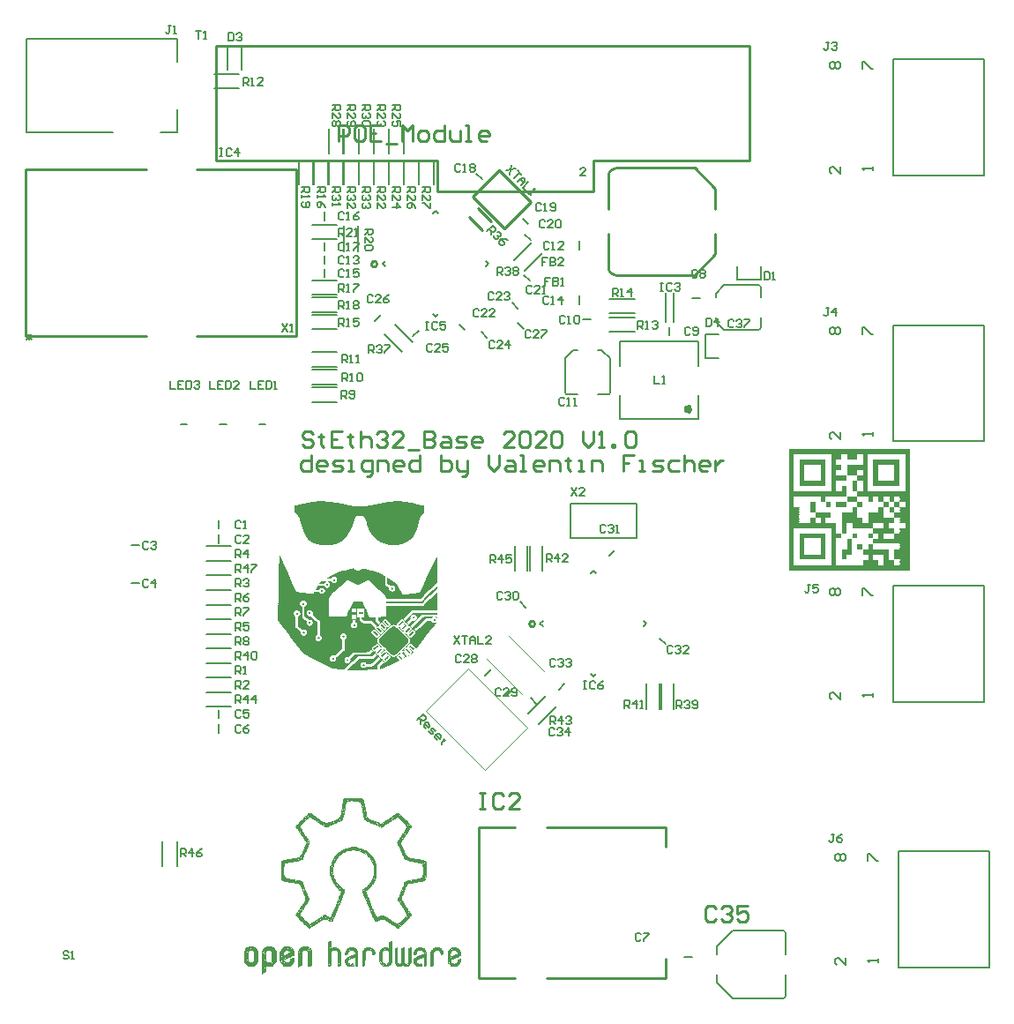
<source format=gto>
G04*
G04 #@! TF.GenerationSoftware,Altium Limited,Altium Designer,19.1.9 (167)*
G04*
G04 Layer_Color=65535*
%FSLAX25Y25*%
%MOIN*%
G70*
G01*
G75*
%ADD10C,0.01575*%
%ADD11C,0.00591*%
%ADD12C,0.01000*%
%ADD13C,0.00600*%
%ADD14C,0.00787*%
%ADD15C,0.00394*%
G36*
X131716Y201100D02*
X133182D01*
Y200937D01*
X134323D01*
Y200774D01*
X135300D01*
Y200611D01*
X136115D01*
Y200448D01*
X136767D01*
Y200286D01*
X137255D01*
Y200123D01*
X137907D01*
Y199960D01*
X138559D01*
Y199797D01*
X139373D01*
Y199634D01*
X140025D01*
Y199471D01*
X140188D01*
Y199308D01*
Y199145D01*
Y198982D01*
Y198819D01*
Y198656D01*
Y198493D01*
Y198330D01*
Y198167D01*
Y198004D01*
Y197842D01*
Y197679D01*
Y197516D01*
Y197353D01*
Y197190D01*
Y197027D01*
Y196864D01*
X140025D01*
Y196701D01*
X139862D01*
Y196538D01*
X139699D01*
Y196375D01*
X139536D01*
Y196212D01*
X139373D01*
Y196049D01*
X139210D01*
Y195886D01*
X139048D01*
Y195723D01*
X138885D01*
Y195561D01*
Y195398D01*
X138722D01*
Y195235D01*
Y195072D01*
Y194909D01*
X138559D01*
Y194746D01*
Y194583D01*
X138396D01*
Y194420D01*
Y194257D01*
Y194094D01*
Y193931D01*
X138233D01*
Y193768D01*
Y193605D01*
Y193442D01*
Y193280D01*
X138070D01*
Y193116D01*
Y192954D01*
Y192791D01*
X137907D01*
Y192628D01*
Y192465D01*
Y192302D01*
Y192139D01*
X137744D01*
Y191976D01*
Y191813D01*
Y191650D01*
Y191487D01*
X137581D01*
Y191324D01*
Y191161D01*
Y190998D01*
X137418D01*
Y190835D01*
Y190673D01*
Y190510D01*
X137255D01*
Y190347D01*
Y190184D01*
Y190021D01*
X137092D01*
Y189858D01*
Y189695D01*
Y189532D01*
X136929D01*
Y189369D01*
Y189206D01*
X136767D01*
Y189043D01*
Y188880D01*
X136603D01*
Y188717D01*
Y188554D01*
X136441D01*
Y188391D01*
Y188229D01*
X136278D01*
Y188066D01*
X136115D01*
Y187903D01*
Y187740D01*
X135952D01*
Y187577D01*
X135789D01*
Y187414D01*
X135626D01*
Y187251D01*
X135463D01*
Y187088D01*
X135300D01*
Y186925D01*
X135137D01*
Y186762D01*
X134974D01*
Y186599D01*
X134648D01*
Y186436D01*
X134485D01*
Y186273D01*
X134323D01*
Y186110D01*
X133997D01*
Y185948D01*
X133671D01*
Y185785D01*
X133345D01*
Y185622D01*
X133019D01*
Y185459D01*
X132530D01*
Y185296D01*
X132204D01*
Y185133D01*
X131553D01*
Y184970D01*
X130738D01*
Y184807D01*
X126665D01*
Y184970D01*
X125850D01*
Y185133D01*
X125361D01*
Y185296D01*
X124873D01*
Y185459D01*
X124384D01*
Y185622D01*
X124058D01*
Y185785D01*
X123569D01*
Y185948D01*
X123406D01*
Y186110D01*
X123080D01*
Y186273D01*
X122754D01*
Y186436D01*
X122591D01*
Y186599D01*
X122266D01*
Y186762D01*
X122103D01*
Y186925D01*
X121940D01*
Y187088D01*
X121777D01*
Y187251D01*
X121614D01*
Y187414D01*
X121451D01*
Y187577D01*
X121288D01*
Y187740D01*
X121125D01*
Y187903D01*
X120962D01*
Y188066D01*
X120799D01*
Y188229D01*
X120636D01*
Y188391D01*
Y188554D01*
X120473D01*
Y188717D01*
X120310D01*
Y188880D01*
Y189043D01*
X120147D01*
Y189206D01*
X119984D01*
Y189369D01*
Y189532D01*
X119822D01*
Y189695D01*
Y189858D01*
X119659D01*
Y190021D01*
Y190184D01*
X119496D01*
Y190347D01*
Y190510D01*
X119333D01*
Y190673D01*
Y190835D01*
X119170D01*
Y190998D01*
Y191161D01*
Y191324D01*
X119007D01*
Y191487D01*
Y191650D01*
X118844D01*
Y191813D01*
Y191976D01*
Y192139D01*
X118681D01*
Y192302D01*
Y192465D01*
Y192628D01*
X118518D01*
Y192791D01*
Y192954D01*
Y193116D01*
X118355D01*
Y193280D01*
Y193442D01*
Y193605D01*
X118192D01*
Y193768D01*
Y193931D01*
Y194094D01*
X118029D01*
Y194257D01*
Y194420D01*
X117866D01*
Y194583D01*
Y194746D01*
X117703D01*
Y194909D01*
X117541D01*
Y195072D01*
X117378D01*
Y195235D01*
X117215D01*
Y195398D01*
X117052D01*
Y195561D01*
X116237D01*
Y195723D01*
X115096D01*
Y195561D01*
X114608D01*
Y195398D01*
X114445D01*
Y195235D01*
X114282D01*
Y195072D01*
Y194909D01*
X114119D01*
Y194746D01*
Y194583D01*
X113956D01*
Y194420D01*
Y194257D01*
X113793D01*
Y194094D01*
Y193931D01*
Y193768D01*
X113630D01*
Y193605D01*
Y193442D01*
Y193280D01*
X113467D01*
Y193116D01*
Y192954D01*
Y192791D01*
Y192628D01*
X113304D01*
Y192465D01*
Y192302D01*
Y192139D01*
X113141D01*
Y191976D01*
Y191813D01*
Y191650D01*
X112978D01*
Y191487D01*
Y191324D01*
X112815D01*
Y191161D01*
Y190998D01*
X112653D01*
Y190835D01*
Y190673D01*
Y190510D01*
X112490D01*
Y190347D01*
X112327D01*
Y190184D01*
Y190021D01*
X112164D01*
Y189858D01*
Y189695D01*
X112001D01*
Y189532D01*
Y189369D01*
X111838D01*
Y189206D01*
X111675D01*
Y189043D01*
Y188880D01*
X111512D01*
Y188717D01*
X111349D01*
Y188554D01*
Y188391D01*
X111186D01*
Y188229D01*
X111023D01*
Y188066D01*
X110860D01*
Y187903D01*
X110697D01*
Y187740D01*
Y187577D01*
X110534D01*
Y187414D01*
X110371D01*
Y187251D01*
X110209D01*
Y187088D01*
X110046D01*
Y186925D01*
X109883D01*
Y186762D01*
X109720D01*
Y186599D01*
X109394D01*
Y186436D01*
X109231D01*
Y186273D01*
X109068D01*
Y186110D01*
X108742D01*
Y185948D01*
X108579D01*
Y185785D01*
X108253D01*
Y185622D01*
X107928D01*
Y185459D01*
X107602D01*
Y185296D01*
X107113D01*
Y185133D01*
X106624D01*
Y184970D01*
X105972D01*
Y184807D01*
X104506D01*
Y184644D01*
X101899D01*
Y184807D01*
X100596D01*
Y184970D01*
X99944D01*
Y185133D01*
X99292D01*
Y185296D01*
X98803D01*
Y185459D01*
X98314D01*
Y185622D01*
X97989D01*
Y185785D01*
X97663D01*
Y185948D01*
X97337D01*
Y186110D01*
X97174D01*
Y186273D01*
X96848D01*
Y186436D01*
X96685D01*
Y186599D01*
X96522D01*
Y186762D01*
X96196D01*
Y186925D01*
Y187088D01*
X96034D01*
Y187251D01*
X95871D01*
Y187414D01*
X95708D01*
Y187577D01*
Y187740D01*
X95545D01*
Y187903D01*
Y188066D01*
X95382D01*
Y188229D01*
X95219D01*
Y188391D01*
Y188554D01*
Y188717D01*
X95056D01*
Y188880D01*
Y189043D01*
X94893D01*
Y189206D01*
Y189369D01*
X94730D01*
Y189532D01*
Y189695D01*
Y189858D01*
X94567D01*
Y190021D01*
Y190184D01*
Y190347D01*
X94404D01*
Y190510D01*
Y190673D01*
X94241D01*
Y190835D01*
Y190998D01*
Y191161D01*
X94078D01*
Y191324D01*
Y191487D01*
Y191650D01*
X93915D01*
Y191813D01*
Y191976D01*
Y192139D01*
X93752D01*
Y192302D01*
Y192465D01*
Y192628D01*
Y192791D01*
X93590D01*
Y192954D01*
Y193116D01*
Y193280D01*
X93427D01*
Y193442D01*
Y193605D01*
Y193768D01*
X93264D01*
Y193931D01*
Y194094D01*
Y194257D01*
Y194420D01*
X93101D01*
Y194583D01*
Y194746D01*
Y194909D01*
X92938D01*
Y195072D01*
Y195235D01*
X92775D01*
Y195398D01*
X92612D01*
Y195561D01*
Y195723D01*
X92449D01*
Y195886D01*
X92286D01*
Y196049D01*
X92123D01*
Y196212D01*
X91960D01*
Y196375D01*
Y196538D01*
X91797D01*
Y196701D01*
X91634D01*
Y196864D01*
X91471D01*
Y197027D01*
Y197190D01*
X91308D01*
Y197353D01*
Y197516D01*
Y197679D01*
Y197842D01*
Y198004D01*
Y198167D01*
X91145D01*
Y198330D01*
Y198493D01*
Y198656D01*
X91308D01*
Y198819D01*
X91145D01*
Y198982D01*
X91308D01*
Y199145D01*
Y199308D01*
Y199471D01*
Y199634D01*
X91634D01*
Y199797D01*
X92449D01*
Y199960D01*
X93264D01*
Y200123D01*
X93915D01*
Y200286D01*
X94730D01*
Y200448D01*
X95545D01*
Y200611D01*
X96359D01*
Y200774D01*
X97174D01*
Y200937D01*
X98152D01*
Y201100D01*
X99618D01*
Y201263D01*
X102714D01*
Y201100D01*
X104506D01*
Y200937D01*
X105972D01*
Y200774D01*
X107113D01*
Y200611D01*
X108090D01*
Y200448D01*
X108905D01*
Y200286D01*
X109720D01*
Y200123D01*
X110371D01*
Y199960D01*
X111186D01*
Y199797D01*
X112001D01*
Y199634D01*
X112978D01*
Y199471D01*
X114934D01*
Y199308D01*
X116400D01*
Y199471D01*
X118844D01*
Y199634D01*
X119822D01*
Y199797D01*
X120799D01*
Y199960D01*
X121614D01*
Y200123D01*
X122429D01*
Y200286D01*
X123243D01*
Y200448D01*
X124221D01*
Y200611D01*
X125198D01*
Y200774D01*
X126013D01*
Y200937D01*
X127154D01*
Y201100D01*
X128457D01*
Y201263D01*
X131716D01*
Y201100D01*
D02*
G37*
G36*
X324000Y220815D02*
Y220685D01*
Y220554D01*
Y220423D01*
Y220292D01*
Y220162D01*
Y220031D01*
Y219900D01*
Y219769D01*
Y219638D01*
Y219508D01*
Y219377D01*
Y219246D01*
Y219115D01*
Y218985D01*
Y218854D01*
Y218723D01*
Y218592D01*
Y218461D01*
Y218331D01*
Y218200D01*
Y218069D01*
Y217938D01*
Y217808D01*
Y217677D01*
Y217546D01*
Y217415D01*
Y217285D01*
Y217154D01*
Y217023D01*
Y216892D01*
Y216761D01*
Y216631D01*
Y216500D01*
Y216369D01*
Y216238D01*
Y216108D01*
Y215977D01*
Y215846D01*
Y215715D01*
Y215585D01*
Y215454D01*
Y215323D01*
Y215192D01*
Y215061D01*
Y214931D01*
Y214800D01*
Y214669D01*
Y214539D01*
Y214408D01*
Y214277D01*
Y214146D01*
Y214015D01*
Y213885D01*
Y213754D01*
Y213623D01*
Y213492D01*
Y213362D01*
Y213231D01*
Y213100D01*
Y212969D01*
Y212839D01*
Y212708D01*
Y212577D01*
Y212446D01*
Y212315D01*
Y212185D01*
Y212054D01*
Y211923D01*
Y211792D01*
Y211662D01*
Y211531D01*
Y211400D01*
Y211269D01*
Y211139D01*
Y211008D01*
Y210877D01*
Y210746D01*
Y210615D01*
Y210485D01*
Y210354D01*
Y210223D01*
Y210092D01*
Y209962D01*
Y209831D01*
Y209700D01*
Y209569D01*
Y209438D01*
Y209308D01*
Y209177D01*
Y209046D01*
Y208915D01*
Y208785D01*
Y208654D01*
Y208523D01*
Y208392D01*
Y208261D01*
Y208131D01*
Y208000D01*
Y207869D01*
Y207738D01*
Y207608D01*
Y207477D01*
Y207346D01*
Y207215D01*
Y207085D01*
Y206954D01*
Y206823D01*
Y206692D01*
Y206561D01*
Y206431D01*
Y206300D01*
Y206169D01*
Y206038D01*
Y205908D01*
Y205777D01*
Y205646D01*
Y205515D01*
Y205385D01*
Y205254D01*
Y205123D01*
Y204992D01*
Y204861D01*
Y204731D01*
Y204600D01*
Y204469D01*
Y204339D01*
Y204208D01*
Y204077D01*
Y203946D01*
Y203815D01*
Y203685D01*
Y203554D01*
Y203423D01*
Y203292D01*
Y203162D01*
Y203031D01*
Y202900D01*
Y202769D01*
Y202639D01*
Y202508D01*
Y202377D01*
Y202246D01*
Y202115D01*
Y201985D01*
Y201854D01*
Y201723D01*
Y201592D01*
Y201462D01*
Y201331D01*
Y201200D01*
Y201069D01*
Y200939D01*
Y200808D01*
Y200677D01*
Y200546D01*
Y200415D01*
Y200285D01*
Y200154D01*
Y200023D01*
Y199892D01*
Y199761D01*
Y199631D01*
Y199500D01*
Y199369D01*
Y199239D01*
Y199108D01*
Y198977D01*
Y198846D01*
Y198715D01*
Y198585D01*
Y198454D01*
Y198323D01*
Y198192D01*
Y198062D01*
Y197931D01*
Y197800D01*
Y197669D01*
Y197538D01*
Y197408D01*
Y197277D01*
Y197146D01*
Y197015D01*
Y196885D01*
Y196754D01*
Y196623D01*
Y196492D01*
Y196361D01*
Y196231D01*
Y196100D01*
Y195969D01*
Y195838D01*
Y195708D01*
Y195577D01*
Y195446D01*
Y195315D01*
Y195185D01*
Y195054D01*
Y194923D01*
Y194792D01*
Y194661D01*
Y194531D01*
Y194400D01*
Y194269D01*
Y194139D01*
Y194008D01*
Y193877D01*
Y193746D01*
Y193615D01*
Y193485D01*
Y193354D01*
Y193223D01*
Y193092D01*
Y192962D01*
Y192831D01*
Y192700D01*
Y192569D01*
Y192438D01*
Y192308D01*
Y192177D01*
Y192046D01*
Y191915D01*
Y191785D01*
Y191654D01*
Y191523D01*
Y191392D01*
Y191261D01*
Y191131D01*
Y191000D01*
Y190869D01*
Y190738D01*
Y190608D01*
Y190477D01*
Y190346D01*
Y190215D01*
Y190085D01*
Y189954D01*
Y189823D01*
Y189692D01*
Y189561D01*
Y189431D01*
Y189300D01*
Y189169D01*
Y189039D01*
Y188908D01*
Y188777D01*
Y188646D01*
Y188515D01*
Y188385D01*
Y188254D01*
Y188123D01*
Y187992D01*
Y187862D01*
Y187731D01*
Y187600D01*
Y187469D01*
Y187338D01*
Y187208D01*
Y187077D01*
Y186946D01*
Y186815D01*
Y186685D01*
Y186554D01*
Y186423D01*
Y186292D01*
Y186161D01*
Y186031D01*
Y185900D01*
Y185769D01*
Y185638D01*
Y185508D01*
Y185377D01*
Y185246D01*
Y185115D01*
Y184985D01*
Y184854D01*
Y184723D01*
Y184592D01*
Y184461D01*
Y184331D01*
Y184200D01*
Y184069D01*
Y183939D01*
Y183808D01*
Y183677D01*
Y183546D01*
Y183415D01*
Y183285D01*
Y183154D01*
Y183023D01*
Y182892D01*
Y182762D01*
Y182631D01*
Y182500D01*
Y182369D01*
Y182238D01*
Y182108D01*
Y181977D01*
Y181846D01*
Y181715D01*
Y181585D01*
Y181454D01*
Y181323D01*
Y181192D01*
Y181061D01*
Y180931D01*
Y180800D01*
Y180669D01*
Y180538D01*
Y180408D01*
Y180277D01*
Y180146D01*
Y180015D01*
Y179885D01*
Y179754D01*
Y179623D01*
Y179492D01*
Y179361D01*
Y179231D01*
Y179100D01*
Y178969D01*
Y178839D01*
Y178708D01*
Y178577D01*
Y178446D01*
Y178315D01*
Y178185D01*
Y178054D01*
Y177923D01*
Y177792D01*
Y177662D01*
Y177531D01*
Y177400D01*
Y177269D01*
Y177138D01*
Y177008D01*
Y176877D01*
Y176746D01*
Y176615D01*
Y176485D01*
Y176354D01*
Y176223D01*
Y176092D01*
Y175961D01*
Y175831D01*
Y175700D01*
Y175569D01*
Y175438D01*
Y175308D01*
Y175177D01*
Y175046D01*
X278100D01*
Y175177D01*
Y175308D01*
Y175438D01*
Y175569D01*
Y175700D01*
Y175831D01*
Y175961D01*
Y176092D01*
Y176223D01*
Y176354D01*
Y176485D01*
Y176615D01*
Y176746D01*
Y176877D01*
Y177008D01*
Y177138D01*
Y177269D01*
Y177400D01*
Y177531D01*
Y177662D01*
Y177792D01*
Y177923D01*
Y178054D01*
Y178185D01*
Y178315D01*
Y178446D01*
Y178577D01*
Y178708D01*
Y178839D01*
Y178969D01*
Y179100D01*
Y179231D01*
Y179361D01*
Y179492D01*
Y179623D01*
Y179754D01*
Y179885D01*
Y180015D01*
Y180146D01*
Y180277D01*
Y180408D01*
Y180538D01*
Y180669D01*
Y180800D01*
Y180931D01*
Y181061D01*
Y181192D01*
Y181323D01*
Y181454D01*
Y181585D01*
Y181715D01*
Y181846D01*
Y181977D01*
Y182108D01*
Y182238D01*
Y182369D01*
Y182500D01*
Y182631D01*
Y182762D01*
Y182892D01*
Y183023D01*
Y183154D01*
Y183285D01*
Y183415D01*
Y183546D01*
Y183677D01*
Y183808D01*
Y183939D01*
Y184069D01*
Y184200D01*
Y184331D01*
Y184461D01*
Y184592D01*
Y184723D01*
Y184854D01*
Y184985D01*
Y185115D01*
Y185246D01*
Y185377D01*
Y185508D01*
Y185638D01*
Y185769D01*
Y185900D01*
Y186031D01*
Y186161D01*
Y186292D01*
Y186423D01*
Y186554D01*
Y186685D01*
Y186815D01*
Y186946D01*
Y187077D01*
Y187208D01*
Y187338D01*
Y187469D01*
Y187600D01*
Y187731D01*
Y187862D01*
Y187992D01*
Y188123D01*
Y188254D01*
Y188385D01*
Y188515D01*
Y188646D01*
Y188777D01*
Y188908D01*
Y189039D01*
Y189169D01*
Y189300D01*
Y189431D01*
Y189561D01*
Y189692D01*
Y189823D01*
Y189954D01*
Y190085D01*
Y190215D01*
Y190346D01*
Y190477D01*
Y190608D01*
Y190738D01*
Y190869D01*
Y191000D01*
Y191131D01*
Y191261D01*
Y191392D01*
Y191523D01*
Y191654D01*
Y191785D01*
Y191915D01*
Y192046D01*
Y192177D01*
Y192308D01*
Y192438D01*
Y192569D01*
Y192700D01*
Y192831D01*
Y192962D01*
Y193092D01*
Y193223D01*
Y193354D01*
Y193485D01*
Y193615D01*
Y193746D01*
Y193877D01*
Y194008D01*
Y194139D01*
Y194269D01*
Y194400D01*
Y194531D01*
Y194661D01*
Y194792D01*
Y194923D01*
Y195054D01*
Y195185D01*
Y195315D01*
Y195446D01*
Y195577D01*
Y195708D01*
Y195838D01*
Y195969D01*
Y196100D01*
Y196231D01*
Y196361D01*
Y196492D01*
Y196623D01*
Y196754D01*
Y196885D01*
Y197015D01*
Y197146D01*
Y197277D01*
Y197408D01*
Y197538D01*
Y197669D01*
Y197800D01*
Y197931D01*
Y198062D01*
Y198192D01*
Y198323D01*
Y198454D01*
Y198585D01*
Y198715D01*
Y198846D01*
Y198977D01*
Y199108D01*
Y199239D01*
Y199369D01*
Y199500D01*
Y199631D01*
Y199761D01*
Y199892D01*
Y200023D01*
Y200154D01*
Y200285D01*
Y200415D01*
Y200546D01*
Y200677D01*
Y200808D01*
Y200939D01*
Y201069D01*
Y201200D01*
Y201331D01*
Y201462D01*
Y201592D01*
Y201723D01*
Y201854D01*
Y201985D01*
Y202115D01*
Y202246D01*
Y202377D01*
Y202508D01*
Y202639D01*
Y202769D01*
Y202900D01*
Y203031D01*
Y203162D01*
Y203292D01*
Y203423D01*
Y203554D01*
Y203685D01*
Y203815D01*
Y203946D01*
Y204077D01*
Y204208D01*
Y204339D01*
Y204469D01*
Y204600D01*
Y204731D01*
Y204861D01*
Y204992D01*
Y205123D01*
Y205254D01*
Y205385D01*
Y205515D01*
Y205646D01*
Y205777D01*
Y205908D01*
Y206038D01*
Y206169D01*
Y206300D01*
Y206431D01*
Y206561D01*
Y206692D01*
Y206823D01*
Y206954D01*
Y207085D01*
Y207215D01*
Y207346D01*
Y207477D01*
Y207608D01*
Y207738D01*
Y207869D01*
Y208000D01*
Y208131D01*
Y208261D01*
Y208392D01*
Y208523D01*
Y208654D01*
Y208785D01*
Y208915D01*
Y209046D01*
Y209177D01*
Y209308D01*
Y209438D01*
Y209569D01*
Y209700D01*
Y209831D01*
Y209962D01*
Y210092D01*
Y210223D01*
Y210354D01*
Y210485D01*
Y210615D01*
Y210746D01*
Y210877D01*
Y211008D01*
Y211139D01*
Y211269D01*
Y211400D01*
Y211531D01*
Y211662D01*
Y211792D01*
Y211923D01*
Y212054D01*
Y212185D01*
Y212315D01*
Y212446D01*
Y212577D01*
Y212708D01*
Y212839D01*
Y212969D01*
Y213100D01*
Y213231D01*
Y213362D01*
Y213492D01*
Y213623D01*
Y213754D01*
Y213885D01*
Y214015D01*
Y214146D01*
Y214277D01*
Y214408D01*
Y214539D01*
Y214669D01*
Y214800D01*
Y214931D01*
Y215061D01*
Y215192D01*
Y215323D01*
Y215454D01*
Y215585D01*
Y215715D01*
Y215846D01*
Y215977D01*
Y216108D01*
Y216238D01*
Y216369D01*
Y216500D01*
Y216631D01*
Y216761D01*
Y216892D01*
Y217023D01*
Y217154D01*
Y217285D01*
Y217415D01*
Y217546D01*
Y217677D01*
Y217808D01*
Y217938D01*
Y218069D01*
Y218200D01*
Y218331D01*
Y218461D01*
Y218592D01*
Y218723D01*
Y218854D01*
Y218985D01*
Y219115D01*
Y219246D01*
Y219377D01*
Y219508D01*
Y219638D01*
Y219769D01*
Y219900D01*
Y220031D01*
Y220162D01*
Y220292D01*
Y220423D01*
Y220554D01*
Y220685D01*
Y220815D01*
Y220946D01*
X324000D01*
Y220815D01*
D02*
G37*
G36*
X106461Y171609D02*
Y171447D01*
Y171284D01*
Y171121D01*
X105972D01*
Y171284D01*
X105809D01*
Y171447D01*
Y171609D01*
Y171773D01*
X106461D01*
Y171609D01*
D02*
G37*
G36*
X103202Y170795D02*
X102877D01*
Y170632D01*
X102714D01*
Y170469D01*
X102551D01*
Y170306D01*
X102388D01*
Y170143D01*
X100596D01*
Y170306D01*
Y170469D01*
X100759D01*
Y170632D01*
X101084D01*
Y170795D01*
X101247D01*
Y170958D01*
X103202D01*
Y170795D01*
D02*
G37*
G36*
X103691Y169980D02*
X103854D01*
Y169817D01*
Y169654D01*
Y169491D01*
X103691D01*
Y169328D01*
X103365D01*
Y169491D01*
X103202D01*
Y169654D01*
X103040D01*
Y169817D01*
X103202D01*
Y169980D01*
X103365D01*
Y170143D01*
X103691D01*
Y169980D01*
D02*
G37*
G36*
X128294Y168514D02*
X128457D01*
Y168351D01*
Y168188D01*
Y168025D01*
X128294D01*
Y167862D01*
X127968D01*
Y168025D01*
X127805D01*
Y168188D01*
Y168351D01*
Y168514D01*
X127968D01*
Y168677D01*
X128294D01*
Y168514D01*
D02*
G37*
G36*
X101736Y167536D02*
X101899D01*
Y167373D01*
Y167210D01*
X101736D01*
Y167047D01*
X101247D01*
Y167210D01*
X101084D01*
Y167373D01*
Y167536D01*
X101247D01*
Y167699D01*
X101736D01*
Y167536D01*
D02*
G37*
G36*
X85606Y180571D02*
X85769D01*
Y180408D01*
Y180245D01*
X85932D01*
Y180082D01*
Y179919D01*
X86095D01*
Y179756D01*
Y179593D01*
X86258D01*
Y179430D01*
Y179267D01*
X86421D01*
Y179104D01*
Y178942D01*
X86584D01*
Y178779D01*
Y178616D01*
X86746D01*
Y178453D01*
Y178290D01*
X86909D01*
Y178127D01*
Y177964D01*
Y177801D01*
X87072D01*
Y177638D01*
Y177475D01*
X87235D01*
Y177312D01*
Y177149D01*
X87398D01*
Y176986D01*
Y176823D01*
X87561D01*
Y176660D01*
Y176497D01*
Y176335D01*
X87724D01*
Y176172D01*
Y176009D01*
X87887D01*
Y175846D01*
Y175683D01*
X88050D01*
Y175520D01*
Y175357D01*
X88213D01*
Y175194D01*
Y175031D01*
Y174868D01*
X88376D01*
Y174705D01*
Y174542D01*
X88539D01*
Y174379D01*
Y174216D01*
X88702D01*
Y174054D01*
Y173891D01*
X88864D01*
Y173728D01*
Y173565D01*
Y173402D01*
X89027D01*
Y173239D01*
Y173076D01*
X89190D01*
Y172913D01*
Y172750D01*
X89353D01*
Y172587D01*
Y172424D01*
X89516D01*
Y172261D01*
Y172098D01*
Y171935D01*
X89679D01*
Y171773D01*
Y171609D01*
X89842D01*
Y171447D01*
Y171284D01*
X90005D01*
Y171121D01*
Y170958D01*
X90168D01*
Y170795D01*
Y170632D01*
Y170469D01*
X90331D01*
Y170306D01*
Y170143D01*
X90494D01*
Y169980D01*
Y169817D01*
X90657D01*
Y169654D01*
Y169491D01*
X90820D01*
Y169328D01*
Y169166D01*
Y169003D01*
X90983D01*
Y168840D01*
Y168677D01*
X91145D01*
Y168514D01*
Y168351D01*
X91308D01*
Y168188D01*
Y168025D01*
X91471D01*
Y167862D01*
Y167699D01*
Y167536D01*
X91634D01*
Y167373D01*
Y167210D01*
X91797D01*
Y167047D01*
X91960D01*
Y166885D01*
X92775D01*
Y166722D01*
X94078D01*
Y166559D01*
X95545D01*
Y166396D01*
X97174D01*
Y166233D01*
X98314D01*
Y166396D01*
X98478D01*
Y166559D01*
Y166722D01*
X98640D01*
Y166885D01*
X100433D01*
Y166722D01*
X100596D01*
Y166559D01*
X100759D01*
Y166396D01*
X100921D01*
Y166233D01*
X101899D01*
Y166396D01*
X102225D01*
Y166559D01*
X102388D01*
Y166722D01*
X102551D01*
Y166885D01*
Y167047D01*
X102714D01*
Y167210D01*
Y167373D01*
Y167536D01*
X102551D01*
Y167699D01*
Y167862D01*
Y168025D01*
X102388D01*
Y168188D01*
X102225D01*
Y168351D01*
X102062D01*
Y168514D01*
X100921D01*
Y168351D01*
X100759D01*
Y168188D01*
X100596D01*
Y168025D01*
X100433D01*
Y167862D01*
X99292D01*
Y168025D01*
Y168188D01*
X99455D01*
Y168351D01*
Y168514D01*
X99618D01*
Y168677D01*
X99781D01*
Y168840D01*
Y169003D01*
X99944D01*
Y169166D01*
Y169328D01*
X102388D01*
Y169166D01*
X102551D01*
Y169003D01*
X102714D01*
Y168840D01*
X102877D01*
Y168677D01*
X103202D01*
Y168514D01*
X103691D01*
Y168677D01*
X104180D01*
Y168840D01*
X104343D01*
Y169003D01*
X104506D01*
Y169166D01*
Y169328D01*
X104669D01*
Y169491D01*
Y169654D01*
Y169817D01*
Y169980D01*
Y170143D01*
X104506D01*
Y170306D01*
Y170469D01*
X104343D01*
Y170632D01*
X104180D01*
Y170795D01*
X103691D01*
Y170958D01*
X105158D01*
Y170795D01*
Y170632D01*
X105484D01*
Y170469D01*
X105647D01*
Y170306D01*
X106624D01*
Y170469D01*
X106787D01*
Y170632D01*
X107113D01*
Y170795D01*
Y170958D01*
X107276D01*
Y171121D01*
Y171284D01*
Y171447D01*
Y171609D01*
Y171773D01*
Y171935D01*
Y172098D01*
X107113D01*
Y172261D01*
X106950D01*
Y172424D01*
X106787D01*
Y172587D01*
X105647D01*
Y172424D01*
X105321D01*
Y172261D01*
X105158D01*
Y172098D01*
Y171935D01*
X103202D01*
Y172098D01*
X103528D01*
Y172261D01*
X103854D01*
Y172424D01*
X104180D01*
Y172587D01*
X104506D01*
Y172750D01*
X104669D01*
Y172913D01*
X104995D01*
Y173076D01*
X105321D01*
Y173239D01*
X105647D01*
Y173402D01*
X105809D01*
Y173565D01*
X106135D01*
Y173728D01*
X106461D01*
Y173891D01*
X106787D01*
Y174054D01*
X107113D01*
Y174216D01*
X107439D01*
Y174379D01*
X107765D01*
Y174542D01*
X108090D01*
Y174705D01*
X108905D01*
Y174868D01*
X109557D01*
Y175031D01*
X110209D01*
Y175194D01*
X110860D01*
Y175357D01*
X111349D01*
Y175520D01*
X112001D01*
Y175683D01*
X112653D01*
Y175846D01*
X113304D01*
Y176009D01*
X113467D01*
Y175846D01*
X113793D01*
Y175683D01*
X113956D01*
Y175520D01*
X114282D01*
Y175357D01*
X114608D01*
Y175194D01*
X114771D01*
Y175031D01*
X115585D01*
Y175194D01*
X115911D01*
Y175357D01*
X116237D01*
Y175520D01*
X116563D01*
Y175683D01*
X116889D01*
Y175846D01*
X117866D01*
Y175683D01*
X118355D01*
Y175520D01*
X119007D01*
Y175357D01*
X119496D01*
Y175194D01*
X120147D01*
Y175031D01*
X120636D01*
Y174868D01*
X121288D01*
Y174705D01*
X121777D01*
Y174542D01*
X122266D01*
Y174379D01*
X122591D01*
Y174216D01*
X123080D01*
Y174054D01*
X123406D01*
Y173891D01*
X123732D01*
Y173728D01*
X124058D01*
Y173565D01*
X124384D01*
Y173402D01*
X124547D01*
Y173239D01*
X124873D01*
Y173076D01*
X125198D01*
Y172913D01*
X125524D01*
Y172750D01*
Y172587D01*
Y172424D01*
Y172261D01*
Y172098D01*
Y171935D01*
Y171773D01*
Y171609D01*
Y171447D01*
Y171284D01*
Y171121D01*
Y170958D01*
Y170795D01*
Y170632D01*
Y170469D01*
Y170306D01*
Y170143D01*
Y169980D01*
Y169817D01*
Y169654D01*
Y169491D01*
X125850D01*
Y169328D01*
X126013D01*
Y169166D01*
X126339D01*
Y169003D01*
X126502D01*
Y168840D01*
X126828D01*
Y168677D01*
X126991D01*
Y168514D01*
Y168351D01*
Y168188D01*
Y168025D01*
Y167862D01*
Y167699D01*
X127154D01*
Y167536D01*
X127316D01*
Y167373D01*
X127479D01*
Y167210D01*
X127805D01*
Y167047D01*
X128457D01*
Y167210D01*
X128783D01*
Y167373D01*
X129109D01*
Y167536D01*
Y167699D01*
X129272D01*
Y167862D01*
Y168025D01*
X129435D01*
Y168188D01*
X129272D01*
Y168351D01*
Y168514D01*
Y168677D01*
Y168840D01*
X129109D01*
Y169003D01*
X128946D01*
Y169166D01*
X128783D01*
Y169328D01*
X128294D01*
Y169491D01*
X127968D01*
Y169328D01*
X127479D01*
Y169491D01*
X127316D01*
Y169654D01*
X126991D01*
Y169817D01*
X126665D01*
Y169980D01*
X126502D01*
Y170143D01*
X126339D01*
Y170306D01*
X126502D01*
Y170469D01*
X126339D01*
Y170632D01*
X126502D01*
Y170795D01*
X126339D01*
Y170958D01*
X126502D01*
Y171121D01*
X126339D01*
Y171284D01*
X126502D01*
Y171447D01*
X126339D01*
Y171609D01*
X126502D01*
Y171773D01*
X126339D01*
Y171935D01*
X126502D01*
Y172098D01*
X126339D01*
Y172261D01*
X126502D01*
Y172098D01*
X126828D01*
Y171935D01*
X127154D01*
Y171773D01*
X127316D01*
Y171609D01*
X127642D01*
Y171447D01*
X127968D01*
Y171284D01*
X128131D01*
Y171121D01*
X128457D01*
Y170958D01*
X128620D01*
Y170795D01*
X128946D01*
Y170632D01*
X129109D01*
Y170469D01*
X129272D01*
Y170306D01*
X129597D01*
Y170143D01*
Y169980D01*
X129760D01*
Y169817D01*
X129923D01*
Y169654D01*
X130086D01*
Y169491D01*
Y169328D01*
X130249D01*
Y169166D01*
X130412D01*
Y169003D01*
Y168840D01*
X130575D01*
Y168677D01*
Y168514D01*
X130738D01*
Y168351D01*
Y168188D01*
X130901D01*
Y168025D01*
Y167862D01*
X131064D01*
Y167699D01*
Y167536D01*
X131227D01*
Y167373D01*
Y167210D01*
X131390D01*
Y167047D01*
Y166885D01*
X131553D01*
Y166722D01*
Y166559D01*
X131716D01*
Y166396D01*
Y166233D01*
X131878D01*
Y166070D01*
Y165907D01*
X133019D01*
Y166070D01*
X134648D01*
Y166233D01*
X136115D01*
Y166396D01*
X137255D01*
Y166559D01*
X138233D01*
Y166722D01*
X138559D01*
Y166885D01*
Y167047D01*
X138722D01*
Y167210D01*
Y167373D01*
X138885D01*
Y167536D01*
Y167699D01*
X139048D01*
Y167862D01*
Y168025D01*
X139210D01*
Y168188D01*
Y168351D01*
X139373D01*
Y168514D01*
Y168677D01*
X139536D01*
Y168840D01*
Y169003D01*
X139699D01*
Y169166D01*
Y169328D01*
X139862D01*
Y169491D01*
Y169654D01*
Y169817D01*
X140025D01*
Y169980D01*
Y170143D01*
X140188D01*
Y170306D01*
Y170469D01*
X140351D01*
Y170632D01*
Y170795D01*
X140514D01*
Y170958D01*
Y171121D01*
X140677D01*
Y171284D01*
Y171447D01*
X140840D01*
Y171609D01*
Y171773D01*
X141003D01*
Y171935D01*
Y172098D01*
Y172261D01*
X141166D01*
Y172424D01*
X141329D01*
Y172587D01*
Y172750D01*
Y172913D01*
X141491D01*
Y173076D01*
Y173239D01*
X141654D01*
Y173402D01*
Y173565D01*
X141817D01*
Y173728D01*
Y173891D01*
X141980D01*
Y174054D01*
Y174216D01*
X142143D01*
Y174379D01*
Y174542D01*
X142306D01*
Y174705D01*
Y174868D01*
X142469D01*
Y175031D01*
Y175194D01*
Y175357D01*
X142632D01*
Y175520D01*
Y175683D01*
X142795D01*
Y175846D01*
Y176009D01*
X142958D01*
Y176172D01*
Y176335D01*
X143121D01*
Y176497D01*
Y176660D01*
X143284D01*
Y176823D01*
Y176986D01*
X143447D01*
Y177149D01*
Y177312D01*
X143610D01*
Y177475D01*
Y177638D01*
X143773D01*
Y177801D01*
Y177964D01*
X143936D01*
Y178127D01*
Y178290D01*
X144098D01*
Y178453D01*
Y178616D01*
X144261D01*
Y178779D01*
Y178942D01*
X144424D01*
Y179104D01*
Y179267D01*
X144587D01*
Y179430D01*
Y179593D01*
X144750D01*
Y179756D01*
Y179919D01*
X144913D01*
Y180082D01*
X145076D01*
Y179919D01*
Y179756D01*
Y179593D01*
Y179430D01*
Y179267D01*
Y179104D01*
Y178942D01*
Y178779D01*
Y178616D01*
Y178453D01*
Y178290D01*
Y178127D01*
Y177964D01*
Y177801D01*
Y177638D01*
Y177475D01*
Y177312D01*
Y177149D01*
Y176986D01*
Y176823D01*
Y176660D01*
Y176497D01*
Y176335D01*
Y176172D01*
Y176009D01*
Y175846D01*
X145239D01*
Y175683D01*
Y175520D01*
Y175357D01*
Y175194D01*
Y175031D01*
Y174868D01*
Y174705D01*
Y174542D01*
Y174379D01*
Y174216D01*
Y174054D01*
Y173891D01*
Y173728D01*
Y173565D01*
Y173402D01*
Y173239D01*
Y173076D01*
Y172913D01*
Y172750D01*
Y172587D01*
Y172424D01*
Y172261D01*
Y172098D01*
Y171935D01*
Y171773D01*
Y171609D01*
Y171447D01*
Y171284D01*
Y171121D01*
Y170958D01*
Y170795D01*
Y170632D01*
Y170469D01*
X145076D01*
Y170306D01*
X144913D01*
Y170143D01*
X144587D01*
Y169980D01*
Y169817D01*
X144261D01*
Y169654D01*
X144098D01*
Y169491D01*
X143936D01*
Y169328D01*
X143773D01*
Y169166D01*
X143610D01*
Y169003D01*
X143447D01*
Y168840D01*
X143284D01*
Y168677D01*
X143121D01*
Y168514D01*
X142958D01*
Y168351D01*
X142795D01*
Y168188D01*
X142632D01*
Y168025D01*
X142469D01*
Y167862D01*
X142306D01*
Y167699D01*
X142143D01*
Y167536D01*
X141980D01*
Y167373D01*
X141817D01*
Y167210D01*
X141654D01*
Y167047D01*
X141491D01*
Y166885D01*
X141329D01*
Y166722D01*
X141166D01*
Y166559D01*
X141003D01*
Y166396D01*
X140840D01*
Y166233D01*
X140677D01*
Y166070D01*
X140514D01*
Y165907D01*
X140351D01*
Y165744D01*
X140188D01*
Y165581D01*
X140025D01*
Y165418D01*
X139862D01*
Y165255D01*
X139699D01*
Y165092D01*
X139536D01*
Y164929D01*
X139373D01*
Y164766D01*
X139210D01*
Y164603D01*
X139048D01*
Y164441D01*
X125850D01*
Y164603D01*
Y164766D01*
Y164929D01*
X125687D01*
Y165092D01*
X125524D01*
Y165255D01*
Y165418D01*
X125361D01*
Y165581D01*
X125198D01*
Y165744D01*
X125035D01*
Y165907D01*
X124873D01*
Y166070D01*
X124709D01*
Y166233D01*
X124547D01*
Y166396D01*
X124384D01*
Y166559D01*
X124221D01*
Y166722D01*
X124058D01*
Y166885D01*
X123895D01*
Y167047D01*
X123732D01*
Y167210D01*
X123569D01*
Y167373D01*
X123406D01*
Y167536D01*
X123243D01*
Y167699D01*
X123080D01*
Y167862D01*
X122917D01*
Y168025D01*
X122754D01*
Y168188D01*
X122591D01*
Y168351D01*
X122429D01*
Y168514D01*
X122266D01*
Y168677D01*
X122103D01*
Y168840D01*
X121940D01*
Y169003D01*
X121777D01*
Y169166D01*
X121614D01*
Y169328D01*
X121451D01*
Y169491D01*
X121288D01*
Y169654D01*
X121125D01*
Y169817D01*
X120962D01*
Y169980D01*
X120636D01*
Y170143D01*
X120473D01*
Y170306D01*
X120310D01*
Y170469D01*
X120147D01*
Y170632D01*
X119984D01*
Y170795D01*
X119822D01*
Y170958D01*
X119659D01*
Y171121D01*
X119496D01*
Y171284D01*
X119333D01*
Y171447D01*
X118844D01*
Y171284D01*
X118355D01*
Y171121D01*
X118029D01*
Y170958D01*
X117703D01*
Y170795D01*
X117378D01*
Y170632D01*
X117052D01*
Y170469D01*
X116726D01*
Y170306D01*
X116400D01*
Y170143D01*
X116074D01*
Y169980D01*
X115748D01*
Y169817D01*
X115422D01*
Y169654D01*
X114934D01*
Y169817D01*
X114608D01*
Y169980D01*
X114282D01*
Y170143D01*
X113956D01*
Y170306D01*
X113630D01*
Y170469D01*
X113304D01*
Y170632D01*
X112978D01*
Y170795D01*
X112653D01*
Y170958D01*
X112327D01*
Y171121D01*
X112001D01*
Y171284D01*
X111675D01*
Y171447D01*
X111023D01*
Y171284D01*
X110860D01*
Y171121D01*
X110697D01*
Y170958D01*
X110534D01*
Y170795D01*
X110371D01*
Y170632D01*
X110046D01*
Y170469D01*
X109883D01*
Y170306D01*
X109720D01*
Y170143D01*
X109557D01*
Y169980D01*
X109394D01*
Y169817D01*
X109231D01*
Y169654D01*
X109068D01*
Y169491D01*
X108905D01*
Y169328D01*
X108742D01*
Y169166D01*
X108416D01*
Y169003D01*
X108253D01*
Y168840D01*
X108090D01*
Y168677D01*
X107928D01*
Y168514D01*
X107765D01*
Y168351D01*
X107602D01*
Y168188D01*
X107439D01*
Y168025D01*
X107276D01*
Y167862D01*
X107113D01*
Y167699D01*
X106950D01*
Y167536D01*
X106787D01*
Y167373D01*
X106624D01*
Y167210D01*
X106461D01*
Y167047D01*
X106135D01*
Y166885D01*
X105972D01*
Y166722D01*
X105809D01*
Y166559D01*
X105647D01*
Y166396D01*
X105484D01*
Y166233D01*
X105321D01*
Y166070D01*
Y165907D01*
X105158D01*
Y165744D01*
X104995D01*
Y165581D01*
X104832D01*
Y165418D01*
Y165255D01*
X104669D01*
Y165092D01*
Y164929D01*
X104506D01*
Y164766D01*
Y164603D01*
X104343D01*
Y164441D01*
Y164278D01*
Y164115D01*
Y163952D01*
Y163789D01*
Y163626D01*
Y163463D01*
Y163300D01*
X104180D01*
Y163137D01*
Y162974D01*
Y162811D01*
Y162648D01*
Y162485D01*
Y162322D01*
Y162160D01*
Y161996D01*
Y161834D01*
Y161671D01*
Y161508D01*
Y161345D01*
Y161182D01*
Y161019D01*
Y160856D01*
Y160693D01*
Y160530D01*
Y160367D01*
Y160204D01*
Y160041D01*
Y159878D01*
Y159715D01*
Y159553D01*
X104343D01*
Y159390D01*
X104180D01*
Y159227D01*
X104343D01*
Y159064D01*
X104180D01*
Y158901D01*
X104343D01*
Y158738D01*
Y158575D01*
Y158412D01*
Y158249D01*
Y158086D01*
Y157923D01*
Y157760D01*
X104506D01*
Y157597D01*
X110860D01*
Y157760D01*
Y157923D01*
X111023D01*
Y158086D01*
Y158249D01*
Y158412D01*
X111186D01*
Y158575D01*
Y158738D01*
Y158901D01*
X111349D01*
Y159064D01*
Y159227D01*
X111512D01*
Y159390D01*
Y159553D01*
Y159715D01*
X111675D01*
Y159878D01*
X111838D01*
Y160041D01*
X112001D01*
Y160204D01*
Y160367D01*
X112164D01*
Y160530D01*
Y160693D01*
X112327D01*
Y160856D01*
Y161019D01*
X112490D01*
Y161182D01*
Y161345D01*
X112653D01*
Y161508D01*
Y161671D01*
Y161834D01*
X112815D01*
Y161996D01*
Y162160D01*
X112978D01*
Y162322D01*
Y162485D01*
X113141D01*
Y162648D01*
Y162811D01*
X113304D01*
Y162974D01*
Y163137D01*
X113467D01*
Y163300D01*
X114282D01*
Y163463D01*
X116400D01*
Y163300D01*
X116889D01*
Y163137D01*
Y162974D01*
X117052D01*
Y162811D01*
Y162648D01*
X117215D01*
Y162485D01*
Y162322D01*
Y162160D01*
X117378D01*
Y161996D01*
Y161834D01*
X117541D01*
Y161671D01*
Y161508D01*
X117703D01*
Y161345D01*
Y161182D01*
Y161019D01*
X117866D01*
Y160856D01*
X118029D01*
Y160693D01*
Y160530D01*
X118192D01*
Y160367D01*
Y160204D01*
X118355D01*
Y160041D01*
Y159878D01*
X118518D01*
Y159715D01*
Y159553D01*
X118681D01*
Y159390D01*
Y159227D01*
X118844D01*
Y159064D01*
Y158901D01*
X119007D01*
Y158738D01*
Y158575D01*
Y158412D01*
X119170D01*
Y158249D01*
Y158086D01*
Y157923D01*
X119333D01*
Y157760D01*
Y157597D01*
X119659D01*
Y157434D01*
X121940D01*
Y157272D01*
Y157109D01*
Y156946D01*
Y156783D01*
Y156620D01*
Y156457D01*
Y156294D01*
Y156131D01*
Y155968D01*
Y155805D01*
X122103D01*
Y155642D01*
X122266D01*
Y155479D01*
X122429D01*
Y155316D01*
X122591D01*
Y155153D01*
X122754D01*
Y154990D01*
X122917D01*
Y154827D01*
X123080D01*
Y154990D01*
X123243D01*
Y155153D01*
X123406D01*
Y155316D01*
X123569D01*
Y155479D01*
Y155642D01*
X123406D01*
Y155805D01*
X123243D01*
Y155968D01*
X123080D01*
Y156131D01*
X122917D01*
Y156294D01*
X122754D01*
Y156457D01*
Y156620D01*
Y156783D01*
Y156946D01*
Y157109D01*
Y157272D01*
Y157434D01*
X123732D01*
Y157597D01*
X125687D01*
Y157760D01*
X125850D01*
Y157923D01*
Y158086D01*
Y158249D01*
Y158412D01*
Y158575D01*
Y158738D01*
Y158901D01*
Y159064D01*
X126013D01*
Y159227D01*
Y159390D01*
Y159553D01*
Y159715D01*
Y159878D01*
Y160041D01*
Y160204D01*
Y160367D01*
Y160530D01*
Y160693D01*
Y160856D01*
Y161019D01*
Y161182D01*
Y161345D01*
Y161508D01*
Y161671D01*
X125850D01*
Y161834D01*
X140025D01*
Y161996D01*
X140188D01*
Y162160D01*
X140351D01*
Y162322D01*
X140514D01*
Y162485D01*
X140677D01*
Y162648D01*
X140840D01*
Y162811D01*
X141003D01*
Y162974D01*
X141166D01*
Y163137D01*
X141329D01*
Y163300D01*
X141491D01*
Y163463D01*
X141654D01*
Y163626D01*
X141817D01*
Y163789D01*
X141980D01*
Y163952D01*
X142143D01*
Y164115D01*
X142306D01*
Y164278D01*
X142469D01*
Y164441D01*
X142795D01*
Y164603D01*
X142958D01*
Y164766D01*
X143121D01*
Y164929D01*
X143284D01*
Y165092D01*
X143447D01*
Y165255D01*
X143610D01*
Y165418D01*
X143773D01*
Y165581D01*
X143936D01*
Y165744D01*
X144098D01*
Y165907D01*
X144261D01*
Y166070D01*
X144424D01*
Y166233D01*
X144587D01*
Y166396D01*
X144750D01*
Y166559D01*
X144913D01*
Y166722D01*
X145076D01*
Y166885D01*
X145239D01*
Y166722D01*
Y166559D01*
Y166396D01*
Y166233D01*
Y166070D01*
Y165907D01*
Y165744D01*
Y165581D01*
Y165418D01*
Y165255D01*
Y165092D01*
Y164929D01*
Y164766D01*
Y164603D01*
Y164441D01*
Y164278D01*
Y164115D01*
Y163952D01*
Y163789D01*
Y163626D01*
Y163463D01*
Y163300D01*
Y163137D01*
Y162974D01*
Y162811D01*
Y162648D01*
Y162485D01*
Y162322D01*
Y162160D01*
Y161996D01*
Y161834D01*
Y161671D01*
Y161508D01*
Y161345D01*
Y161182D01*
Y161019D01*
Y160856D01*
Y160693D01*
Y160530D01*
Y160367D01*
Y160204D01*
Y160041D01*
X135626D01*
Y159878D01*
X135463D01*
Y159715D01*
X135300D01*
Y159553D01*
X135137D01*
Y159390D01*
X134974D01*
Y159227D01*
X134811D01*
Y159064D01*
X134648D01*
Y158901D01*
X134485D01*
Y158738D01*
X134323D01*
Y158575D01*
X134160D01*
Y158412D01*
X133997D01*
Y158249D01*
X133834D01*
Y158086D01*
X133671D01*
Y157923D01*
X133508D01*
Y157760D01*
X133345D01*
Y157597D01*
X133182D01*
Y157434D01*
X133019D01*
Y157272D01*
X132856D01*
Y157109D01*
X132693D01*
Y156946D01*
X132530D01*
Y156783D01*
X132367D01*
Y156620D01*
Y156457D01*
X132530D01*
Y156294D01*
X132693D01*
Y156131D01*
X133182D01*
Y156294D01*
X133345D01*
Y156457D01*
X133508D01*
Y156620D01*
X133671D01*
Y156783D01*
X133834D01*
Y156946D01*
X133997D01*
Y157109D01*
X134160D01*
Y157272D01*
X134323D01*
Y157434D01*
X134485D01*
Y157597D01*
X134648D01*
Y157760D01*
X134811D01*
Y157923D01*
X134974D01*
Y158086D01*
X135137D01*
Y158249D01*
X135300D01*
Y158412D01*
X135463D01*
Y158575D01*
X135626D01*
Y158738D01*
X135789D01*
Y158901D01*
X135952D01*
Y159064D01*
X145239D01*
Y158901D01*
Y158738D01*
Y158575D01*
Y158412D01*
X139373D01*
Y158249D01*
X139210D01*
Y158086D01*
X139048D01*
Y157923D01*
X138885D01*
Y157760D01*
X138722D01*
Y157597D01*
X138559D01*
Y157434D01*
X138396D01*
Y157272D01*
X138233D01*
Y157109D01*
X138070D01*
Y156946D01*
X137907D01*
Y156783D01*
X137744D01*
Y156620D01*
X137581D01*
Y156457D01*
X137418D01*
Y156294D01*
X137255D01*
Y156131D01*
X137092D01*
Y155968D01*
X136929D01*
Y155805D01*
X136767D01*
Y155642D01*
X136603D01*
Y155479D01*
X136441D01*
Y155316D01*
X136278D01*
Y155153D01*
X136115D01*
Y154990D01*
X135952D01*
Y154827D01*
X135789D01*
Y154665D01*
X135626D01*
Y154502D01*
X135463D01*
Y154339D01*
X135300D01*
Y154176D01*
X135137D01*
Y154013D01*
X135300D01*
Y153850D01*
X135463D01*
Y153687D01*
X135626D01*
Y153524D01*
X135952D01*
Y153687D01*
X136115D01*
Y153850D01*
X136278D01*
Y154013D01*
X136441D01*
Y154176D01*
X136603D01*
Y154339D01*
X136767D01*
Y154502D01*
X136929D01*
Y154665D01*
X137092D01*
Y154827D01*
X137255D01*
Y154990D01*
X137418D01*
Y155153D01*
X137581D01*
Y155316D01*
X137744D01*
Y155479D01*
X137907D01*
Y155642D01*
X138070D01*
Y155805D01*
X138233D01*
Y155968D01*
X138396D01*
Y156131D01*
X138559D01*
Y156294D01*
X138722D01*
Y156457D01*
X138885D01*
Y156620D01*
X139048D01*
Y156783D01*
X139210D01*
Y156946D01*
X139373D01*
Y157109D01*
X139536D01*
Y157272D01*
X139862D01*
Y157434D01*
X140025D01*
Y157597D01*
X143610D01*
Y157434D01*
X143284D01*
Y157272D01*
X143121D01*
Y157109D01*
X142958D01*
Y156946D01*
X140840D01*
Y156783D01*
X140677D01*
Y156620D01*
X140514D01*
Y156457D01*
X140351D01*
Y156294D01*
X140188D01*
Y156131D01*
X140025D01*
Y155968D01*
X139862D01*
Y155805D01*
X139699D01*
Y155642D01*
X139536D01*
Y155479D01*
X139373D01*
Y155316D01*
X139210D01*
Y155153D01*
X139048D01*
Y154990D01*
X138885D01*
Y154827D01*
X138722D01*
Y154665D01*
X138559D01*
Y154502D01*
X138233D01*
Y154339D01*
X138070D01*
Y154176D01*
X137907D01*
Y154013D01*
X137744D01*
Y153850D01*
X137581D01*
Y153687D01*
X137418D01*
Y153524D01*
X137255D01*
Y153361D01*
X137092D01*
Y153198D01*
X136929D01*
Y153035D01*
X136767D01*
Y152872D01*
X136603D01*
Y152709D01*
X136767D01*
Y152547D01*
X136929D01*
Y152384D01*
X137092D01*
Y152221D01*
X137418D01*
Y152384D01*
X137581D01*
Y152547D01*
X137744D01*
Y152709D01*
X137907D01*
Y152872D01*
X138070D01*
Y153035D01*
X138233D01*
Y153198D01*
X138396D01*
Y153361D01*
X138559D01*
Y153524D01*
X138722D01*
Y153687D01*
X139048D01*
Y153850D01*
Y154013D01*
X139373D01*
Y154176D01*
X139536D01*
Y154339D01*
X139699D01*
Y154502D01*
X139862D01*
Y154665D01*
X140025D01*
Y154827D01*
X140188D01*
Y154990D01*
X140351D01*
Y155153D01*
X140514D01*
Y155316D01*
X140677D01*
Y155479D01*
X140840D01*
Y155642D01*
X141003D01*
Y155805D01*
X141166D01*
Y155968D01*
X142958D01*
Y155805D01*
X143121D01*
Y155642D01*
X143284D01*
Y155479D01*
X143447D01*
Y155316D01*
X144587D01*
Y155479D01*
X144913D01*
Y155316D01*
X144750D01*
Y155153D01*
Y154990D01*
X144587D01*
Y154827D01*
X144424D01*
Y154665D01*
X144261D01*
Y154502D01*
Y154339D01*
X144098D01*
Y154176D01*
X143936D01*
Y154013D01*
X143773D01*
Y153850D01*
X143610D01*
Y153687D01*
Y153524D01*
X143447D01*
Y153361D01*
X143284D01*
Y153198D01*
X143121D01*
Y153035D01*
X142958D01*
Y152872D01*
Y152709D01*
X142795D01*
Y152547D01*
X142632D01*
Y152384D01*
X142469D01*
Y152221D01*
X142306D01*
Y152058D01*
Y151895D01*
X142143D01*
Y151732D01*
X141980D01*
Y151569D01*
X141817D01*
Y151406D01*
Y151243D01*
X141654D01*
Y151080D01*
X141491D01*
Y150917D01*
X141329D01*
Y150754D01*
X141166D01*
Y150591D01*
X141003D01*
Y150428D01*
Y150266D01*
X140840D01*
Y150102D01*
X140677D01*
Y149940D01*
X140514D01*
Y149777D01*
Y149614D01*
X140351D01*
Y149451D01*
X140188D01*
Y149288D01*
X140025D01*
Y149125D01*
X139862D01*
Y148962D01*
Y148799D01*
X139699D01*
Y148636D01*
X139536D01*
Y148473D01*
X139373D01*
Y148310D01*
X139210D01*
Y148147D01*
Y147984D01*
X139048D01*
Y147821D01*
X138885D01*
Y147659D01*
X138722D01*
Y147496D01*
Y147333D01*
X138559D01*
Y147170D01*
X138396D01*
Y147007D01*
X138233D01*
Y146844D01*
X138070D01*
Y146681D01*
Y146518D01*
X137907D01*
Y146355D01*
X137744D01*
Y146192D01*
X137581D01*
Y146029D01*
X137418D01*
Y145866D01*
Y145703D01*
X137255D01*
Y145540D01*
X137092D01*
Y145703D01*
X136929D01*
Y145866D01*
X136767D01*
Y146029D01*
X136603D01*
Y146192D01*
X136441D01*
Y146355D01*
X136278D01*
Y146518D01*
X136115D01*
Y146681D01*
X135952D01*
Y146844D01*
X135789D01*
Y147007D01*
X135626D01*
Y147170D01*
X135463D01*
Y147333D01*
X135137D01*
Y147496D01*
X134811D01*
Y147333D01*
X134648D01*
Y147170D01*
X134485D01*
Y147007D01*
X134323D01*
Y146844D01*
X134160D01*
Y146681D01*
X133997D01*
Y146518D01*
Y146355D01*
Y146192D01*
Y146029D01*
X134160D01*
Y145866D01*
X134323D01*
Y145703D01*
X134485D01*
Y145540D01*
X134648D01*
Y145378D01*
X134811D01*
Y145215D01*
X135137D01*
Y145052D01*
X135300D01*
Y144889D01*
X135463D01*
Y144726D01*
X135626D01*
Y144563D01*
X135789D01*
Y144400D01*
X136278D01*
Y144237D01*
X136115D01*
Y144074D01*
X135952D01*
Y143911D01*
X135789D01*
Y143748D01*
X135626D01*
Y143911D01*
Y144074D01*
Y144237D01*
Y144400D01*
X135463D01*
Y144563D01*
X135300D01*
Y144726D01*
X135137D01*
Y144889D01*
X134974D01*
Y145052D01*
X134811D01*
Y145215D01*
X134648D01*
Y145378D01*
X134485D01*
Y145540D01*
X134323D01*
Y145703D01*
X134160D01*
Y145866D01*
X133997D01*
Y146029D01*
X133182D01*
Y146192D01*
X133345D01*
Y146355D01*
X133508D01*
Y146518D01*
X133671D01*
Y146681D01*
X133834D01*
Y146844D01*
X133997D01*
Y147007D01*
X134160D01*
Y147170D01*
X134323D01*
Y147333D01*
X134485D01*
Y147496D01*
X134648D01*
Y147659D01*
Y147821D01*
X134811D01*
Y147984D01*
Y148147D01*
X134974D01*
Y148310D01*
Y148473D01*
Y148636D01*
Y148799D01*
Y148962D01*
X134811D01*
Y149125D01*
Y149288D01*
X134648D01*
Y149451D01*
Y149614D01*
X134485D01*
Y149777D01*
X134323D01*
Y149940D01*
X134160D01*
Y150102D01*
X133997D01*
Y150266D01*
X133834D01*
Y150428D01*
X133671D01*
Y150591D01*
X133508D01*
Y150754D01*
X133345D01*
Y150917D01*
X133182D01*
Y151080D01*
X133019D01*
Y151243D01*
X132856D01*
Y151406D01*
X132693D01*
Y151569D01*
X132530D01*
Y151732D01*
X132367D01*
Y151895D01*
X132204D01*
Y152058D01*
X131878D01*
Y152221D01*
X131716D01*
Y152384D01*
X131553D01*
Y152547D01*
X131390D01*
Y152709D01*
X131227D01*
Y152872D01*
X131064D01*
Y153035D01*
X130901D01*
Y153198D01*
X130738D01*
Y153361D01*
X130575D01*
Y153524D01*
X130412D01*
Y153687D01*
X130249D01*
Y153850D01*
X130086D01*
Y154013D01*
X129923D01*
Y154176D01*
X129760D01*
Y154339D01*
X129435D01*
Y154502D01*
X128946D01*
Y154665D01*
X128457D01*
Y154502D01*
X127968D01*
Y154339D01*
X127642D01*
Y154176D01*
X127479D01*
Y154013D01*
X127316D01*
Y153850D01*
X127154D01*
Y153687D01*
X126991D01*
Y153524D01*
X126828D01*
Y153361D01*
X126665D01*
Y153198D01*
X126502D01*
Y153035D01*
X126339D01*
Y152872D01*
X126176D01*
Y152709D01*
X126013D01*
Y152547D01*
X125850D01*
Y152384D01*
X125687D01*
Y152221D01*
X125524D01*
Y152058D01*
X125198D01*
Y151895D01*
X125035D01*
Y151732D01*
X124873D01*
Y151569D01*
X124709D01*
Y151406D01*
X124547D01*
Y151243D01*
X124384D01*
Y151080D01*
X124221D01*
Y150917D01*
X124058D01*
Y150754D01*
X123895D01*
Y150591D01*
X123732D01*
Y150428D01*
X123569D01*
Y150266D01*
X123406D01*
Y150102D01*
X123243D01*
Y149940D01*
X123080D01*
Y149777D01*
X122917D01*
Y149614D01*
X122754D01*
Y149451D01*
Y149288D01*
X122591D01*
Y149125D01*
Y148962D01*
X122429D01*
Y148799D01*
Y148636D01*
Y148473D01*
Y148310D01*
Y148147D01*
X122591D01*
Y147984D01*
Y147821D01*
Y147659D01*
X122754D01*
Y147496D01*
X122917D01*
Y147333D01*
X123080D01*
Y147170D01*
X123243D01*
Y147007D01*
X123406D01*
Y146844D01*
X123569D01*
Y146681D01*
X123732D01*
Y146518D01*
X123895D01*
Y146355D01*
X124058D01*
Y146192D01*
X124221D01*
Y146029D01*
X124384D01*
Y145866D01*
X124547D01*
Y145703D01*
X124709D01*
Y145540D01*
X124873D01*
Y145378D01*
X125035D01*
Y145215D01*
X125198D01*
Y145052D01*
X125361D01*
Y144889D01*
X125524D01*
Y144726D01*
X125687D01*
Y144563D01*
X125850D01*
Y144400D01*
X126013D01*
Y144237D01*
X126176D01*
Y144074D01*
X126339D01*
Y143911D01*
X126502D01*
Y143748D01*
X126665D01*
Y143585D01*
X126991D01*
Y143422D01*
X127154D01*
Y143259D01*
X127316D01*
Y143096D01*
X127479D01*
Y142933D01*
X127642D01*
Y142771D01*
X127805D01*
Y142608D01*
X128294D01*
Y142445D01*
X129109D01*
Y142608D01*
X129597D01*
Y142771D01*
X129760D01*
Y142933D01*
X129923D01*
Y143096D01*
X130086D01*
Y143259D01*
X130249D01*
Y143422D01*
X130412D01*
Y143585D01*
X130575D01*
Y143748D01*
X130901D01*
Y143911D01*
X131064D01*
Y144074D01*
X131227D01*
Y143911D01*
Y143748D01*
Y143585D01*
Y143422D01*
X131390D01*
Y143259D01*
X131553D01*
Y143096D01*
X131716D01*
Y142933D01*
X131878D01*
Y142771D01*
X132042D01*
Y142608D01*
X132204D01*
Y142445D01*
X132530D01*
Y142282D01*
X132693D01*
Y142119D01*
X132856D01*
Y141956D01*
X132530D01*
Y142119D01*
X132367D01*
Y142282D01*
X132204D01*
Y142445D01*
X132042D01*
Y142608D01*
X131878D01*
Y142771D01*
X131716D01*
Y142933D01*
X131553D01*
Y143096D01*
X131390D01*
Y143259D01*
X131227D01*
Y143422D01*
X130575D01*
Y143259D01*
X130412D01*
Y143096D01*
X130249D01*
Y142933D01*
X130086D01*
Y142771D01*
X129923D01*
Y142608D01*
Y142445D01*
Y142282D01*
Y142119D01*
X130086D01*
Y141956D01*
X130249D01*
Y141793D01*
X130412D01*
Y141630D01*
X130575D01*
Y141467D01*
X130738D01*
Y141304D01*
X130901D01*
Y141141D01*
X130738D01*
Y140978D01*
X130412D01*
Y140815D01*
X130086D01*
Y140653D01*
X129760D01*
Y140489D01*
X129435D01*
Y140327D01*
X129109D01*
Y140164D01*
X128783D01*
Y140001D01*
X128457D01*
Y139838D01*
X128131D01*
Y139675D01*
X127805D01*
Y139512D01*
X127479D01*
Y139349D01*
X127154D01*
Y139186D01*
X126665D01*
Y139023D01*
X126339D01*
Y138860D01*
X126013D01*
Y138697D01*
X125687D01*
Y138534D01*
X125361D01*
Y138371D01*
X125035D01*
Y138208D01*
X124709D01*
Y138046D01*
X124384D01*
Y137883D01*
X123732D01*
Y137720D01*
X123406D01*
Y137883D01*
Y138046D01*
Y138208D01*
Y138371D01*
Y138534D01*
Y138697D01*
Y138860D01*
X123569D01*
Y139023D01*
X123732D01*
Y139186D01*
X123895D01*
Y139349D01*
X124058D01*
Y139512D01*
X124221D01*
Y139675D01*
X124384D01*
Y139838D01*
X124547D01*
Y140001D01*
X124709D01*
Y140164D01*
X125035D01*
Y140327D01*
Y140489D01*
X124873D01*
Y140653D01*
X124709D01*
Y140815D01*
X124547D01*
Y140978D01*
X124221D01*
Y140815D01*
X124058D01*
Y140653D01*
X123895D01*
Y140489D01*
X123732D01*
Y140327D01*
X123569D01*
Y140164D01*
X123406D01*
Y140001D01*
X123243D01*
Y139838D01*
X123080D01*
Y139675D01*
X122917D01*
Y139512D01*
X122754D01*
Y139349D01*
X122591D01*
Y139186D01*
X122429D01*
Y139023D01*
Y138860D01*
Y138697D01*
Y138534D01*
Y138371D01*
Y138208D01*
Y138046D01*
Y137883D01*
Y137720D01*
X121614D01*
Y137557D01*
X119007D01*
Y137394D01*
X111186D01*
Y137557D01*
X111349D01*
Y137720D01*
X111512D01*
Y137883D01*
X111675D01*
Y138046D01*
X111838D01*
Y138208D01*
X112001D01*
Y138371D01*
X112164D01*
Y138534D01*
X112327D01*
Y138697D01*
X112490D01*
Y138860D01*
X112653D01*
Y139023D01*
X112815D01*
Y139186D01*
X112978D01*
Y139349D01*
X113141D01*
Y139512D01*
X113304D01*
Y139675D01*
X113467D01*
Y139838D01*
X113793D01*
Y140001D01*
X113956D01*
Y140164D01*
X114119D01*
Y140327D01*
X114282D01*
Y140489D01*
X114445D01*
Y140653D01*
X114608D01*
Y140815D01*
X114771D01*
Y140978D01*
X114934D01*
Y141141D01*
X115096D01*
Y141304D01*
X115260D01*
Y141467D01*
X115422D01*
Y141630D01*
X115585D01*
Y141793D01*
X121125D01*
Y141956D01*
X121288D01*
Y142119D01*
X121451D01*
Y142282D01*
X121614D01*
Y142445D01*
X121777D01*
Y142608D01*
X121940D01*
Y142771D01*
X122266D01*
Y142933D01*
Y143096D01*
Y143259D01*
X122103D01*
Y143422D01*
X121940D01*
Y143585D01*
X121451D01*
Y143422D01*
X121288D01*
Y143259D01*
X121125D01*
Y143096D01*
X120962D01*
Y142933D01*
X120799D01*
Y142771D01*
X115260D01*
Y142608D01*
X115096D01*
Y142445D01*
X114934D01*
Y142282D01*
X114771D01*
Y142119D01*
X114608D01*
Y141956D01*
X114445D01*
Y141793D01*
X114282D01*
Y141630D01*
X114119D01*
Y141467D01*
X113956D01*
Y141304D01*
X113793D01*
Y141141D01*
X113630D01*
Y140978D01*
X113467D01*
Y140815D01*
X113304D01*
Y140653D01*
X112978D01*
Y140489D01*
X112815D01*
Y140327D01*
X112653D01*
Y140164D01*
X112490D01*
Y140001D01*
X112327D01*
Y139838D01*
X112164D01*
Y139675D01*
X112001D01*
Y139512D01*
X111838D01*
Y139349D01*
X111675D01*
Y139186D01*
X111512D01*
Y139023D01*
X111349D01*
Y138860D01*
X111186D01*
Y138697D01*
X111023D01*
Y138534D01*
X110860D01*
Y138371D01*
X110697D01*
Y138208D01*
X110534D01*
Y138046D01*
X110371D01*
Y137883D01*
X110209D01*
Y137720D01*
X110046D01*
Y137557D01*
X109068D01*
Y137720D01*
X107276D01*
Y137883D01*
X105647D01*
Y138046D01*
X105321D01*
Y138208D01*
X104995D01*
Y138371D01*
X104669D01*
Y138534D01*
X104343D01*
Y138697D01*
X104017D01*
Y138860D01*
X103691D01*
Y139023D01*
X103365D01*
Y139186D01*
X103040D01*
Y139349D01*
X102714D01*
Y139512D01*
X102388D01*
Y139675D01*
X102062D01*
Y139838D01*
X101736D01*
Y140001D01*
X101410D01*
Y140164D01*
X101084D01*
Y140327D01*
X100759D01*
Y140489D01*
X100433D01*
Y140653D01*
X100107D01*
Y140815D01*
X99781D01*
Y140978D01*
X99455D01*
Y141141D01*
X99129D01*
Y141304D01*
X98803D01*
Y141467D01*
X98478D01*
Y141630D01*
X98152D01*
Y141793D01*
X97826D01*
Y141956D01*
X97500D01*
Y142119D01*
X97337D01*
Y142282D01*
X96848D01*
Y142445D01*
X96685D01*
Y142608D01*
X96359D01*
Y142771D01*
X96034D01*
Y142933D01*
X95708D01*
Y143096D01*
X95382D01*
Y143259D01*
X95056D01*
Y143422D01*
X94730D01*
Y143585D01*
X94404D01*
Y143748D01*
Y143911D01*
X94241D01*
Y144074D01*
X94078D01*
Y144237D01*
X93915D01*
Y144400D01*
X93752D01*
Y144563D01*
Y144726D01*
X93590D01*
Y144889D01*
X93427D01*
Y145052D01*
X93264D01*
Y145215D01*
Y145378D01*
X93101D01*
Y145540D01*
X92938D01*
Y145703D01*
X92775D01*
Y145866D01*
Y146029D01*
X92612D01*
Y146192D01*
X92449D01*
Y146355D01*
X92286D01*
Y146518D01*
Y146681D01*
X92123D01*
Y146844D01*
X91960D01*
Y147007D01*
X91797D01*
Y147170D01*
Y147333D01*
X91634D01*
Y147496D01*
X91471D01*
Y147659D01*
X91308D01*
Y147821D01*
Y147984D01*
X91145D01*
Y148147D01*
X90983D01*
Y148310D01*
X90820D01*
Y148473D01*
X90657D01*
Y148636D01*
Y148799D01*
X90494D01*
Y148962D01*
X90331D01*
Y149125D01*
X90168D01*
Y149288D01*
Y149451D01*
X90005D01*
Y149614D01*
X89842D01*
Y149777D01*
X89679D01*
Y149940D01*
Y150102D01*
X89516D01*
Y150266D01*
X89353D01*
Y150428D01*
X89190D01*
Y150591D01*
Y150754D01*
X89027D01*
Y150917D01*
X88864D01*
Y151080D01*
X88702D01*
Y151243D01*
X88539D01*
Y151406D01*
Y151569D01*
X88376D01*
Y151732D01*
X88213D01*
Y151895D01*
X88050D01*
Y152058D01*
Y152221D01*
X87887D01*
Y152384D01*
X87724D01*
Y152547D01*
X87561D01*
Y152709D01*
Y152872D01*
X87398D01*
Y153035D01*
X87235D01*
Y153198D01*
X87072D01*
Y153361D01*
Y153524D01*
X86909D01*
Y153687D01*
X86746D01*
Y153850D01*
X86584D01*
Y154013D01*
X86421D01*
Y154176D01*
Y154339D01*
X86258D01*
Y154502D01*
X86095D01*
Y154665D01*
X85932D01*
Y154827D01*
Y154990D01*
X85769D01*
Y155153D01*
X85606D01*
Y155316D01*
X85443D01*
Y155479D01*
Y155642D01*
X85280D01*
Y155805D01*
X85117D01*
Y155968D01*
X84954D01*
Y156131D01*
Y156294D01*
Y156457D01*
Y156620D01*
Y156783D01*
Y156946D01*
Y157109D01*
Y157272D01*
Y157434D01*
Y157597D01*
Y157760D01*
Y157923D01*
Y158086D01*
Y158249D01*
Y158412D01*
Y158575D01*
Y158738D01*
Y158901D01*
Y159064D01*
Y159227D01*
Y159390D01*
Y159553D01*
Y159715D01*
Y159878D01*
Y160041D01*
Y160204D01*
Y160367D01*
Y160530D01*
Y160693D01*
Y160856D01*
Y161019D01*
Y161182D01*
Y161345D01*
Y161508D01*
Y161671D01*
Y161834D01*
Y161996D01*
Y162160D01*
X85117D01*
Y162322D01*
X84954D01*
Y162485D01*
Y162648D01*
Y162811D01*
X85117D01*
Y162974D01*
X84954D01*
Y163137D01*
X85117D01*
Y163300D01*
Y163463D01*
Y163626D01*
Y163789D01*
Y163952D01*
Y164115D01*
Y164278D01*
Y164441D01*
Y164603D01*
Y164766D01*
Y164929D01*
Y165092D01*
Y165255D01*
Y165418D01*
Y165581D01*
Y165744D01*
Y165907D01*
Y166070D01*
Y166233D01*
Y166396D01*
Y166559D01*
Y166722D01*
Y166885D01*
Y167047D01*
Y167210D01*
Y167373D01*
Y167536D01*
Y167699D01*
Y167862D01*
Y168025D01*
Y168188D01*
Y168351D01*
Y168514D01*
Y168677D01*
Y168840D01*
Y169003D01*
Y169166D01*
Y169328D01*
Y169491D01*
Y169654D01*
Y169817D01*
Y169980D01*
Y170143D01*
Y170306D01*
Y170469D01*
Y170632D01*
Y170795D01*
Y170958D01*
Y171121D01*
Y171284D01*
Y171447D01*
Y171609D01*
Y171773D01*
X85280D01*
Y171935D01*
Y172098D01*
Y172261D01*
Y172424D01*
Y172587D01*
Y172750D01*
Y172913D01*
Y173076D01*
Y173239D01*
Y173402D01*
Y173565D01*
Y173728D01*
Y173891D01*
Y174054D01*
Y174216D01*
Y174379D01*
Y174542D01*
Y174705D01*
Y174868D01*
Y175031D01*
Y175194D01*
Y175357D01*
Y175520D01*
Y175683D01*
Y175846D01*
Y176009D01*
Y176172D01*
Y176335D01*
Y176497D01*
Y176660D01*
Y176823D01*
Y176986D01*
Y177149D01*
Y177312D01*
Y177475D01*
Y177638D01*
Y177801D01*
X85443D01*
Y177964D01*
X85280D01*
Y178127D01*
X85443D01*
Y178290D01*
Y178453D01*
Y178616D01*
Y178779D01*
Y178942D01*
Y179104D01*
Y179267D01*
Y179430D01*
Y179593D01*
Y179756D01*
Y179919D01*
Y180082D01*
Y180245D01*
Y180408D01*
Y180571D01*
Y180734D01*
X85606D01*
Y180571D01*
D02*
G37*
G36*
X145239Y169003D02*
Y168840D01*
Y168677D01*
Y168514D01*
Y168351D01*
Y168188D01*
X145076D01*
Y168025D01*
X144913D01*
Y167862D01*
X144750D01*
Y167699D01*
X144587D01*
Y167536D01*
X144424D01*
Y167373D01*
X144261D01*
Y167210D01*
X144098D01*
Y167047D01*
X143936D01*
Y166885D01*
X143773D01*
Y166722D01*
X143610D01*
Y166559D01*
X143447D01*
Y166396D01*
X143284D01*
Y166233D01*
X143121D01*
Y166070D01*
X142958D01*
Y165907D01*
X142795D01*
Y165744D01*
X142632D01*
Y165581D01*
X142306D01*
Y165418D01*
X142143D01*
Y165255D01*
X141980D01*
Y165092D01*
X141817D01*
Y164929D01*
X141654D01*
Y164766D01*
X141491D01*
Y164603D01*
X141329D01*
Y164441D01*
X141166D01*
Y164278D01*
X141003D01*
Y164115D01*
X140840D01*
Y163952D01*
X140677D01*
Y163789D01*
X140514D01*
Y163626D01*
X140351D01*
Y163463D01*
X140188D01*
Y163300D01*
X140025D01*
Y163137D01*
X139862D01*
Y162974D01*
X139699D01*
Y162811D01*
X139210D01*
Y162648D01*
X139048D01*
Y162811D01*
X138885D01*
Y162648D01*
X138722D01*
Y162811D01*
X138559D01*
Y162648D01*
X138396D01*
Y162811D01*
X138233D01*
Y162648D01*
X138070D01*
Y162811D01*
X137907D01*
Y162648D01*
X137744D01*
Y162811D01*
X137581D01*
Y162648D01*
X137418D01*
Y162811D01*
X137255D01*
Y162648D01*
X137092D01*
Y162811D01*
X136929D01*
Y162648D01*
X136767D01*
Y162811D01*
X136603D01*
Y162648D01*
X136441D01*
Y162811D01*
X136278D01*
Y162648D01*
X136115D01*
Y162811D01*
X135952D01*
Y162648D01*
X135789D01*
Y162811D01*
X135626D01*
Y162648D01*
X135463D01*
Y162811D01*
X135300D01*
Y162648D01*
X135137D01*
Y162811D01*
X134974D01*
Y162648D01*
X134811D01*
Y162811D01*
X134648D01*
Y162648D01*
X134485D01*
Y162811D01*
X134323D01*
Y162648D01*
X134160D01*
Y162811D01*
X133997D01*
Y162648D01*
X133834D01*
Y162811D01*
X133671D01*
Y162648D01*
X133508D01*
Y162811D01*
X133345D01*
Y162648D01*
X133182D01*
Y162811D01*
X133019D01*
Y162648D01*
X132856D01*
Y162811D01*
X132693D01*
Y162648D01*
X132530D01*
Y162811D01*
X132367D01*
Y162648D01*
X132204D01*
Y162811D01*
X132042D01*
Y162648D01*
X131878D01*
Y162811D01*
X131716D01*
Y162648D01*
X131553D01*
Y162811D01*
X131390D01*
Y162648D01*
X131227D01*
Y162811D01*
X131064D01*
Y162648D01*
X130901D01*
Y162811D01*
X130738D01*
Y162648D01*
X130575D01*
Y162811D01*
X130412D01*
Y162648D01*
X130249D01*
Y162811D01*
X130086D01*
Y162648D01*
X129923D01*
Y162811D01*
X129760D01*
Y162648D01*
X129597D01*
Y162811D01*
X129435D01*
Y162648D01*
X129272D01*
Y162811D01*
X129109D01*
Y162648D01*
X128946D01*
Y162811D01*
X128783D01*
Y162648D01*
X128620D01*
Y162811D01*
X128457D01*
Y162648D01*
X128294D01*
Y162811D01*
X128131D01*
Y162648D01*
X127968D01*
Y162811D01*
X127805D01*
Y162648D01*
X127642D01*
Y162811D01*
X127479D01*
Y162648D01*
X127316D01*
Y162811D01*
X127154D01*
Y162648D01*
X126991D01*
Y162811D01*
X126828D01*
Y162648D01*
X126665D01*
Y162811D01*
X126502D01*
Y162648D01*
X126339D01*
Y162811D01*
X126176D01*
Y162648D01*
X126013D01*
Y162811D01*
X125850D01*
Y162974D01*
Y163137D01*
Y163300D01*
Y163463D01*
X139373D01*
Y163626D01*
X139536D01*
Y163789D01*
X139699D01*
Y163952D01*
X139862D01*
Y164115D01*
X140025D01*
Y164278D01*
X140188D01*
Y164441D01*
X140351D01*
Y164603D01*
X140514D01*
Y164766D01*
X140677D01*
Y164929D01*
X140840D01*
Y165092D01*
X141003D01*
Y165255D01*
X141166D01*
Y165418D01*
X141329D01*
Y165581D01*
X141491D01*
Y165744D01*
X141654D01*
Y165907D01*
X141817D01*
Y166070D01*
X141980D01*
Y166233D01*
X142143D01*
Y166396D01*
X142306D01*
Y166559D01*
X142469D01*
Y166722D01*
X142632D01*
Y166885D01*
X142795D01*
Y167047D01*
X142958D01*
Y167210D01*
X143121D01*
Y167373D01*
X143284D01*
Y167536D01*
X143447D01*
Y167699D01*
X143610D01*
Y167862D01*
X143773D01*
Y168025D01*
X143936D01*
Y168188D01*
X144098D01*
Y168351D01*
X144261D01*
Y168514D01*
X144424D01*
Y168677D01*
X144750D01*
Y168840D01*
X144913D01*
Y169003D01*
X145076D01*
Y169166D01*
X145239D01*
Y169003D01*
D02*
G37*
G36*
X144750Y157434D02*
X145239D01*
Y157272D01*
Y157109D01*
Y156946D01*
X145076D01*
Y157109D01*
X144913D01*
Y157272D01*
X144750D01*
Y157434D01*
X144587D01*
Y157597D01*
X144750D01*
Y157434D01*
D02*
G37*
G36*
X144261Y156620D02*
X144424D01*
Y156457D01*
Y156294D01*
Y156131D01*
X143773D01*
Y156294D01*
Y156457D01*
Y156620D01*
Y156783D01*
X144261D01*
Y156620D01*
D02*
G37*
G36*
X145239Y155805D02*
Y155642D01*
X145076D01*
Y155805D01*
Y155968D01*
X145239D01*
Y155805D01*
D02*
G37*
G36*
X135137Y146681D02*
X135300D01*
Y146518D01*
X135463D01*
Y146355D01*
X135626D01*
Y146192D01*
X135789D01*
Y146029D01*
X135952D01*
Y145866D01*
X136115D01*
Y145703D01*
X136278D01*
Y145540D01*
X136441D01*
Y145378D01*
X136278D01*
Y145215D01*
X136115D01*
Y145052D01*
X135789D01*
Y145215D01*
X135626D01*
Y145378D01*
X135463D01*
Y145540D01*
X135300D01*
Y145703D01*
X135137D01*
Y145866D01*
X134974D01*
Y146029D01*
X134811D01*
Y146192D01*
X134648D01*
Y146355D01*
X134485D01*
Y146518D01*
X134811D01*
Y146681D01*
Y146844D01*
X135137D01*
Y146681D01*
D02*
G37*
G36*
X133671Y145378D02*
X133834D01*
Y145215D01*
X133997D01*
Y145052D01*
X134160D01*
Y144889D01*
X134323D01*
Y144726D01*
X134485D01*
Y144563D01*
X134648D01*
Y144400D01*
X134811D01*
Y144237D01*
X134974D01*
Y144074D01*
Y143911D01*
X134811D01*
Y143748D01*
X134485D01*
Y143911D01*
X134323D01*
Y144074D01*
X134160D01*
Y144237D01*
X133997D01*
Y144400D01*
X133834D01*
Y144563D01*
X133671D01*
Y144726D01*
X133508D01*
Y144889D01*
X133345D01*
Y145052D01*
X133182D01*
Y145215D01*
X133345D01*
Y145378D01*
X133508D01*
Y145540D01*
X133671D01*
Y145378D01*
D02*
G37*
G36*
X135626Y143585D02*
Y143422D01*
X135463D01*
Y143259D01*
X135137D01*
Y143422D01*
X135300D01*
Y143585D01*
X135463D01*
Y143748D01*
X135626D01*
Y143585D01*
D02*
G37*
G36*
X129109Y153850D02*
X129435D01*
Y153687D01*
X129597D01*
Y153524D01*
X129760D01*
Y153361D01*
X129923D01*
Y153198D01*
X130086D01*
Y153035D01*
X130249D01*
Y152872D01*
X130412D01*
Y152709D01*
X130575D01*
Y152547D01*
X130738D01*
Y152384D01*
X131064D01*
Y152221D01*
X131227D01*
Y152058D01*
X131390D01*
Y151895D01*
X131553D01*
Y151732D01*
X131716D01*
Y151569D01*
X131878D01*
Y151406D01*
X132042D01*
Y151243D01*
X132204D01*
Y151080D01*
X132367D01*
Y150917D01*
X132530D01*
Y150754D01*
X132693D01*
Y150591D01*
X132856D01*
Y150428D01*
X133019D01*
Y150266D01*
X133182D01*
Y150102D01*
X133345D01*
Y149940D01*
X133508D01*
Y149777D01*
X133671D01*
Y149614D01*
X133834D01*
Y149451D01*
X133997D01*
Y149288D01*
X134160D01*
Y149125D01*
Y148962D01*
X134323D01*
Y148799D01*
Y148636D01*
Y148473D01*
Y148310D01*
Y148147D01*
Y147984D01*
X134160D01*
Y147821D01*
X133997D01*
Y147659D01*
X133834D01*
Y147496D01*
X133671D01*
Y147333D01*
X133508D01*
Y147170D01*
X133345D01*
Y147007D01*
X133182D01*
Y146844D01*
X133019D01*
Y146681D01*
X132856D01*
Y146518D01*
X132693D01*
Y146355D01*
X132530D01*
Y146192D01*
X132367D01*
Y146029D01*
X132204D01*
Y145866D01*
X132042D01*
Y145703D01*
X131878D01*
Y145540D01*
X131716D01*
Y145378D01*
X131553D01*
Y145215D01*
X131390D01*
Y145052D01*
X131227D01*
Y144889D01*
X131064D01*
Y144726D01*
X130901D01*
Y144563D01*
X130738D01*
Y144400D01*
X130575D01*
Y144237D01*
X130412D01*
Y144074D01*
X130249D01*
Y143911D01*
X130086D01*
Y143748D01*
X129923D01*
Y143585D01*
X129760D01*
Y143422D01*
X129435D01*
Y143259D01*
X129272D01*
Y143096D01*
X128131D01*
Y143259D01*
X127805D01*
Y143422D01*
X127642D01*
Y143585D01*
X127479D01*
Y143748D01*
X127316D01*
Y143911D01*
X127154D01*
Y144074D01*
X126991D01*
Y144237D01*
X126828D01*
Y144400D01*
X126665D01*
Y144563D01*
X126502D01*
Y144726D01*
X126339D01*
Y144889D01*
X126176D01*
Y145052D01*
X126013D01*
Y145215D01*
X125850D01*
Y145378D01*
X125687D01*
Y145540D01*
X125524D01*
Y145703D01*
X125361D01*
Y145866D01*
X125198D01*
Y146029D01*
X125035D01*
Y146192D01*
X124873D01*
Y146355D01*
X124709D01*
Y146518D01*
X124547D01*
Y146681D01*
X124384D01*
Y146844D01*
X124221D01*
Y147007D01*
X124058D01*
Y147170D01*
X123895D01*
Y147333D01*
X123732D01*
Y147496D01*
X123569D01*
Y147659D01*
X123406D01*
Y147821D01*
X123243D01*
Y147984D01*
X123080D01*
Y148147D01*
Y148310D01*
Y148473D01*
Y148636D01*
Y148799D01*
Y148962D01*
X123243D01*
Y149125D01*
Y149288D01*
X123406D01*
Y149451D01*
X123569D01*
Y149614D01*
X123732D01*
Y149777D01*
X123895D01*
Y149940D01*
X124058D01*
Y150102D01*
X124221D01*
Y150266D01*
X124384D01*
Y150428D01*
X124547D01*
Y150591D01*
X124709D01*
Y150754D01*
X124873D01*
Y150917D01*
X125035D01*
Y151080D01*
X125198D01*
Y151243D01*
X125361D01*
Y151406D01*
X125524D01*
Y151569D01*
X125687D01*
Y151732D01*
X125850D01*
Y151895D01*
X126013D01*
Y152058D01*
X126176D01*
Y152221D01*
X126339D01*
Y152384D01*
X126665D01*
Y152547D01*
X126828D01*
Y152709D01*
X126991D01*
Y152872D01*
X127154D01*
Y153035D01*
X127316D01*
Y153198D01*
X127479D01*
Y153361D01*
X127642D01*
Y153524D01*
X127805D01*
Y153687D01*
X127968D01*
Y153850D01*
X128131D01*
Y154013D01*
X129109D01*
Y153850D01*
D02*
G37*
G36*
X132693Y145378D02*
Y145215D01*
X132530D01*
Y145052D01*
Y144889D01*
X132693D01*
Y144726D01*
X132856D01*
Y144563D01*
X133019D01*
Y144400D01*
X133182D01*
Y144237D01*
X133345D01*
Y144074D01*
X133508D01*
Y143911D01*
X133671D01*
Y143748D01*
X133834D01*
Y143585D01*
X133997D01*
Y143422D01*
X134160D01*
Y143259D01*
X134323D01*
Y143096D01*
X134811D01*
Y142933D01*
X134485D01*
Y142771D01*
X134323D01*
Y142933D01*
Y143096D01*
X134160D01*
Y143259D01*
X133997D01*
Y143422D01*
X133834D01*
Y143585D01*
X133671D01*
Y143748D01*
X133508D01*
Y143911D01*
X133345D01*
Y144074D01*
X133182D01*
Y144237D01*
X133019D01*
Y144400D01*
X132856D01*
Y144563D01*
X132693D01*
Y144726D01*
X131878D01*
Y144889D01*
X132042D01*
Y145052D01*
X132204D01*
Y145215D01*
X132367D01*
Y145378D01*
X132530D01*
Y145540D01*
X132693D01*
Y145378D01*
D02*
G37*
G36*
X132367Y144074D02*
X132530D01*
Y143911D01*
X132693D01*
Y143748D01*
X132856D01*
Y143585D01*
X133019D01*
Y143422D01*
X133182D01*
Y143259D01*
X133345D01*
Y143096D01*
X133508D01*
Y142933D01*
X133671D01*
Y142771D01*
Y142608D01*
X133508D01*
Y142445D01*
X133019D01*
Y142608D01*
X132856D01*
Y142771D01*
X132693D01*
Y142933D01*
X132530D01*
Y143096D01*
X132367D01*
Y143259D01*
X132204D01*
Y143422D01*
X132042D01*
Y143585D01*
X131878D01*
Y143748D01*
Y143911D01*
X132042D01*
Y144074D01*
X132204D01*
Y144237D01*
X132367D01*
Y144074D01*
D02*
G37*
G36*
X131064Y142608D02*
X131227D01*
Y142445D01*
X131390D01*
Y142282D01*
X131553D01*
Y142119D01*
X131716D01*
Y141956D01*
X131878D01*
Y141793D01*
X132042D01*
Y141630D01*
X131878D01*
Y141467D01*
X131390D01*
Y141630D01*
X131227D01*
Y141793D01*
X131064D01*
Y141956D01*
X130901D01*
Y142119D01*
X130738D01*
Y142282D01*
X130575D01*
Y142445D01*
Y142608D01*
X130738D01*
Y142771D01*
X131064D01*
Y142608D01*
D02*
G37*
G36*
X115633Y88992D02*
X116937D01*
Y88806D01*
X117309D01*
Y88620D01*
Y88434D01*
Y88248D01*
X117495D01*
Y88061D01*
Y87875D01*
Y87689D01*
Y87503D01*
X117681D01*
Y87317D01*
Y87130D01*
Y86944D01*
X117867D01*
Y86758D01*
Y86572D01*
Y86386D01*
Y86200D01*
Y86014D01*
Y85827D01*
X118054D01*
Y85641D01*
Y85455D01*
Y85269D01*
Y85083D01*
Y84896D01*
X118240D01*
Y84710D01*
Y84524D01*
Y84338D01*
Y84152D01*
Y83966D01*
X118426D01*
Y83780D01*
Y83593D01*
Y83407D01*
Y83221D01*
Y83035D01*
Y82849D01*
X118612D01*
Y82662D01*
Y82476D01*
Y82290D01*
Y82104D01*
Y81918D01*
X118798D01*
Y81732D01*
Y81546D01*
X119171D01*
Y81359D01*
X119543D01*
Y81173D01*
X119915D01*
Y80987D01*
X120288D01*
Y80801D01*
X120660D01*
Y80615D01*
X121032D01*
Y80428D01*
X121591D01*
Y80242D01*
X122149D01*
Y80056D01*
X122708D01*
Y79870D01*
X123266D01*
Y79684D01*
X123639D01*
Y79498D01*
X124197D01*
Y79684D01*
X124569D01*
Y79498D01*
X124756D01*
Y79684D01*
X124569D01*
Y79870D01*
X124942D01*
Y80056D01*
X125128D01*
Y80242D01*
X125500D01*
Y80428D01*
X125686D01*
Y80615D01*
X126059D01*
Y80801D01*
X126245D01*
Y80987D01*
X126617D01*
Y81173D01*
X126803D01*
Y81359D01*
X127176D01*
Y81546D01*
X127548D01*
Y81732D01*
X127734D01*
Y81918D01*
X128107D01*
Y82104D01*
X128293D01*
Y82290D01*
X128479D01*
Y82476D01*
X128665D01*
Y82662D01*
X128851D01*
Y82849D01*
X129224D01*
Y83035D01*
X129410D01*
Y83221D01*
X129782D01*
Y83407D01*
X130713D01*
Y83221D01*
X130899D01*
Y83035D01*
X131085D01*
Y82849D01*
X131271D01*
Y82662D01*
X131458D01*
Y82476D01*
X131644D01*
Y82290D01*
X131830D01*
Y82104D01*
X132016D01*
Y81918D01*
X132202D01*
Y81732D01*
X132388D01*
Y81546D01*
X132575D01*
Y81359D01*
X132761D01*
Y81173D01*
X133133D01*
Y80987D01*
X133319D01*
Y80801D01*
X133505D01*
Y80615D01*
X133692D01*
Y80428D01*
X133878D01*
Y80242D01*
X134064D01*
Y80056D01*
X134250D01*
Y79870D01*
Y79684D01*
X134436D01*
Y79498D01*
X134622D01*
Y79312D01*
X134809D01*
Y79125D01*
X134995D01*
Y78939D01*
X135181D01*
Y78753D01*
Y78567D01*
X135367D01*
Y78381D01*
X135553D01*
Y78194D01*
X135367D01*
Y78008D01*
Y77822D01*
X135181D01*
Y77636D01*
X134995D01*
Y77450D01*
Y77264D01*
X134809D01*
Y77078D01*
Y76891D01*
X134622D01*
Y76705D01*
X134436D01*
Y76519D01*
Y76333D01*
X134250D01*
Y76147D01*
X134064D01*
Y75960D01*
Y75774D01*
X133878D01*
Y75588D01*
X133692D01*
Y75402D01*
Y75216D01*
X133505D01*
Y75030D01*
X133319D01*
Y74844D01*
X133133D01*
Y74657D01*
Y74471D01*
X132947D01*
Y74285D01*
X132761D01*
Y74099D01*
Y73913D01*
X132575D01*
Y73726D01*
Y73540D01*
X132388D01*
Y73354D01*
X132202D01*
Y73168D01*
Y72982D01*
X132016D01*
Y72796D01*
X131830D01*
Y72610D01*
Y72423D01*
X131644D01*
Y72237D01*
Y72051D01*
Y71865D01*
Y71679D01*
Y71492D01*
X131830D01*
Y71306D01*
Y71120D01*
Y70934D01*
X132016D01*
Y70748D01*
Y70562D01*
X132202D01*
Y70376D01*
Y70189D01*
X132388D01*
Y70003D01*
Y69817D01*
X132575D01*
Y69631D01*
Y69445D01*
Y69258D01*
X132761D01*
Y69072D01*
Y68886D01*
Y68700D01*
X132947D01*
Y68514D01*
Y68328D01*
X133133D01*
Y68142D01*
Y67955D01*
X133319D01*
Y67769D01*
Y67583D01*
X133505D01*
Y67397D01*
X133692D01*
Y67211D01*
X133878D01*
Y67024D01*
X134064D01*
Y66838D01*
X134250D01*
Y66652D01*
X134809D01*
Y66466D01*
X135553D01*
Y66280D01*
X136484D01*
Y66094D01*
X137415D01*
Y65908D01*
X138904D01*
Y65721D01*
X139649D01*
Y65535D01*
X140207D01*
Y65349D01*
X140766D01*
Y65163D01*
X141138D01*
Y64977D01*
Y64790D01*
Y64604D01*
Y64418D01*
Y64232D01*
Y64046D01*
Y63860D01*
Y63674D01*
Y63487D01*
Y63301D01*
Y63115D01*
Y62929D01*
Y62743D01*
Y62556D01*
Y62370D01*
Y62184D01*
Y61998D01*
Y61812D01*
Y61626D01*
Y61440D01*
Y61253D01*
Y61067D01*
Y60881D01*
Y60695D01*
Y60509D01*
Y60322D01*
Y60136D01*
Y59950D01*
Y59764D01*
Y59578D01*
Y59392D01*
Y59206D01*
Y59019D01*
X140952D01*
Y58833D01*
Y58647D01*
Y58461D01*
Y58275D01*
Y58088D01*
Y57902D01*
X140580D01*
Y57716D01*
X139835D01*
Y57530D01*
X139277D01*
Y57344D01*
X137973D01*
Y57158D01*
X137043D01*
Y56972D01*
X136112D01*
Y56785D01*
X134995D01*
Y56599D01*
X134250D01*
Y56413D01*
X133878D01*
Y56227D01*
Y56041D01*
X133692D01*
Y55854D01*
Y55668D01*
X133505D01*
Y55482D01*
Y55296D01*
X133319D01*
Y55110D01*
Y54924D01*
X133133D01*
Y54738D01*
Y54551D01*
Y54365D01*
X132947D01*
Y54179D01*
Y53993D01*
Y53807D01*
X132761D01*
Y53620D01*
Y53434D01*
X132575D01*
Y53248D01*
Y53062D01*
Y52876D01*
X132388D01*
Y52690D01*
Y52504D01*
Y52317D01*
X132202D01*
Y52131D01*
Y51945D01*
X132016D01*
Y51759D01*
Y51573D01*
Y51386D01*
X131830D01*
Y51200D01*
Y51014D01*
Y50828D01*
X132016D01*
Y50642D01*
Y50456D01*
Y50270D01*
X132202D01*
Y50083D01*
Y49897D01*
X132388D01*
Y49711D01*
Y49525D01*
X132575D01*
Y49339D01*
X132761D01*
Y49152D01*
Y48966D01*
X132947D01*
Y48780D01*
X133133D01*
Y48594D01*
Y48408D01*
X133319D01*
Y48222D01*
Y48035D01*
X133505D01*
Y47849D01*
X133692D01*
Y47663D01*
Y47477D01*
X133878D01*
Y47291D01*
X134064D01*
Y47105D01*
X134250D01*
Y46918D01*
Y46732D01*
X134436D01*
Y46546D01*
X134622D01*
Y46360D01*
X134809D01*
Y46174D01*
Y45988D01*
X134995D01*
Y45801D01*
Y45615D01*
X135181D01*
Y45429D01*
Y45243D01*
X135367D01*
Y45057D01*
Y44871D01*
X135553D01*
Y44684D01*
X135367D01*
Y44498D01*
X135181D01*
Y44312D01*
X134995D01*
Y44126D01*
Y43940D01*
X134809D01*
Y43754D01*
X134622D01*
Y43567D01*
X134436D01*
Y43381D01*
X134250D01*
Y43195D01*
X134064D01*
Y43009D01*
X133878D01*
Y42823D01*
X133692D01*
Y42637D01*
X133505D01*
Y42450D01*
X133319D01*
Y42264D01*
X133133D01*
Y42078D01*
X132947D01*
Y41892D01*
X132761D01*
Y41706D01*
X132575D01*
Y41520D01*
X132388D01*
Y41333D01*
X132202D01*
Y41147D01*
X132016D01*
Y40961D01*
X131830D01*
Y40775D01*
X131644D01*
Y40589D01*
X131458D01*
Y40403D01*
X131085D01*
Y40216D01*
X130899D01*
Y40030D01*
X130713D01*
Y39844D01*
X130527D01*
Y39658D01*
X130341D01*
Y39844D01*
X129968D01*
Y40030D01*
X129596D01*
Y40216D01*
X129224D01*
Y40403D01*
X129037D01*
Y40589D01*
X128665D01*
Y40775D01*
X128479D01*
Y40961D01*
X128107D01*
Y41147D01*
X127920D01*
Y41333D01*
X127548D01*
Y41520D01*
X127362D01*
Y41706D01*
X126990D01*
Y41892D01*
X126803D01*
Y42078D01*
X126431D01*
Y42264D01*
X126245D01*
Y42450D01*
X125873D01*
Y42637D01*
X125686D01*
Y42823D01*
X125500D01*
Y43009D01*
X125314D01*
Y43195D01*
X123825D01*
Y43009D01*
X123452D01*
Y42823D01*
X123080D01*
Y42637D01*
X122708D01*
Y42450D01*
X122149D01*
Y42264D01*
X121591D01*
Y42450D01*
Y42637D01*
X121405D01*
Y42823D01*
Y43009D01*
X121218D01*
Y43195D01*
Y43381D01*
X121032D01*
Y43567D01*
X120846D01*
Y43754D01*
Y43940D01*
Y44126D01*
X120660D01*
Y44312D01*
Y44498D01*
X120474D01*
Y44684D01*
Y44871D01*
X120288D01*
Y45057D01*
Y45243D01*
Y45429D01*
X120101D01*
Y45615D01*
Y45801D01*
X119915D01*
Y45988D01*
Y46174D01*
Y46360D01*
X119729D01*
Y46546D01*
Y46732D01*
X119543D01*
Y46918D01*
Y47105D01*
Y47291D01*
X119357D01*
Y47477D01*
Y47663D01*
X119171D01*
Y47849D01*
Y48035D01*
Y48222D01*
X118984D01*
Y48408D01*
Y48594D01*
X118798D01*
Y48780D01*
Y48966D01*
Y49152D01*
X118612D01*
Y49339D01*
Y49525D01*
X118426D01*
Y49711D01*
Y49897D01*
X118240D01*
Y50083D01*
Y50270D01*
Y50456D01*
X118054D01*
Y50642D01*
Y50828D01*
X117867D01*
Y51014D01*
Y51200D01*
X117681D01*
Y51386D01*
Y51573D01*
Y51759D01*
X117495D01*
Y51945D01*
Y52131D01*
X117309D01*
Y52317D01*
Y52504D01*
X117123D01*
Y52690D01*
Y52876D01*
Y53062D01*
X116937D01*
Y53248D01*
Y53434D01*
Y53620D01*
X116750D01*
Y53807D01*
Y53993D01*
Y54179D01*
Y54365D01*
X116937D01*
Y54551D01*
X117123D01*
Y54738D01*
X117495D01*
Y54924D01*
X117681D01*
Y55110D01*
X117867D01*
Y55296D01*
X118240D01*
Y55482D01*
X118426D01*
Y55668D01*
X118612D01*
Y55854D01*
X118798D01*
Y56041D01*
X118984D01*
Y56227D01*
X119171D01*
Y56413D01*
X119357D01*
Y56599D01*
X119543D01*
Y56785D01*
Y56972D01*
X119729D01*
Y57158D01*
X119915D01*
Y57344D01*
Y57530D01*
X120101D01*
Y57716D01*
X120288D01*
Y57902D01*
Y58088D01*
X120474D01*
Y58275D01*
Y58461D01*
X120660D01*
Y58647D01*
Y58833D01*
X120846D01*
Y59019D01*
Y59206D01*
Y59392D01*
Y59578D01*
X121032D01*
Y59764D01*
Y59950D01*
Y60136D01*
Y60322D01*
X121218D01*
Y60509D01*
Y60695D01*
Y60881D01*
Y61067D01*
Y61253D01*
Y61440D01*
Y61626D01*
Y61812D01*
Y61998D01*
Y62184D01*
Y62370D01*
Y62556D01*
Y62743D01*
Y62929D01*
X121032D01*
Y63115D01*
Y63301D01*
Y63487D01*
Y63674D01*
Y63860D01*
X120846D01*
Y64046D01*
Y64232D01*
Y64418D01*
X120660D01*
Y64604D01*
Y64790D01*
X120474D01*
Y64977D01*
Y65163D01*
X120288D01*
Y65349D01*
Y65535D01*
X120101D01*
Y65721D01*
X119915D01*
Y65908D01*
Y66094D01*
X119729D01*
Y66280D01*
X119543D01*
Y66466D01*
X119357D01*
Y66652D01*
X119171D01*
Y66838D01*
X118984D01*
Y67024D01*
X118798D01*
Y67211D01*
X118612D01*
Y67397D01*
X118426D01*
Y67583D01*
X118054D01*
Y67769D01*
X117867D01*
Y67955D01*
X117495D01*
Y68142D01*
X117123D01*
Y68328D01*
X116750D01*
Y68514D01*
X116378D01*
Y68700D01*
X116006D01*
Y68886D01*
X115261D01*
Y69072D01*
X114144D01*
Y69258D01*
X112841D01*
Y69072D01*
X111910D01*
Y68886D01*
X110979D01*
Y68700D01*
X110421D01*
Y68514D01*
X110048D01*
Y68328D01*
X109676D01*
Y68142D01*
X109490D01*
Y67955D01*
X109118D01*
Y67769D01*
X108931D01*
Y67583D01*
X108745D01*
Y67397D01*
X108373D01*
Y67211D01*
X108187D01*
Y67024D01*
X108001D01*
Y66838D01*
Y66652D01*
X107814D01*
Y66466D01*
X107628D01*
Y66280D01*
X107442D01*
Y66094D01*
X107256D01*
Y65908D01*
Y65721D01*
X107070D01*
Y65535D01*
Y65349D01*
X106884D01*
Y65163D01*
X106697D01*
Y64977D01*
Y64790D01*
X106511D01*
Y64604D01*
Y64418D01*
Y64232D01*
X106325D01*
Y64046D01*
Y63860D01*
Y63674D01*
X106139D01*
Y63487D01*
Y63301D01*
Y63115D01*
Y62929D01*
X105953D01*
Y62743D01*
Y62556D01*
Y62370D01*
Y62184D01*
Y61998D01*
Y61812D01*
Y61626D01*
Y61440D01*
Y61253D01*
Y61067D01*
Y60881D01*
Y60695D01*
Y60509D01*
Y60322D01*
Y60136D01*
X106139D01*
Y59950D01*
Y59764D01*
Y59578D01*
Y59392D01*
X106325D01*
Y59206D01*
Y59019D01*
Y58833D01*
X106511D01*
Y58647D01*
Y58461D01*
Y58275D01*
X106697D01*
Y58088D01*
Y57902D01*
X106884D01*
Y57716D01*
Y57530D01*
X107070D01*
Y57344D01*
X107256D01*
Y57158D01*
Y56972D01*
X107442D01*
Y56785D01*
X107628D01*
Y56599D01*
X107814D01*
Y56413D01*
X108001D01*
Y56227D01*
X108187D01*
Y56041D01*
X108373D01*
Y55854D01*
X108559D01*
Y55668D01*
X108745D01*
Y55482D01*
X109118D01*
Y55296D01*
X109304D01*
Y55110D01*
X109490D01*
Y54924D01*
X109676D01*
Y54738D01*
X109862D01*
Y54551D01*
X110048D01*
Y54365D01*
X110235D01*
Y54179D01*
X110421D01*
Y53993D01*
X110235D01*
Y53807D01*
Y53620D01*
Y53434D01*
X110048D01*
Y53248D01*
Y53062D01*
Y52876D01*
X109862D01*
Y52690D01*
Y52504D01*
Y52317D01*
X109676D01*
Y52131D01*
Y51945D01*
Y51759D01*
X109490D01*
Y51573D01*
Y51386D01*
X109304D01*
Y51200D01*
Y51014D01*
Y50828D01*
X109118D01*
Y50642D01*
Y50456D01*
X108931D01*
Y50270D01*
Y50083D01*
Y49897D01*
X108745D01*
Y49711D01*
Y49525D01*
X108559D01*
Y49339D01*
Y49152D01*
Y48966D01*
X108373D01*
Y48780D01*
Y48594D01*
X108187D01*
Y48408D01*
Y48222D01*
X108001D01*
Y48035D01*
Y47849D01*
Y47663D01*
X107814D01*
Y47477D01*
Y47291D01*
X107628D01*
Y47105D01*
Y46918D01*
X107442D01*
Y46732D01*
Y46546D01*
Y46360D01*
X107256D01*
Y46174D01*
Y45988D01*
X107070D01*
Y45801D01*
Y45615D01*
X106884D01*
Y45429D01*
Y45243D01*
Y45057D01*
X106697D01*
Y44871D01*
Y44684D01*
X106511D01*
Y44498D01*
Y44312D01*
Y44126D01*
X106325D01*
Y43940D01*
Y43754D01*
X106139D01*
Y43567D01*
Y43381D01*
X105953D01*
Y43195D01*
Y43009D01*
Y42823D01*
X105767D01*
Y42637D01*
Y42450D01*
X105580D01*
Y42264D01*
X104650D01*
Y42450D01*
X104277D01*
Y42637D01*
X104091D01*
Y42823D01*
X103719D01*
Y43009D01*
X103533D01*
Y43195D01*
X102043D01*
Y43009D01*
X101857D01*
Y42823D01*
X101485D01*
Y42637D01*
X101299D01*
Y42450D01*
X100926D01*
Y42264D01*
X100740D01*
Y42078D01*
X100368D01*
Y41892D01*
X100182D01*
Y41706D01*
X99809D01*
Y41520D01*
X99623D01*
Y41333D01*
X99251D01*
Y41520D01*
X99065D01*
Y41333D01*
X99251D01*
Y41147D01*
X99065D01*
Y40961D01*
X98878D01*
Y40775D01*
X98506D01*
Y40589D01*
X98134D01*
Y40403D01*
X97948D01*
Y40216D01*
X97575D01*
Y40030D01*
X97203D01*
Y39844D01*
X96458D01*
Y40030D01*
X96272D01*
Y40216D01*
X96086D01*
Y40403D01*
X95900D01*
Y40589D01*
X95714D01*
Y40775D01*
X95527D01*
Y40961D01*
X95155D01*
Y41147D01*
X94969D01*
Y41333D01*
X94783D01*
Y41520D01*
X94597D01*
Y41706D01*
X94410D01*
Y41892D01*
X94224D01*
Y42078D01*
X94038D01*
Y42264D01*
X93852D01*
Y42450D01*
X93666D01*
Y42637D01*
X93480D01*
Y42823D01*
X93293D01*
Y43009D01*
X93107D01*
Y43195D01*
X92921D01*
Y43381D01*
X92735D01*
Y43567D01*
X92549D01*
Y43754D01*
Y43940D01*
X92363D01*
Y44126D01*
X92176D01*
Y44312D01*
X91990D01*
Y44498D01*
X91804D01*
Y44684D01*
X91618D01*
Y44871D01*
Y45057D01*
X91804D01*
Y45243D01*
Y45429D01*
X91990D01*
Y45615D01*
Y45801D01*
X92176D01*
Y45988D01*
X92363D01*
Y46174D01*
Y46360D01*
X92549D01*
Y46546D01*
X92735D01*
Y46732D01*
Y46918D01*
X92921D01*
Y47105D01*
X93107D01*
Y47291D01*
Y47477D01*
X93293D01*
Y47663D01*
X93480D01*
Y47849D01*
X93666D01*
Y48035D01*
Y48222D01*
X93852D01*
Y48408D01*
X94038D01*
Y48594D01*
Y48780D01*
X94224D01*
Y48966D01*
X94410D01*
Y49152D01*
X94597D01*
Y49339D01*
Y49525D01*
X94783D01*
Y49711D01*
Y49897D01*
X94969D01*
Y50083D01*
X95155D01*
Y50270D01*
Y50456D01*
X95341D01*
Y50642D01*
Y50828D01*
Y51014D01*
Y51200D01*
X95155D01*
Y51386D01*
Y51573D01*
Y51759D01*
Y51945D01*
X94969D01*
Y52131D01*
Y52317D01*
X94783D01*
Y52504D01*
Y52690D01*
X94597D01*
Y52876D01*
Y53062D01*
Y53248D01*
X94410D01*
Y53434D01*
Y53620D01*
Y53807D01*
X94224D01*
Y53993D01*
Y54179D01*
X94038D01*
Y54365D01*
Y54551D01*
Y54738D01*
X93852D01*
Y54924D01*
Y55110D01*
Y55296D01*
X93666D01*
Y55482D01*
Y55668D01*
X93480D01*
Y55854D01*
Y56041D01*
X93293D01*
Y56227D01*
X93107D01*
Y56413D01*
X92735D01*
Y56599D01*
X91990D01*
Y56785D01*
X91059D01*
Y56972D01*
X90129D01*
Y57158D01*
X89012D01*
Y57344D01*
X87895D01*
Y57530D01*
X87150D01*
Y57716D01*
X86591D01*
Y57902D01*
X86219D01*
Y58088D01*
Y58275D01*
Y58461D01*
Y58647D01*
Y58833D01*
Y59019D01*
Y59206D01*
Y59392D01*
Y59578D01*
Y59764D01*
Y59950D01*
Y60136D01*
Y60322D01*
Y60509D01*
Y60695D01*
Y60881D01*
Y61067D01*
Y61253D01*
X86033D01*
Y61440D01*
Y61626D01*
Y61812D01*
Y61998D01*
Y62184D01*
Y62370D01*
Y62556D01*
Y62743D01*
Y62929D01*
Y63115D01*
Y63301D01*
Y63487D01*
Y63674D01*
Y63860D01*
Y64046D01*
Y64232D01*
Y64418D01*
Y64604D01*
Y64790D01*
Y64977D01*
Y65163D01*
X86219D01*
Y65349D01*
X86778D01*
Y65535D01*
X87522D01*
Y65721D01*
X88267D01*
Y65908D01*
X89384D01*
Y66094D01*
X90315D01*
Y66280D01*
X91432D01*
Y66466D01*
X92176D01*
Y66652D01*
X92735D01*
Y66838D01*
X93293D01*
Y66652D01*
X93480D01*
Y66838D01*
X93293D01*
Y67024D01*
Y67211D01*
X93480D01*
Y67397D01*
X93666D01*
Y67583D01*
Y67769D01*
X93852D01*
Y67955D01*
Y68142D01*
X94038D01*
Y68328D01*
Y68514D01*
X94224D01*
Y68700D01*
Y68886D01*
X94410D01*
Y69072D01*
Y69258D01*
X94597D01*
Y69445D01*
Y69631D01*
Y69817D01*
X94783D01*
Y70003D01*
Y70189D01*
X94969D01*
Y70376D01*
Y70562D01*
Y70748D01*
X95155D01*
Y70934D01*
Y71120D01*
X95341D01*
Y71306D01*
Y71492D01*
X95527D01*
Y71679D01*
Y71865D01*
X95714D01*
Y72051D01*
Y72237D01*
Y72423D01*
X95527D01*
Y72610D01*
X95341D01*
Y72796D01*
X95155D01*
Y72982D01*
Y73168D01*
X94969D01*
Y73354D01*
X94783D01*
Y73540D01*
Y73726D01*
X94597D01*
Y73913D01*
X94410D01*
Y74099D01*
Y74285D01*
X94224D01*
Y74471D01*
X94038D01*
Y74657D01*
X93852D01*
Y74844D01*
Y75030D01*
X93666D01*
Y75216D01*
X93480D01*
Y75402D01*
Y75588D01*
X93293D01*
Y75774D01*
X93107D01*
Y75960D01*
Y76147D01*
X92921D01*
Y76333D01*
X92735D01*
Y76519D01*
Y76705D01*
X92549D01*
Y76891D01*
X92363D01*
Y77078D01*
Y77264D01*
X92176D01*
Y77450D01*
X91990D01*
Y77636D01*
Y77822D01*
X91804D01*
Y78008D01*
X91618D01*
Y78194D01*
Y78381D01*
X91804D01*
Y78567D01*
Y78753D01*
X91990D01*
Y78939D01*
X92176D01*
Y79125D01*
X92363D01*
Y79312D01*
X92549D01*
Y79498D01*
X92735D01*
Y79684D01*
X92921D01*
Y79870D01*
X93107D01*
Y80056D01*
X93293D01*
Y80242D01*
X93480D01*
Y80428D01*
X93666D01*
Y80615D01*
X93852D01*
Y80801D01*
X94038D01*
Y80987D01*
X94224D01*
Y81173D01*
X94410D01*
Y81359D01*
X94597D01*
Y81546D01*
X94783D01*
Y81732D01*
X94969D01*
Y81918D01*
X95155D01*
Y82104D01*
X95341D01*
Y82290D01*
X95527D01*
Y82476D01*
X95714D01*
Y82662D01*
X95900D01*
Y82849D01*
X96086D01*
Y83035D01*
X96272D01*
Y83221D01*
X96644D01*
Y83407D01*
X97389D01*
Y83221D01*
X97761D01*
Y83035D01*
X98134D01*
Y82849D01*
X98320D01*
Y82662D01*
X98506D01*
Y82476D01*
X98692D01*
Y82290D01*
X99065D01*
Y82104D01*
X99251D01*
Y81918D01*
X99623D01*
Y81732D01*
X99809D01*
Y81546D01*
X99995D01*
Y81359D01*
X100368D01*
Y81173D01*
X100554D01*
Y80987D01*
X100740D01*
Y80801D01*
X100926D01*
Y80615D01*
X101299D01*
Y80428D01*
X101485D01*
Y80242D01*
X101857D01*
Y80056D01*
X102229D01*
Y79870D01*
X102788D01*
Y79684D01*
X103905D01*
Y79870D01*
X104463D01*
Y80056D01*
X105022D01*
Y80242D01*
X105580D01*
Y80428D01*
X106139D01*
Y80615D01*
X106511D01*
Y80801D01*
X106884D01*
Y80987D01*
X107256D01*
Y81173D01*
X107628D01*
Y80987D01*
X107814D01*
Y81173D01*
X107628D01*
Y81359D01*
X107814D01*
Y81546D01*
X108187D01*
Y81732D01*
Y81918D01*
X108373D01*
Y82104D01*
Y82290D01*
Y82476D01*
X108559D01*
Y82662D01*
Y82849D01*
X108745D01*
Y83035D01*
Y83221D01*
Y83407D01*
Y83593D01*
X108931D01*
Y83780D01*
Y83966D01*
Y84152D01*
Y84338D01*
Y84524D01*
Y84710D01*
X109118D01*
Y84896D01*
Y85083D01*
Y85269D01*
Y85455D01*
Y85641D01*
X109304D01*
Y85827D01*
Y86014D01*
Y86200D01*
Y86386D01*
Y86572D01*
Y86758D01*
Y86944D01*
Y87130D01*
X109490D01*
Y87317D01*
Y87503D01*
Y87689D01*
Y87875D01*
Y88061D01*
X109676D01*
Y88248D01*
Y88434D01*
Y88620D01*
Y88806D01*
X109862D01*
Y88992D01*
X110421D01*
Y89178D01*
X110793D01*
Y88992D01*
X114516D01*
Y89178D01*
X115633D01*
Y88992D01*
D02*
G37*
G36*
X128293Y35004D02*
Y34818D01*
Y34631D01*
Y34445D01*
Y34259D01*
Y34073D01*
Y33887D01*
Y33701D01*
Y33514D01*
Y33328D01*
Y33142D01*
Y32956D01*
Y32770D01*
Y32584D01*
Y32397D01*
Y32211D01*
Y32025D01*
Y31839D01*
Y31653D01*
Y31467D01*
Y31280D01*
Y31094D01*
Y30908D01*
Y30722D01*
Y30536D01*
Y30350D01*
Y30163D01*
Y29977D01*
Y29791D01*
Y29605D01*
Y29419D01*
Y29233D01*
Y29046D01*
Y28860D01*
Y28674D01*
Y28488D01*
Y28302D01*
Y28116D01*
Y27929D01*
Y27743D01*
Y27557D01*
Y27371D01*
Y27185D01*
Y26999D01*
X128107D01*
Y26812D01*
Y26626D01*
X127920D01*
Y26440D01*
Y26254D01*
X127734D01*
Y26068D01*
X127548D01*
Y25882D01*
X127362D01*
Y25695D01*
X126990D01*
Y25509D01*
X126617D01*
Y25323D01*
X124756D01*
Y25509D01*
X124383D01*
Y25695D01*
X124197D01*
Y25882D01*
X124011D01*
Y26068D01*
X123825D01*
Y26254D01*
X123639D01*
Y26440D01*
X123452D01*
Y26626D01*
Y26812D01*
Y26999D01*
X123266D01*
Y27185D01*
Y27371D01*
Y27557D01*
Y27743D01*
Y27929D01*
Y28116D01*
Y28302D01*
Y28488D01*
Y28674D01*
Y28860D01*
Y29046D01*
Y29233D01*
Y29419D01*
Y29605D01*
Y29791D01*
Y29977D01*
Y30163D01*
Y30350D01*
Y30536D01*
Y30722D01*
Y30908D01*
Y31094D01*
X123452D01*
Y31280D01*
Y31467D01*
X123639D01*
Y31653D01*
X123825D01*
Y31839D01*
X124011D01*
Y32025D01*
X124197D01*
Y32211D01*
X124383D01*
Y32397D01*
X124756D01*
Y32584D01*
X125686D01*
Y32770D01*
X125873D01*
Y32584D01*
X126617D01*
Y32397D01*
X126990D01*
Y32584D01*
Y32770D01*
Y32956D01*
Y33142D01*
Y33328D01*
Y33514D01*
Y33701D01*
Y33887D01*
Y34073D01*
Y34259D01*
Y34445D01*
Y34631D01*
X127176D01*
Y34818D01*
X127362D01*
Y35004D01*
X127920D01*
Y35190D01*
X128293D01*
Y35004D01*
D02*
G37*
G36*
X146165Y32397D02*
X146537D01*
Y32211D01*
X146723D01*
Y32025D01*
X146909D01*
Y31839D01*
X147096D01*
Y31653D01*
X147282D01*
Y31467D01*
Y31280D01*
X147468D01*
Y31094D01*
Y30908D01*
X147654D01*
Y30722D01*
Y30536D01*
Y30350D01*
Y30163D01*
Y29977D01*
X147282D01*
Y29791D01*
X146909D01*
Y29605D01*
X146537D01*
Y29791D01*
Y29977D01*
Y30163D01*
Y30350D01*
X146351D01*
Y30536D01*
Y30722D01*
Y30908D01*
X146165D01*
Y31094D01*
X145978D01*
Y31280D01*
X145420D01*
Y31467D01*
X144862D01*
Y31280D01*
X144489D01*
Y31094D01*
X144117D01*
Y30908D01*
Y30722D01*
X143931D01*
Y30536D01*
Y30350D01*
Y30163D01*
Y29977D01*
Y29791D01*
Y29605D01*
Y29419D01*
Y29233D01*
Y29046D01*
X143745D01*
Y28860D01*
Y28674D01*
Y28488D01*
Y28302D01*
Y28116D01*
Y27929D01*
Y27743D01*
Y27557D01*
Y27371D01*
Y27185D01*
Y26999D01*
Y26812D01*
Y26626D01*
Y26440D01*
Y26254D01*
Y26068D01*
X143931D01*
Y25882D01*
X143745D01*
Y25695D01*
X143558D01*
Y25509D01*
X143186D01*
Y25323D01*
X142628D01*
Y25509D01*
Y25695D01*
Y25882D01*
Y26068D01*
Y26254D01*
Y26440D01*
Y26626D01*
Y26812D01*
Y26999D01*
Y27185D01*
Y27371D01*
Y27557D01*
Y27743D01*
Y27929D01*
Y28116D01*
Y28302D01*
Y28488D01*
Y28674D01*
Y28860D01*
Y29046D01*
Y29233D01*
Y29419D01*
Y29605D01*
Y29791D01*
Y29977D01*
Y30163D01*
Y30350D01*
Y30536D01*
Y30722D01*
Y30908D01*
X142814D01*
Y31094D01*
Y31280D01*
X143000D01*
Y31467D01*
Y31653D01*
X143186D01*
Y31839D01*
X143372D01*
Y32025D01*
X143558D01*
Y32211D01*
X143745D01*
Y32397D01*
X144117D01*
Y32584D01*
X146165D01*
Y32397D01*
D02*
G37*
G36*
X120288D02*
X120660D01*
Y32211D01*
X120846D01*
Y32025D01*
X121032D01*
Y31839D01*
X121218D01*
Y31653D01*
X121405D01*
Y31467D01*
X121591D01*
Y31280D01*
Y31094D01*
Y30908D01*
X121777D01*
Y30722D01*
Y30536D01*
Y30350D01*
Y30163D01*
Y29977D01*
X121405D01*
Y29791D01*
X121032D01*
Y29605D01*
X120660D01*
Y29791D01*
Y29977D01*
Y30163D01*
X120474D01*
Y30350D01*
Y30536D01*
Y30722D01*
Y30908D01*
X120288D01*
Y31094D01*
X120101D01*
Y31280D01*
X119729D01*
Y31467D01*
X118984D01*
Y31280D01*
X118612D01*
Y31094D01*
X118240D01*
Y30908D01*
Y30722D01*
X118054D01*
Y30536D01*
Y30350D01*
Y30163D01*
Y29977D01*
Y29791D01*
Y29605D01*
Y29419D01*
Y29233D01*
Y29046D01*
Y28860D01*
Y28674D01*
Y28488D01*
Y28302D01*
Y28116D01*
Y27929D01*
Y27743D01*
Y27557D01*
X117867D01*
Y27371D01*
Y27185D01*
Y26999D01*
Y26812D01*
Y26626D01*
Y26440D01*
Y26254D01*
Y26068D01*
Y25882D01*
Y25695D01*
X117681D01*
Y25509D01*
X117309D01*
Y25323D01*
X116750D01*
Y25509D01*
Y25695D01*
Y25882D01*
Y26068D01*
Y26254D01*
Y26440D01*
Y26626D01*
Y26812D01*
Y26999D01*
Y27185D01*
Y27371D01*
Y27557D01*
Y27743D01*
Y27929D01*
Y28116D01*
Y28302D01*
Y28488D01*
Y28674D01*
Y28860D01*
Y29046D01*
Y29233D01*
Y29419D01*
Y29605D01*
Y29791D01*
Y29977D01*
Y30163D01*
Y30350D01*
Y30536D01*
Y30722D01*
Y30908D01*
X116937D01*
Y31094D01*
Y31280D01*
X117123D01*
Y31467D01*
Y31653D01*
X117309D01*
Y31839D01*
X117495D01*
Y32025D01*
X117681D01*
Y32211D01*
X117867D01*
Y32397D01*
X118240D01*
Y32584D01*
X120288D01*
Y32397D01*
D02*
G37*
G36*
X135367D02*
Y32211D01*
Y32025D01*
Y31839D01*
Y31653D01*
Y31467D01*
Y31280D01*
Y31094D01*
Y30908D01*
Y30722D01*
Y30536D01*
Y30350D01*
Y30163D01*
Y29977D01*
Y29791D01*
Y29605D01*
Y29419D01*
Y29233D01*
Y29046D01*
Y28860D01*
Y28674D01*
Y28488D01*
Y28302D01*
Y28116D01*
Y27929D01*
Y27743D01*
Y27557D01*
Y27371D01*
Y27185D01*
Y26999D01*
Y26812D01*
Y26626D01*
X135181D01*
Y26440D01*
Y26254D01*
X134995D01*
Y26068D01*
Y25882D01*
X134809D01*
Y25695D01*
X134622D01*
Y25509D01*
X134250D01*
Y25323D01*
X132575D01*
Y25509D01*
X132388D01*
Y25695D01*
X132016D01*
Y25509D01*
X131830D01*
Y25323D01*
X130154D01*
Y25509D01*
X129782D01*
Y25695D01*
X129596D01*
Y25882D01*
X129410D01*
Y26068D01*
Y26254D01*
X129224D01*
Y26440D01*
Y26626D01*
Y26812D01*
Y26999D01*
Y27185D01*
Y27371D01*
Y27557D01*
X129037D01*
Y27743D01*
Y27929D01*
Y28116D01*
Y28302D01*
Y28488D01*
Y28674D01*
Y28860D01*
Y29046D01*
Y29233D01*
Y29419D01*
Y29605D01*
Y29791D01*
Y29977D01*
Y30163D01*
Y30350D01*
Y30536D01*
Y30722D01*
Y30908D01*
Y31094D01*
Y31280D01*
Y31467D01*
Y31653D01*
Y31839D01*
Y32025D01*
Y32211D01*
X129224D01*
Y32397D01*
X129782D01*
Y32584D01*
X130341D01*
Y32397D01*
Y32211D01*
Y32025D01*
Y31839D01*
Y31653D01*
Y31467D01*
Y31280D01*
Y31094D01*
Y30908D01*
Y30722D01*
Y30536D01*
Y30350D01*
Y30163D01*
Y29977D01*
Y29791D01*
Y29605D01*
Y29419D01*
Y29233D01*
Y29046D01*
Y28860D01*
Y28674D01*
Y28488D01*
Y28302D01*
Y28116D01*
Y27929D01*
Y27743D01*
Y27557D01*
Y27371D01*
Y27185D01*
Y26999D01*
Y26812D01*
X130527D01*
Y26626D01*
X130713D01*
Y26440D01*
X131271D01*
Y26626D01*
X131458D01*
Y26812D01*
Y26999D01*
X131644D01*
Y27185D01*
Y27371D01*
Y27557D01*
Y27743D01*
Y27929D01*
Y28116D01*
Y28302D01*
Y28488D01*
Y28674D01*
Y28860D01*
Y29046D01*
Y29233D01*
Y29419D01*
Y29605D01*
Y29791D01*
Y29977D01*
Y30163D01*
Y30350D01*
Y30536D01*
Y30722D01*
Y30908D01*
Y31094D01*
Y31280D01*
Y31467D01*
Y31653D01*
Y31839D01*
Y32025D01*
Y32211D01*
X131830D01*
Y32397D01*
X132202D01*
Y32584D01*
X132761D01*
Y32397D01*
Y32211D01*
Y32025D01*
Y31839D01*
Y31653D01*
Y31467D01*
Y31280D01*
Y31094D01*
Y30908D01*
Y30722D01*
Y30536D01*
Y30350D01*
Y30163D01*
Y29977D01*
Y29791D01*
Y29605D01*
Y29419D01*
Y29233D01*
Y29046D01*
Y28860D01*
Y28674D01*
Y28488D01*
Y28302D01*
Y28116D01*
Y27929D01*
X132947D01*
Y27743D01*
Y27557D01*
Y27371D01*
Y27185D01*
Y26999D01*
Y26812D01*
Y26626D01*
X133319D01*
Y26440D01*
X133692D01*
Y26626D01*
X133878D01*
Y26812D01*
X134064D01*
Y26999D01*
Y27185D01*
Y27371D01*
Y27557D01*
Y27743D01*
Y27929D01*
Y28116D01*
Y28302D01*
Y28488D01*
Y28674D01*
Y28860D01*
Y29046D01*
Y29233D01*
Y29419D01*
Y29605D01*
Y29791D01*
Y29977D01*
Y30163D01*
Y30350D01*
Y30536D01*
Y30722D01*
Y30908D01*
Y31094D01*
Y31280D01*
Y31467D01*
Y31653D01*
Y31839D01*
Y32025D01*
Y32211D01*
X134250D01*
Y32397D01*
X134809D01*
Y32584D01*
X135367D01*
Y32397D01*
D02*
G37*
G36*
X151750Y32584D02*
X152681D01*
Y32397D01*
X153053D01*
Y32211D01*
X153239D01*
Y32025D01*
X153425D01*
Y31839D01*
X153611D01*
Y31653D01*
X153798D01*
Y31467D01*
Y31280D01*
X153984D01*
Y31094D01*
Y30908D01*
X154170D01*
Y30722D01*
Y30536D01*
Y30350D01*
Y30163D01*
Y29977D01*
Y29791D01*
Y29605D01*
Y29419D01*
X153798D01*
Y29233D01*
X153425D01*
Y29046D01*
X153053D01*
Y28860D01*
X152494D01*
Y28674D01*
X152122D01*
Y28488D01*
X151750D01*
Y28302D01*
X151377D01*
Y28116D01*
X150819D01*
Y27929D01*
X150447D01*
Y27743D01*
Y27557D01*
Y27371D01*
Y27185D01*
Y26999D01*
X150633D01*
Y26812D01*
X151005D01*
Y26626D01*
X151377D01*
Y26440D01*
X151750D01*
Y26626D01*
X152308D01*
Y26812D01*
X152494D01*
Y26999D01*
X152681D01*
Y27185D01*
X152867D01*
Y27371D01*
Y27557D01*
Y27743D01*
Y27929D01*
X153053D01*
Y28116D01*
X153425D01*
Y28302D01*
X154170D01*
Y28116D01*
Y27929D01*
Y27743D01*
Y27557D01*
Y27371D01*
Y27185D01*
X153984D01*
Y26999D01*
Y26812D01*
X153798D01*
Y26626D01*
Y26440D01*
X153611D01*
Y26254D01*
Y26068D01*
X153425D01*
Y25882D01*
X153239D01*
Y25695D01*
X152867D01*
Y25509D01*
X152494D01*
Y25323D01*
X150633D01*
Y25509D01*
X150260D01*
Y25695D01*
X150074D01*
Y25882D01*
X149888D01*
Y26068D01*
X149702D01*
Y26254D01*
X149516D01*
Y26440D01*
X149329D01*
Y26626D01*
Y26812D01*
X149143D01*
Y26999D01*
Y27185D01*
Y27371D01*
Y27557D01*
Y27743D01*
Y27929D01*
Y28116D01*
Y28302D01*
Y28488D01*
Y28674D01*
Y28860D01*
Y29046D01*
Y29233D01*
Y29419D01*
Y29605D01*
Y29791D01*
Y29977D01*
Y30163D01*
Y30350D01*
Y30536D01*
Y30722D01*
Y30908D01*
Y31094D01*
X149329D01*
Y31280D01*
Y31467D01*
X149516D01*
Y31653D01*
X149702D01*
Y31839D01*
Y32025D01*
X150074D01*
Y32211D01*
X150260D01*
Y32397D01*
X150633D01*
Y32584D01*
X151564D01*
Y32770D01*
X151750D01*
Y32584D01*
D02*
G37*
G36*
X139649Y32397D02*
X140021D01*
Y32211D01*
X140394D01*
Y32025D01*
X140580D01*
Y31839D01*
Y31653D01*
X140766D01*
Y31467D01*
X140952D01*
Y31280D01*
Y31094D01*
X141138D01*
Y30908D01*
Y30722D01*
Y30536D01*
Y30350D01*
Y30163D01*
Y29977D01*
Y29791D01*
Y29605D01*
Y29419D01*
Y29233D01*
Y29046D01*
Y28860D01*
Y28674D01*
Y28488D01*
Y28302D01*
Y28116D01*
Y27929D01*
Y27743D01*
Y27557D01*
Y27371D01*
Y27185D01*
Y26999D01*
Y26812D01*
Y26626D01*
Y26440D01*
Y26254D01*
X141324D01*
Y26068D01*
Y25882D01*
X141138D01*
Y25695D01*
X140952D01*
Y25509D01*
X140580D01*
Y25323D01*
X140021D01*
Y25509D01*
Y25695D01*
Y25882D01*
Y26068D01*
Y26254D01*
Y26440D01*
Y26626D01*
Y26812D01*
Y26999D01*
Y27185D01*
Y27371D01*
Y27557D01*
Y27743D01*
Y27929D01*
Y28116D01*
Y28302D01*
Y28488D01*
Y28674D01*
X139463D01*
Y28488D01*
X138904D01*
Y28302D01*
X138532D01*
Y28116D01*
X137973D01*
Y27929D01*
X137787D01*
Y27743D01*
X137601D01*
Y27557D01*
X137415D01*
Y27371D01*
Y27185D01*
Y26999D01*
Y26812D01*
X137787D01*
Y26626D01*
X138160D01*
Y26440D01*
X138718D01*
Y26626D01*
X139277D01*
Y26440D01*
X139463D01*
Y26254D01*
Y26068D01*
Y25882D01*
X139649D01*
Y25695D01*
Y25509D01*
X139277D01*
Y25323D01*
X137601D01*
Y25509D01*
X137229D01*
Y25695D01*
X136856D01*
Y25882D01*
X136670D01*
Y26068D01*
X136484D01*
Y26254D01*
X136298D01*
Y26440D01*
Y26626D01*
X136112D01*
Y26812D01*
Y26999D01*
Y27185D01*
Y27371D01*
Y27557D01*
Y27743D01*
Y27929D01*
X136298D01*
Y28116D01*
Y28302D01*
X136484D01*
Y28488D01*
X136670D01*
Y28674D01*
X136856D01*
Y28860D01*
X137229D01*
Y29046D01*
X137601D01*
Y29233D01*
X137973D01*
Y29419D01*
X138346D01*
Y29605D01*
X138904D01*
Y29791D01*
X139277D01*
Y29977D01*
X139835D01*
Y30163D01*
X140021D01*
Y30350D01*
Y30536D01*
X139835D01*
Y30722D01*
Y30908D01*
X139649D01*
Y31094D01*
X139463D01*
Y31280D01*
X139090D01*
Y31467D01*
X138346D01*
Y31280D01*
X137973D01*
Y31094D01*
X137787D01*
Y30908D01*
X137601D01*
Y30722D01*
X137415D01*
Y30536D01*
Y30350D01*
Y30163D01*
Y29977D01*
X137229D01*
Y29791D01*
X136856D01*
Y29605D01*
X136112D01*
Y29791D01*
Y29977D01*
Y30163D01*
Y30350D01*
Y30536D01*
Y30722D01*
X136298D01*
Y30908D01*
Y31094D01*
X136484D01*
Y31280D01*
Y31467D01*
X136670D01*
Y31653D01*
X136856D01*
Y31839D01*
Y32025D01*
X137043D01*
Y32211D01*
X137415D01*
Y32397D01*
X137787D01*
Y32584D01*
X139649D01*
Y32397D01*
D02*
G37*
G36*
X113772D02*
X114144D01*
Y32211D01*
X114516D01*
Y32025D01*
X114703D01*
Y31839D01*
Y31653D01*
X114889D01*
Y31467D01*
X115075D01*
Y31280D01*
Y31094D01*
X115261D01*
Y30908D01*
Y30722D01*
Y30536D01*
Y30350D01*
Y30163D01*
Y29977D01*
Y29791D01*
Y29605D01*
Y29419D01*
Y29233D01*
Y29046D01*
Y28860D01*
Y28674D01*
Y28488D01*
Y28302D01*
Y28116D01*
Y27929D01*
Y27743D01*
Y27557D01*
Y27371D01*
Y27185D01*
Y26999D01*
Y26812D01*
Y26626D01*
Y26440D01*
Y26254D01*
Y26068D01*
Y25882D01*
Y25695D01*
X115075D01*
Y25509D01*
X114703D01*
Y25323D01*
X114144D01*
Y25509D01*
Y25695D01*
Y25882D01*
Y26068D01*
Y26254D01*
Y26440D01*
Y26626D01*
Y26812D01*
Y26999D01*
Y27185D01*
Y27371D01*
Y27557D01*
Y27743D01*
Y27929D01*
Y28116D01*
Y28302D01*
Y28488D01*
Y28674D01*
X113586D01*
Y28488D01*
X113027D01*
Y28302D01*
X112655D01*
Y28116D01*
X112096D01*
Y27929D01*
X111910D01*
Y27743D01*
X111724D01*
Y27557D01*
X111538D01*
Y27371D01*
Y27185D01*
Y26999D01*
Y26812D01*
X111910D01*
Y26626D01*
X112282D01*
Y26440D01*
X112841D01*
Y26626D01*
X113399D01*
Y26440D01*
X113586D01*
Y26254D01*
Y26068D01*
Y25882D01*
X113772D01*
Y25695D01*
Y25509D01*
X113586D01*
Y25323D01*
X111724D01*
Y25509D01*
X111165D01*
Y25695D01*
X110979D01*
Y25882D01*
X110793D01*
Y26068D01*
X110607D01*
Y26254D01*
X110421D01*
Y26440D01*
Y26626D01*
Y26812D01*
X110235D01*
Y26999D01*
Y27185D01*
Y27371D01*
Y27557D01*
Y27743D01*
Y27929D01*
X110421D01*
Y28116D01*
Y28302D01*
X110607D01*
Y28488D01*
X110793D01*
Y28674D01*
X110979D01*
Y28860D01*
X111165D01*
Y29046D01*
X111724D01*
Y29233D01*
X112096D01*
Y29419D01*
X112469D01*
Y29605D01*
X113027D01*
Y29791D01*
X113399D01*
Y29977D01*
X113958D01*
Y30163D01*
X114144D01*
Y30350D01*
Y30536D01*
X113958D01*
Y30722D01*
Y30908D01*
X113772D01*
Y31094D01*
X113586D01*
Y31280D01*
X113213D01*
Y31467D01*
X112469D01*
Y31280D01*
X112096D01*
Y31094D01*
X111910D01*
Y30908D01*
X111724D01*
Y30722D01*
X111538D01*
Y30536D01*
Y30350D01*
Y30163D01*
Y29977D01*
X111352D01*
Y29791D01*
X110979D01*
Y29605D01*
X110235D01*
Y29791D01*
Y29977D01*
Y30163D01*
Y30350D01*
Y30536D01*
X110421D01*
Y30722D01*
Y30908D01*
Y31094D01*
X110607D01*
Y31280D01*
Y31467D01*
X110793D01*
Y31653D01*
X110979D01*
Y31839D01*
Y32025D01*
X111165D01*
Y32211D01*
X111538D01*
Y32397D01*
X111910D01*
Y32584D01*
X113772D01*
Y32397D01*
D02*
G37*
G36*
X105022Y35004D02*
Y34818D01*
Y34631D01*
Y34445D01*
Y34259D01*
Y34073D01*
Y33887D01*
Y33701D01*
Y33514D01*
Y33328D01*
Y33142D01*
Y32956D01*
Y32770D01*
Y32584D01*
Y32397D01*
X105394D01*
Y32584D01*
X106325D01*
Y32770D01*
X106511D01*
Y32584D01*
X107256D01*
Y32397D01*
X107628D01*
Y32211D01*
X108001D01*
Y32025D01*
X108187D01*
Y31839D01*
X108373D01*
Y31653D01*
Y31467D01*
X108559D01*
Y31280D01*
Y31094D01*
X108745D01*
Y30908D01*
Y30722D01*
X108931D01*
Y30536D01*
Y30350D01*
Y30163D01*
Y29977D01*
Y29791D01*
Y29605D01*
Y29419D01*
Y29233D01*
Y29046D01*
Y28860D01*
Y28674D01*
Y28488D01*
Y28302D01*
Y28116D01*
Y27929D01*
Y27743D01*
Y27557D01*
Y27371D01*
Y27185D01*
Y26999D01*
Y26812D01*
Y26626D01*
Y26440D01*
Y26254D01*
Y26068D01*
Y25882D01*
Y25695D01*
X108559D01*
Y25509D01*
X108187D01*
Y25323D01*
X107628D01*
Y25509D01*
Y25695D01*
Y25882D01*
Y26068D01*
Y26254D01*
Y26440D01*
Y26626D01*
Y26812D01*
Y26999D01*
Y27185D01*
Y27371D01*
Y27557D01*
Y27743D01*
Y27929D01*
Y28116D01*
Y28302D01*
Y28488D01*
Y28674D01*
Y28860D01*
Y29046D01*
Y29233D01*
Y29419D01*
Y29605D01*
Y29791D01*
Y29977D01*
Y30163D01*
Y30350D01*
Y30536D01*
Y30722D01*
X107442D01*
Y30908D01*
X107256D01*
Y31094D01*
X107070D01*
Y31280D01*
X106697D01*
Y31467D01*
X105953D01*
Y31280D01*
X105580D01*
Y31094D01*
X105394D01*
Y30908D01*
X105208D01*
Y30722D01*
Y30536D01*
X105022D01*
Y30350D01*
Y30163D01*
Y29977D01*
Y29791D01*
Y29605D01*
Y29419D01*
Y29233D01*
Y29046D01*
Y28860D01*
Y28674D01*
Y28488D01*
Y28302D01*
Y28116D01*
Y27929D01*
Y27743D01*
Y27557D01*
Y27371D01*
Y27185D01*
Y26999D01*
Y26812D01*
Y26626D01*
Y26440D01*
Y26254D01*
Y26068D01*
Y25882D01*
Y25695D01*
X104836D01*
Y25509D01*
X104277D01*
Y25323D01*
X103905D01*
Y25509D01*
Y25695D01*
Y25882D01*
Y26068D01*
Y26254D01*
Y26440D01*
Y26626D01*
Y26812D01*
Y26999D01*
X103719D01*
Y27185D01*
Y27371D01*
Y27557D01*
Y27743D01*
Y27929D01*
Y28116D01*
Y28302D01*
Y28488D01*
Y28674D01*
Y28860D01*
Y29046D01*
Y29233D01*
Y29419D01*
Y29605D01*
Y29791D01*
Y29977D01*
Y30163D01*
Y30350D01*
Y30536D01*
Y30722D01*
Y30908D01*
Y31094D01*
Y31280D01*
Y31467D01*
Y31653D01*
Y31839D01*
Y32025D01*
Y32211D01*
Y32397D01*
Y32584D01*
Y32770D01*
Y32956D01*
Y33142D01*
Y33328D01*
Y33514D01*
Y33701D01*
Y33887D01*
Y34073D01*
X103905D01*
Y34259D01*
Y34445D01*
X103719D01*
Y34631D01*
X103905D01*
Y34818D01*
X104091D01*
Y35004D01*
X104650D01*
Y35190D01*
X105022D01*
Y35004D01*
D02*
G37*
G36*
X88825Y32956D02*
X89570D01*
Y32770D01*
X89942D01*
Y32584D01*
X90129D01*
Y32397D01*
X90315D01*
Y32211D01*
X90501D01*
Y32025D01*
X90687D01*
Y31839D01*
X90873D01*
Y31653D01*
Y31467D01*
X91059D01*
Y31280D01*
Y31094D01*
Y30908D01*
X91246D01*
Y30722D01*
Y30536D01*
Y30350D01*
Y30163D01*
Y29977D01*
Y29791D01*
Y29605D01*
X91059D01*
Y29419D01*
X90687D01*
Y29233D01*
X90315D01*
Y29046D01*
X89756D01*
Y28860D01*
X89384D01*
Y28674D01*
X89012D01*
Y28488D01*
X88639D01*
Y28302D01*
X88267D01*
Y28116D01*
X87708D01*
Y27929D01*
X87336D01*
Y27743D01*
Y27557D01*
X87522D01*
Y27371D01*
X87708D01*
Y27185D01*
X87895D01*
Y26999D01*
X89012D01*
Y27185D01*
X89198D01*
Y27371D01*
X89384D01*
Y27557D01*
Y27743D01*
X89570D01*
Y27929D01*
Y28116D01*
Y28302D01*
X89756D01*
Y28488D01*
X90129D01*
Y28674D01*
X90687D01*
Y28860D01*
X91246D01*
Y28674D01*
Y28488D01*
Y28302D01*
Y28116D01*
Y27929D01*
Y27743D01*
Y27557D01*
X91059D01*
Y27371D01*
Y27185D01*
Y26999D01*
X90873D01*
Y26812D01*
Y26626D01*
X90687D01*
Y26440D01*
Y26254D01*
X90501D01*
Y26068D01*
X90315D01*
Y25882D01*
X90129D01*
Y25695D01*
X89756D01*
Y25509D01*
X89384D01*
Y25323D01*
X87522D01*
Y25509D01*
X86964D01*
Y25695D01*
X86778D01*
Y25882D01*
X86591D01*
Y26068D01*
X86405D01*
Y26254D01*
X86219D01*
Y26440D01*
X86033D01*
Y26626D01*
Y26812D01*
X85847D01*
Y26999D01*
Y27185D01*
Y27371D01*
X85661D01*
Y27557D01*
Y27743D01*
Y27929D01*
Y28116D01*
Y28302D01*
Y28488D01*
Y28674D01*
Y28860D01*
Y29046D01*
Y29233D01*
Y29419D01*
Y29605D01*
Y29791D01*
Y29977D01*
Y30163D01*
Y30350D01*
Y30536D01*
Y30722D01*
Y30908D01*
X85847D01*
Y31094D01*
Y31280D01*
Y31467D01*
X86033D01*
Y31653D01*
Y31839D01*
X86219D01*
Y32025D01*
X86405D01*
Y32211D01*
X86591D01*
Y32397D01*
X86778D01*
Y32584D01*
X86964D01*
Y32770D01*
X87336D01*
Y32956D01*
X87895D01*
Y33142D01*
X88825D01*
Y32956D01*
D02*
G37*
G36*
X75235D02*
X75980D01*
Y32770D01*
X76352D01*
Y32584D01*
X76538D01*
Y32397D01*
X76725D01*
Y32211D01*
X76911D01*
Y32025D01*
X77097D01*
Y31839D01*
X77283D01*
Y31653D01*
Y31467D01*
X77469D01*
Y31280D01*
Y31094D01*
Y30908D01*
Y30722D01*
Y30536D01*
Y30350D01*
X77655D01*
Y30163D01*
Y29977D01*
Y29791D01*
Y29605D01*
Y29419D01*
Y29233D01*
Y29046D01*
Y28860D01*
Y28674D01*
Y28488D01*
Y28302D01*
Y28116D01*
Y27929D01*
Y27743D01*
Y27557D01*
X77469D01*
Y27371D01*
Y27185D01*
Y26999D01*
X77283D01*
Y26812D01*
Y26626D01*
X77097D01*
Y26440D01*
Y26254D01*
X76911D01*
Y26068D01*
X76725D01*
Y25882D01*
X76538D01*
Y25695D01*
X76166D01*
Y25509D01*
X75794D01*
Y25323D01*
X73746D01*
Y25509D01*
X73374D01*
Y25695D01*
X73188D01*
Y25882D01*
X73001D01*
Y26068D01*
X72815D01*
Y26254D01*
X72629D01*
Y26440D01*
X72443D01*
Y26626D01*
Y26812D01*
X72257D01*
Y26999D01*
Y27185D01*
X72070D01*
Y27371D01*
Y27557D01*
Y27743D01*
Y27929D01*
Y28116D01*
Y28302D01*
Y28488D01*
Y28674D01*
Y28860D01*
Y29046D01*
Y29233D01*
Y29419D01*
Y29605D01*
Y29791D01*
Y29977D01*
Y30163D01*
Y30350D01*
Y30536D01*
Y30722D01*
Y30908D01*
Y31094D01*
X72257D01*
Y31280D01*
Y31467D01*
X72443D01*
Y31653D01*
Y31839D01*
X72629D01*
Y32025D01*
Y32211D01*
X72815D01*
Y32397D01*
X73001D01*
Y32584D01*
X73374D01*
Y32770D01*
X73746D01*
Y32956D01*
X74304D01*
Y33142D01*
X75235D01*
Y32956D01*
D02*
G37*
G36*
X95714D02*
X96458D01*
Y32770D01*
X96644D01*
Y32584D01*
X97017D01*
Y32397D01*
X97203D01*
Y32211D01*
X97389D01*
Y32025D01*
X97575D01*
Y31839D01*
Y31653D01*
X97761D01*
Y31467D01*
Y31280D01*
X97948D01*
Y31094D01*
Y30908D01*
Y30722D01*
Y30536D01*
Y30350D01*
Y30163D01*
Y29977D01*
Y29791D01*
Y29605D01*
Y29419D01*
Y29233D01*
Y29046D01*
Y28860D01*
Y28674D01*
Y28488D01*
Y28302D01*
Y28116D01*
Y27929D01*
Y27743D01*
Y27557D01*
Y27371D01*
Y27185D01*
Y26999D01*
Y26812D01*
Y26626D01*
Y26440D01*
Y26254D01*
Y26068D01*
Y25882D01*
Y25695D01*
X97575D01*
Y25509D01*
X97203D01*
Y25323D01*
X96644D01*
Y25137D01*
X96458D01*
Y25323D01*
X96272D01*
Y25509D01*
Y25695D01*
Y25882D01*
Y26068D01*
Y26254D01*
Y26440D01*
Y26626D01*
Y26812D01*
Y26999D01*
Y27185D01*
Y27371D01*
Y27557D01*
Y27743D01*
Y27929D01*
Y28116D01*
Y28302D01*
Y28488D01*
Y28674D01*
Y28860D01*
Y29046D01*
Y29233D01*
Y29419D01*
Y29605D01*
Y29791D01*
Y29977D01*
Y30163D01*
Y30350D01*
Y30536D01*
Y30722D01*
Y30908D01*
X96086D01*
Y31094D01*
X95900D01*
Y31280D01*
X95527D01*
Y31467D01*
X94969D01*
Y31280D01*
X94597D01*
Y31094D01*
X94410D01*
Y30908D01*
X94224D01*
Y30722D01*
Y30536D01*
Y30350D01*
Y30163D01*
Y29977D01*
Y29791D01*
Y29605D01*
Y29419D01*
Y29233D01*
Y29046D01*
Y28860D01*
Y28674D01*
Y28488D01*
Y28302D01*
Y28116D01*
Y27929D01*
Y27743D01*
Y27557D01*
Y27371D01*
Y27185D01*
Y26999D01*
Y26812D01*
Y26626D01*
Y26440D01*
X94038D01*
Y26254D01*
Y26068D01*
X94224D01*
Y25882D01*
X94038D01*
Y25695D01*
X93666D01*
Y25509D01*
X93293D01*
Y25323D01*
X92921D01*
Y25137D01*
X92549D01*
Y25323D01*
Y25509D01*
Y25695D01*
Y25882D01*
Y26068D01*
Y26254D01*
Y26440D01*
Y26626D01*
Y26812D01*
Y26999D01*
Y27185D01*
Y27371D01*
Y27557D01*
Y27743D01*
Y27929D01*
Y28116D01*
Y28302D01*
Y28488D01*
Y28674D01*
Y28860D01*
Y29046D01*
Y29233D01*
Y29419D01*
Y29605D01*
Y29791D01*
Y29977D01*
Y30163D01*
Y30350D01*
Y30536D01*
Y30722D01*
Y30908D01*
Y31094D01*
Y31280D01*
X92735D01*
Y31467D01*
Y31653D01*
X92921D01*
Y31839D01*
Y32025D01*
X93107D01*
Y32211D01*
X93293D01*
Y32397D01*
X93480D01*
Y32584D01*
X93666D01*
Y32770D01*
X94038D01*
Y32956D01*
X94783D01*
Y33142D01*
X95714D01*
Y32956D01*
D02*
G37*
G36*
X82123D02*
X82868D01*
Y32770D01*
X83054D01*
Y32584D01*
X83427D01*
Y32397D01*
X83613D01*
Y32211D01*
X83799D01*
Y32025D01*
Y31839D01*
X83985D01*
Y31653D01*
X84171D01*
Y31467D01*
Y31280D01*
X84357D01*
Y31094D01*
Y30908D01*
Y30722D01*
Y30536D01*
Y30350D01*
Y30163D01*
Y29977D01*
Y29791D01*
Y29605D01*
Y29419D01*
Y29233D01*
Y29046D01*
Y28860D01*
Y28674D01*
Y28488D01*
Y28302D01*
Y28116D01*
Y27929D01*
Y27743D01*
Y27557D01*
Y27371D01*
Y27185D01*
X84171D01*
Y26999D01*
Y26812D01*
X83985D01*
Y26626D01*
Y26440D01*
X83799D01*
Y26254D01*
X83613D01*
Y26068D01*
X83427D01*
Y25882D01*
X83240D01*
Y25695D01*
X83054D01*
Y25509D01*
X82682D01*
Y25323D01*
X80634D01*
Y25137D01*
Y24951D01*
Y24765D01*
Y24578D01*
Y24392D01*
Y24206D01*
Y24020D01*
Y23834D01*
Y23648D01*
Y23461D01*
Y23275D01*
X80262D01*
Y23089D01*
X79889D01*
Y22903D01*
X79517D01*
Y22717D01*
X79145D01*
Y22531D01*
X78959D01*
Y22717D01*
Y22903D01*
Y23089D01*
Y23275D01*
Y23461D01*
Y23648D01*
Y23834D01*
Y24020D01*
Y24206D01*
Y24392D01*
Y24578D01*
Y24765D01*
Y24951D01*
Y25137D01*
Y25323D01*
Y25509D01*
Y25695D01*
Y25882D01*
Y26068D01*
Y26254D01*
Y26440D01*
Y26626D01*
Y26812D01*
Y26999D01*
Y27185D01*
Y27371D01*
Y27557D01*
Y27743D01*
Y27929D01*
Y28116D01*
Y28302D01*
Y28488D01*
Y28674D01*
Y28860D01*
Y29046D01*
Y29233D01*
Y29419D01*
Y29605D01*
Y29791D01*
Y29977D01*
Y30163D01*
Y30350D01*
Y30536D01*
Y30722D01*
Y30908D01*
Y31094D01*
Y31280D01*
X79145D01*
Y31467D01*
Y31653D01*
X79331D01*
Y31839D01*
Y32025D01*
X79517D01*
Y32211D01*
X79703D01*
Y32397D01*
X79889D01*
Y32584D01*
X80076D01*
Y32770D01*
X80448D01*
Y32956D01*
X81193D01*
Y33142D01*
X82123D01*
Y32956D01*
D02*
G37*
%LPC*%
G36*
X306085Y219115D02*
X303861D01*
Y218985D01*
Y218854D01*
Y218723D01*
Y218592D01*
Y218461D01*
Y218331D01*
Y218200D01*
Y218069D01*
Y217938D01*
Y217808D01*
Y217677D01*
Y217546D01*
Y217415D01*
Y217285D01*
Y217154D01*
X303469D01*
Y217023D01*
X303339D01*
Y217154D01*
X302946D01*
Y217023D01*
X302815D01*
Y217154D01*
X302423D01*
Y217023D01*
X302292D01*
Y217154D01*
X301900D01*
Y217023D01*
X301769D01*
Y217154D01*
X301377D01*
Y217023D01*
X301246D01*
Y217154D01*
X300854D01*
Y217023D01*
X300723D01*
Y217154D01*
X300331D01*
Y217023D01*
X300200D01*
Y217154D01*
X300069D01*
Y217285D01*
Y217415D01*
Y217546D01*
Y217677D01*
Y217808D01*
Y217938D01*
Y218069D01*
Y218200D01*
Y218331D01*
Y218461D01*
Y218592D01*
Y218723D01*
Y218854D01*
Y218985D01*
Y219115D01*
X298108D01*
Y218985D01*
X297977D01*
Y218854D01*
Y218723D01*
Y218592D01*
Y218461D01*
Y218331D01*
Y218200D01*
Y218069D01*
Y217938D01*
Y217808D01*
Y217677D01*
Y217546D01*
Y217415D01*
Y217285D01*
Y217154D01*
X297715D01*
Y217023D01*
X297585D01*
Y217154D01*
X297192D01*
Y217023D01*
X297061D01*
Y217154D01*
X296669D01*
Y217023D01*
X296538D01*
Y217154D01*
X296146D01*
Y217023D01*
X296015D01*
Y217154D01*
X295885D01*
Y217023D01*
Y216892D01*
Y216761D01*
Y216631D01*
Y216500D01*
Y216369D01*
Y216238D01*
Y216108D01*
Y215977D01*
Y215846D01*
Y215715D01*
Y215585D01*
Y215454D01*
Y215323D01*
Y215192D01*
Y215061D01*
Y214931D01*
X297977D01*
Y214800D01*
Y214669D01*
Y214539D01*
Y214408D01*
Y214277D01*
Y214146D01*
Y214015D01*
Y213885D01*
Y213754D01*
Y213623D01*
Y213492D01*
Y213362D01*
Y213231D01*
Y213100D01*
X295885D01*
Y212969D01*
Y212839D01*
Y212708D01*
Y212577D01*
Y212446D01*
Y212315D01*
Y212185D01*
Y212054D01*
Y211923D01*
Y211792D01*
Y211662D01*
Y211531D01*
Y211400D01*
Y211269D01*
Y211139D01*
Y211008D01*
Y210877D01*
X299939D01*
Y210746D01*
Y210615D01*
Y210485D01*
Y210354D01*
Y210223D01*
Y210092D01*
Y209962D01*
Y209831D01*
Y209700D01*
Y209569D01*
Y209438D01*
Y209308D01*
Y209177D01*
Y209046D01*
X295885D01*
Y208915D01*
Y208785D01*
Y208654D01*
Y208523D01*
Y208392D01*
Y208261D01*
Y208131D01*
Y208000D01*
Y207869D01*
Y207738D01*
Y207608D01*
Y207477D01*
Y207346D01*
Y207215D01*
Y207085D01*
Y206954D01*
Y206823D01*
Y206692D01*
Y206561D01*
Y206431D01*
Y206300D01*
Y206169D01*
Y206038D01*
Y205908D01*
Y205777D01*
Y205646D01*
Y205515D01*
Y205385D01*
Y205254D01*
Y205123D01*
Y204992D01*
X298108D01*
Y205123D01*
Y205254D01*
Y205385D01*
Y205515D01*
Y205646D01*
Y205777D01*
Y205908D01*
Y206038D01*
Y206169D01*
Y206300D01*
Y206431D01*
Y206561D01*
Y206692D01*
Y206823D01*
Y206954D01*
X299939D01*
Y206823D01*
Y206692D01*
Y206561D01*
Y206431D01*
Y206300D01*
Y206169D01*
Y206038D01*
Y205908D01*
Y205777D01*
Y205646D01*
Y205515D01*
Y205385D01*
Y205254D01*
Y205123D01*
Y204992D01*
Y204861D01*
Y204731D01*
Y204600D01*
Y204469D01*
Y204339D01*
Y204208D01*
Y204077D01*
Y203946D01*
Y203815D01*
Y203685D01*
Y203554D01*
Y203423D01*
Y203292D01*
Y203162D01*
X291962D01*
Y203031D01*
Y202900D01*
Y202769D01*
Y202639D01*
Y202508D01*
Y202377D01*
Y202246D01*
Y202115D01*
Y201985D01*
Y201854D01*
Y201723D01*
Y201592D01*
Y201462D01*
Y201331D01*
Y201200D01*
Y201069D01*
X290131D01*
Y201200D01*
Y201331D01*
Y201462D01*
Y201592D01*
Y201723D01*
Y201854D01*
Y201985D01*
Y202115D01*
Y202246D01*
Y202377D01*
Y202508D01*
Y202639D01*
Y202769D01*
Y202900D01*
Y203031D01*
Y203162D01*
X280062D01*
Y203031D01*
X279931D01*
Y202900D01*
Y202769D01*
Y202639D01*
Y202508D01*
Y202377D01*
Y202246D01*
Y202115D01*
Y201985D01*
Y201854D01*
Y201723D01*
Y201592D01*
Y201462D01*
Y201331D01*
Y201200D01*
Y201069D01*
Y200939D01*
Y200808D01*
Y200677D01*
Y200546D01*
Y200415D01*
Y200285D01*
Y200154D01*
Y200023D01*
Y199892D01*
Y199761D01*
Y199631D01*
Y199500D01*
Y199369D01*
Y199239D01*
Y199108D01*
Y198977D01*
X282023D01*
Y198846D01*
Y198715D01*
X281892D01*
Y198585D01*
Y198454D01*
Y198323D01*
X282023D01*
Y198192D01*
X281892D01*
Y198062D01*
Y197931D01*
Y197800D01*
X282023D01*
Y197669D01*
X281892D01*
Y197538D01*
Y197408D01*
Y197277D01*
X282023D01*
Y197146D01*
X281892D01*
Y197015D01*
Y196885D01*
Y196754D01*
X282023D01*
Y196623D01*
X281892D01*
Y196492D01*
Y196361D01*
Y196231D01*
X282023D01*
Y196100D01*
X281892D01*
Y195969D01*
Y195838D01*
Y195708D01*
X282023D01*
Y195577D01*
X281892D01*
Y195446D01*
Y195315D01*
Y195185D01*
X282023D01*
Y195054D01*
X281892D01*
Y194923D01*
Y194792D01*
Y194661D01*
X282023D01*
Y194531D01*
X281892D01*
Y194400D01*
Y194269D01*
Y194139D01*
X282023D01*
Y194008D01*
X281892D01*
Y193877D01*
Y193746D01*
Y193615D01*
X282023D01*
Y193485D01*
X281892D01*
Y193354D01*
Y193223D01*
Y193092D01*
X282023D01*
Y192962D01*
X286077D01*
Y193092D01*
Y193223D01*
Y193354D01*
Y193485D01*
Y193615D01*
Y193746D01*
Y193877D01*
Y194008D01*
Y194139D01*
Y194269D01*
Y194400D01*
Y194531D01*
Y194661D01*
Y194792D01*
Y194923D01*
Y195054D01*
X288038D01*
Y194923D01*
Y194792D01*
Y194661D01*
Y194531D01*
Y194400D01*
Y194269D01*
Y194139D01*
Y194008D01*
Y193877D01*
Y193746D01*
Y193615D01*
Y193485D01*
Y193354D01*
Y193223D01*
Y193092D01*
Y192962D01*
X290131D01*
Y193092D01*
Y193223D01*
Y193354D01*
Y193485D01*
Y193615D01*
Y193746D01*
Y193877D01*
Y194008D01*
Y194139D01*
Y194269D01*
Y194400D01*
Y194531D01*
Y194661D01*
Y194792D01*
Y194923D01*
Y195054D01*
Y195185D01*
X288169D01*
Y195315D01*
Y195446D01*
Y195577D01*
Y195708D01*
Y195838D01*
Y195969D01*
Y196100D01*
Y196231D01*
Y196361D01*
Y196492D01*
Y196623D01*
Y196754D01*
Y196885D01*
Y197015D01*
X293923D01*
Y196885D01*
Y196754D01*
Y196623D01*
Y196492D01*
Y196361D01*
Y196231D01*
Y196100D01*
Y195969D01*
Y195838D01*
Y195708D01*
Y195577D01*
Y195446D01*
Y195315D01*
Y195185D01*
X291962D01*
Y195054D01*
Y194923D01*
Y194792D01*
Y194661D01*
Y194531D01*
Y194400D01*
Y194269D01*
Y194139D01*
Y194008D01*
Y193877D01*
Y193746D01*
Y193615D01*
Y193485D01*
Y193354D01*
Y193223D01*
Y193092D01*
Y192962D01*
X295885D01*
Y192831D01*
Y192700D01*
Y192569D01*
Y192438D01*
Y192308D01*
Y192177D01*
Y192046D01*
Y191915D01*
Y191785D01*
Y191654D01*
Y191523D01*
Y191392D01*
Y191261D01*
Y191131D01*
Y191000D01*
Y190869D01*
Y190738D01*
Y190608D01*
Y190477D01*
Y190346D01*
Y190215D01*
Y190085D01*
Y189954D01*
Y189823D01*
Y189692D01*
Y189561D01*
Y189431D01*
Y189300D01*
Y189169D01*
Y189039D01*
X297977D01*
Y188908D01*
Y188777D01*
Y188646D01*
Y188515D01*
Y188385D01*
Y188254D01*
Y188123D01*
Y187992D01*
Y187862D01*
Y187731D01*
Y187600D01*
Y187469D01*
Y187338D01*
Y187208D01*
X295885D01*
Y187077D01*
Y186946D01*
Y186815D01*
Y186685D01*
Y186554D01*
Y186423D01*
Y186292D01*
Y186161D01*
Y186031D01*
Y185900D01*
Y185769D01*
Y185638D01*
Y185508D01*
Y185377D01*
Y185246D01*
Y185115D01*
Y184985D01*
Y184854D01*
Y184723D01*
Y184592D01*
Y184461D01*
Y184331D01*
Y184200D01*
Y184069D01*
Y183939D01*
Y183808D01*
Y183677D01*
Y183546D01*
Y183415D01*
Y183285D01*
Y183154D01*
Y183023D01*
Y182892D01*
Y182762D01*
Y182631D01*
Y182500D01*
Y182369D01*
Y182238D01*
Y182108D01*
Y181977D01*
Y181846D01*
Y181715D01*
Y181585D01*
Y181454D01*
Y181323D01*
Y181192D01*
Y181061D01*
Y180931D01*
Y180800D01*
Y180669D01*
Y180538D01*
Y180408D01*
Y180277D01*
Y180146D01*
Y180015D01*
Y179885D01*
Y179754D01*
Y179623D01*
Y179492D01*
Y179361D01*
Y179231D01*
Y179100D01*
Y178969D01*
Y178839D01*
Y178708D01*
Y178577D01*
Y178446D01*
Y178315D01*
Y178185D01*
Y178054D01*
Y177923D01*
Y177792D01*
Y177662D01*
Y177531D01*
Y177400D01*
Y177269D01*
Y177138D01*
Y177008D01*
X306085D01*
Y177138D01*
Y177269D01*
Y177400D01*
Y177531D01*
Y177662D01*
Y177792D01*
Y177923D01*
Y178054D01*
Y178185D01*
Y178315D01*
Y178446D01*
Y178577D01*
Y178708D01*
Y178839D01*
Y178969D01*
Y179100D01*
X306215D01*
Y178969D01*
X306346D01*
Y179100D01*
X306477D01*
Y178969D01*
X306608D01*
Y179100D01*
X306738D01*
Y178969D01*
X306869D01*
Y179100D01*
X307000D01*
Y178969D01*
X307131D01*
Y179100D01*
X307261D01*
Y178969D01*
X307392D01*
Y179100D01*
X307523D01*
Y178969D01*
X307654D01*
Y179100D01*
X307785D01*
Y178969D01*
X307915D01*
Y179100D01*
X308046D01*
Y179231D01*
Y179361D01*
Y179492D01*
Y179623D01*
Y179754D01*
Y179885D01*
Y180015D01*
Y180146D01*
Y180277D01*
Y180408D01*
Y180538D01*
Y180669D01*
Y180800D01*
Y180931D01*
Y181061D01*
Y181192D01*
X306085D01*
Y181323D01*
Y181454D01*
Y181585D01*
Y181715D01*
Y181846D01*
Y181977D01*
Y182108D01*
Y182238D01*
Y182369D01*
Y182500D01*
Y182631D01*
Y182762D01*
Y182892D01*
Y183023D01*
X308046D01*
Y183154D01*
Y183285D01*
Y183415D01*
Y183546D01*
Y183677D01*
Y183808D01*
Y183939D01*
Y184069D01*
Y184200D01*
Y184331D01*
Y184461D01*
Y184592D01*
Y184723D01*
Y184854D01*
Y184985D01*
Y185115D01*
X309877D01*
Y184985D01*
Y184854D01*
Y184723D01*
Y184592D01*
Y184461D01*
Y184331D01*
Y184200D01*
Y184069D01*
Y183939D01*
Y183808D01*
Y183677D01*
Y183546D01*
Y183415D01*
Y183285D01*
Y183154D01*
Y183023D01*
X315892D01*
Y182892D01*
Y182762D01*
Y182631D01*
Y182500D01*
Y182369D01*
Y182238D01*
Y182108D01*
Y181977D01*
Y181846D01*
Y181715D01*
Y181585D01*
Y181454D01*
Y181323D01*
Y181192D01*
Y181061D01*
Y180931D01*
Y180800D01*
Y180669D01*
Y180538D01*
Y180408D01*
Y180277D01*
Y180146D01*
Y180015D01*
Y179885D01*
Y179754D01*
Y179623D01*
Y179492D01*
Y179361D01*
Y179231D01*
Y179100D01*
X316154D01*
Y178969D01*
X316285D01*
Y179100D01*
X316415D01*
Y178969D01*
X316546D01*
Y179100D01*
X316677D01*
Y178969D01*
X316808D01*
Y179100D01*
X316938D01*
Y178969D01*
X317069D01*
Y179100D01*
X317200D01*
Y178969D01*
X317331D01*
Y179100D01*
X317461D01*
Y178969D01*
X317592D01*
Y179100D01*
X317723D01*
Y178969D01*
X317854D01*
Y178839D01*
Y178708D01*
Y178577D01*
Y178446D01*
Y178315D01*
Y178185D01*
Y178054D01*
Y177923D01*
Y177792D01*
Y177662D01*
Y177531D01*
Y177400D01*
Y177269D01*
Y177138D01*
Y177008D01*
X319946D01*
Y177138D01*
Y177269D01*
X320077D01*
Y177400D01*
X319946D01*
Y177531D01*
X320077D01*
Y177662D01*
X319946D01*
Y177792D01*
X320077D01*
Y177923D01*
X319946D01*
Y178054D01*
X320077D01*
Y178185D01*
X319946D01*
Y178315D01*
X320077D01*
Y178446D01*
X319946D01*
Y178577D01*
X320077D01*
Y178708D01*
X319946D01*
Y178839D01*
X320077D01*
Y178969D01*
X319946D01*
Y179100D01*
X320077D01*
Y179231D01*
X317985D01*
Y179361D01*
Y179492D01*
Y179623D01*
Y179754D01*
Y179885D01*
Y180015D01*
Y180146D01*
Y180277D01*
Y180408D01*
Y180538D01*
Y180669D01*
Y180800D01*
Y180931D01*
Y181061D01*
Y181192D01*
Y181323D01*
Y181454D01*
Y181585D01*
Y181715D01*
Y181846D01*
Y181977D01*
Y182108D01*
Y182238D01*
Y182369D01*
Y182500D01*
Y182631D01*
Y182762D01*
Y182892D01*
Y183023D01*
X320077D01*
Y183154D01*
X319946D01*
Y183285D01*
X320077D01*
Y183415D01*
X319946D01*
Y183546D01*
X320077D01*
Y183677D01*
X319946D01*
Y183808D01*
X320077D01*
Y183939D01*
X319946D01*
Y184069D01*
X320077D01*
Y184200D01*
X319946D01*
Y184331D01*
X320077D01*
Y184461D01*
X319946D01*
Y184592D01*
X320077D01*
Y184723D01*
X319946D01*
Y184854D01*
X320077D01*
Y184985D01*
X319946D01*
Y185115D01*
Y185246D01*
X310008D01*
Y185377D01*
Y185508D01*
Y185638D01*
Y185769D01*
Y185900D01*
Y186031D01*
Y186161D01*
Y186292D01*
Y186423D01*
Y186554D01*
Y186685D01*
Y186815D01*
Y186946D01*
Y187077D01*
X311969D01*
Y187208D01*
Y187338D01*
Y187469D01*
Y187600D01*
Y187731D01*
Y187862D01*
Y187992D01*
Y188123D01*
Y188254D01*
Y188385D01*
Y188515D01*
Y188646D01*
Y188777D01*
Y188908D01*
Y189039D01*
Y189169D01*
X310008D01*
Y189300D01*
Y189431D01*
Y189561D01*
Y189692D01*
Y189823D01*
Y189954D01*
Y190085D01*
Y190215D01*
Y190346D01*
Y190477D01*
Y190608D01*
Y190738D01*
Y190869D01*
Y191000D01*
X313931D01*
Y191131D01*
Y191261D01*
Y191392D01*
Y191523D01*
Y191654D01*
Y191785D01*
Y191915D01*
Y192046D01*
Y192177D01*
Y192308D01*
Y192438D01*
Y192569D01*
Y192700D01*
Y192831D01*
Y192962D01*
Y193092D01*
X309877D01*
Y192962D01*
Y192831D01*
Y192700D01*
Y192569D01*
Y192438D01*
Y192308D01*
Y192177D01*
Y192046D01*
Y191915D01*
Y191785D01*
Y191654D01*
Y191523D01*
Y191392D01*
Y191261D01*
Y191131D01*
X302031D01*
Y191261D01*
Y191392D01*
Y191523D01*
Y191654D01*
Y191785D01*
Y191915D01*
Y192046D01*
Y192177D01*
Y192308D01*
Y192438D01*
Y192569D01*
Y192700D01*
Y192831D01*
Y192962D01*
Y193092D01*
X299939D01*
Y192962D01*
Y192831D01*
Y192700D01*
Y192569D01*
Y192438D01*
Y192308D01*
Y192177D01*
Y192046D01*
Y191915D01*
Y191785D01*
Y191654D01*
Y191523D01*
Y191392D01*
Y191261D01*
Y191131D01*
Y191000D01*
Y190869D01*
Y190738D01*
Y190608D01*
Y190477D01*
Y190346D01*
Y190215D01*
Y190085D01*
Y189954D01*
Y189823D01*
Y189692D01*
Y189561D01*
Y189431D01*
Y189300D01*
Y189169D01*
X298108D01*
Y189300D01*
Y189431D01*
Y189561D01*
Y189692D01*
Y189823D01*
Y189954D01*
Y190085D01*
Y190215D01*
Y190346D01*
Y190477D01*
Y190608D01*
Y190738D01*
Y190869D01*
Y191000D01*
Y191131D01*
Y191261D01*
Y191392D01*
Y191523D01*
Y191654D01*
Y191785D01*
Y191915D01*
Y192046D01*
Y192177D01*
Y192308D01*
Y192438D01*
Y192569D01*
Y192700D01*
Y192831D01*
Y192962D01*
Y193092D01*
Y193223D01*
Y193354D01*
Y193485D01*
Y193615D01*
Y193746D01*
Y193877D01*
Y194008D01*
Y194139D01*
Y194269D01*
Y194400D01*
Y194531D01*
Y194661D01*
Y194792D01*
Y194923D01*
Y195054D01*
Y195185D01*
Y195315D01*
Y195446D01*
Y195577D01*
Y195708D01*
Y195838D01*
Y195969D01*
Y196100D01*
Y196231D01*
Y196361D01*
Y196492D01*
Y196623D01*
Y196754D01*
Y196885D01*
Y197015D01*
X302031D01*
Y197146D01*
Y197277D01*
Y197408D01*
Y197538D01*
Y197669D01*
Y197800D01*
Y197931D01*
Y198062D01*
Y198192D01*
Y198323D01*
Y198454D01*
Y198585D01*
Y198715D01*
Y198846D01*
Y198977D01*
X303861D01*
Y198846D01*
Y198715D01*
Y198585D01*
Y198454D01*
Y198323D01*
Y198192D01*
Y198062D01*
Y197931D01*
Y197800D01*
Y197669D01*
Y197538D01*
Y197408D01*
Y197277D01*
Y197146D01*
Y197015D01*
Y196885D01*
Y196754D01*
Y196623D01*
Y196492D01*
Y196361D01*
Y196231D01*
Y196100D01*
Y195969D01*
Y195838D01*
Y195708D01*
Y195577D01*
Y195446D01*
Y195315D01*
Y195185D01*
Y195054D01*
X305954D01*
Y194923D01*
Y194792D01*
Y194661D01*
Y194531D01*
Y194400D01*
Y194269D01*
Y194139D01*
Y194008D01*
Y193877D01*
Y193746D01*
Y193615D01*
Y193485D01*
Y193354D01*
Y193223D01*
Y193092D01*
Y192962D01*
X308046D01*
Y193092D01*
Y193223D01*
Y193354D01*
Y193485D01*
Y193615D01*
Y193746D01*
Y193877D01*
Y194008D01*
Y194139D01*
Y194269D01*
Y194400D01*
Y194531D01*
Y194661D01*
Y194792D01*
Y194923D01*
Y195054D01*
Y195185D01*
Y195315D01*
Y195446D01*
Y195577D01*
Y195708D01*
Y195838D01*
Y195969D01*
Y196100D01*
Y196231D01*
Y196361D01*
Y196492D01*
Y196623D01*
Y196754D01*
Y196885D01*
Y197015D01*
X311969D01*
Y197146D01*
Y197277D01*
Y197408D01*
Y197538D01*
Y197669D01*
Y197800D01*
Y197931D01*
Y198062D01*
Y198192D01*
Y198323D01*
Y198454D01*
Y198585D01*
Y198715D01*
Y198846D01*
Y198977D01*
X313800D01*
Y198846D01*
Y198715D01*
Y198585D01*
Y198454D01*
Y198323D01*
Y198192D01*
Y198062D01*
Y197931D01*
Y197800D01*
Y197669D01*
Y197538D01*
Y197408D01*
Y197277D01*
Y197146D01*
Y197015D01*
Y196885D01*
Y196754D01*
Y196623D01*
Y196492D01*
Y196361D01*
Y196231D01*
Y196100D01*
Y195969D01*
Y195838D01*
Y195708D01*
Y195577D01*
Y195446D01*
Y195315D01*
Y195185D01*
Y195054D01*
X317854D01*
Y194923D01*
Y194792D01*
Y194661D01*
Y194531D01*
Y194400D01*
Y194269D01*
Y194139D01*
Y194008D01*
Y193877D01*
Y193746D01*
Y193615D01*
Y193485D01*
Y193354D01*
Y193223D01*
Y193092D01*
X315892D01*
Y192962D01*
Y192831D01*
Y192700D01*
Y192569D01*
Y192438D01*
Y192308D01*
Y192177D01*
Y192046D01*
Y191915D01*
Y191785D01*
Y191654D01*
Y191523D01*
Y191392D01*
Y191261D01*
Y191131D01*
Y191000D01*
X317854D01*
Y190869D01*
Y190738D01*
Y190608D01*
Y190477D01*
Y190346D01*
Y190215D01*
Y190085D01*
Y189954D01*
Y189823D01*
Y189692D01*
Y189561D01*
Y189431D01*
Y189300D01*
Y189169D01*
X313800D01*
Y189039D01*
Y188908D01*
Y188777D01*
Y188646D01*
Y188515D01*
Y188385D01*
Y188254D01*
Y188123D01*
Y187992D01*
Y187862D01*
Y187731D01*
Y187600D01*
Y187469D01*
Y187338D01*
Y187208D01*
Y187077D01*
X317985D01*
Y187208D01*
Y187338D01*
Y187469D01*
Y187600D01*
Y187731D01*
Y187862D01*
Y187992D01*
Y188123D01*
Y188254D01*
Y188385D01*
Y188515D01*
Y188646D01*
Y188777D01*
Y188908D01*
Y189039D01*
X320077D01*
Y189169D01*
X319946D01*
Y189300D01*
X320077D01*
Y189431D01*
X319946D01*
Y189561D01*
X320077D01*
Y189692D01*
X319946D01*
Y189823D01*
X320077D01*
Y189954D01*
X319946D01*
Y190085D01*
X320077D01*
Y190215D01*
X319946D01*
Y190346D01*
X320077D01*
Y190477D01*
X319946D01*
Y190608D01*
X320077D01*
Y190738D01*
X319946D01*
Y190869D01*
Y191000D01*
X322039D01*
Y191131D01*
Y191261D01*
Y191392D01*
Y191523D01*
Y191654D01*
Y191785D01*
Y191915D01*
Y192046D01*
Y192177D01*
Y192308D01*
Y192438D01*
Y192569D01*
Y192700D01*
Y192831D01*
Y192962D01*
X321908D01*
Y193092D01*
X319946D01*
Y193223D01*
X320077D01*
Y193354D01*
X319946D01*
Y193485D01*
X320077D01*
Y193615D01*
X319946D01*
Y193746D01*
X320077D01*
Y193877D01*
X319946D01*
Y194008D01*
X320077D01*
Y194139D01*
X319946D01*
Y194269D01*
X320077D01*
Y194400D01*
X319946D01*
Y194531D01*
X320077D01*
Y194661D01*
X319946D01*
Y194792D01*
X320077D01*
Y194923D01*
X319946D01*
Y195054D01*
X320077D01*
Y195185D01*
X317985D01*
Y195315D01*
Y195446D01*
Y195577D01*
Y195708D01*
Y195838D01*
Y195969D01*
Y196100D01*
Y196231D01*
Y196361D01*
Y196492D01*
Y196623D01*
Y196754D01*
Y196885D01*
Y197015D01*
X319946D01*
Y197146D01*
X320077D01*
Y197277D01*
X319946D01*
Y197408D01*
X320077D01*
Y197538D01*
X319946D01*
Y197669D01*
X320077D01*
Y197800D01*
X319946D01*
Y197931D01*
X320077D01*
Y198062D01*
X319946D01*
Y198192D01*
X320077D01*
Y198323D01*
X319946D01*
Y198454D01*
X320077D01*
Y198585D01*
X319946D01*
Y198715D01*
X320077D01*
Y198846D01*
X319946D01*
Y198977D01*
X321908D01*
Y199108D01*
X322039D01*
Y199239D01*
Y199369D01*
Y199500D01*
Y199631D01*
Y199761D01*
Y199892D01*
Y200023D01*
Y200154D01*
Y200285D01*
Y200415D01*
Y200546D01*
Y200677D01*
Y200808D01*
Y200939D01*
Y201069D01*
X319946D01*
Y201200D01*
Y201331D01*
X320077D01*
Y201462D01*
X319946D01*
Y201592D01*
X320077D01*
Y201723D01*
X319946D01*
Y201854D01*
X320077D01*
Y201985D01*
X319946D01*
Y202115D01*
X320077D01*
Y202246D01*
X319946D01*
Y202377D01*
X320077D01*
Y202508D01*
X319946D01*
Y202639D01*
X320077D01*
Y202769D01*
X319946D01*
Y202900D01*
X320077D01*
Y203031D01*
X319946D01*
Y203162D01*
X317854D01*
Y203031D01*
Y202900D01*
Y202769D01*
Y202639D01*
Y202508D01*
Y202377D01*
Y202246D01*
Y202115D01*
Y201985D01*
Y201854D01*
Y201723D01*
Y201592D01*
Y201462D01*
Y201331D01*
Y201200D01*
Y201069D01*
X316023D01*
Y201200D01*
Y201331D01*
Y201462D01*
Y201592D01*
Y201723D01*
Y201854D01*
Y201985D01*
Y202115D01*
Y202246D01*
Y202377D01*
Y202508D01*
Y202639D01*
Y202769D01*
Y202900D01*
Y203031D01*
Y203162D01*
X313800D01*
Y203031D01*
Y202900D01*
Y202769D01*
Y202639D01*
Y202508D01*
Y202377D01*
Y202246D01*
Y202115D01*
Y201985D01*
Y201854D01*
Y201723D01*
Y201592D01*
Y201462D01*
Y201331D01*
Y201200D01*
Y201069D01*
X311969D01*
Y201200D01*
Y201331D01*
Y201462D01*
Y201592D01*
Y201723D01*
Y201854D01*
Y201985D01*
Y202115D01*
Y202246D01*
Y202377D01*
Y202508D01*
Y202639D01*
Y202769D01*
Y202900D01*
Y203031D01*
Y203162D01*
X309877D01*
Y203031D01*
Y202900D01*
Y202769D01*
Y202639D01*
Y202508D01*
Y202377D01*
Y202246D01*
Y202115D01*
Y201985D01*
Y201854D01*
Y201723D01*
Y201592D01*
Y201462D01*
Y201331D01*
Y201200D01*
Y201069D01*
X308046D01*
Y201200D01*
Y201331D01*
Y201462D01*
Y201592D01*
Y201723D01*
Y201854D01*
Y201985D01*
Y202115D01*
Y202246D01*
Y202377D01*
Y202508D01*
Y202639D01*
Y202769D01*
Y202900D01*
Y203031D01*
Y203162D01*
X303992D01*
Y203292D01*
Y203423D01*
Y203554D01*
Y203685D01*
Y203815D01*
Y203946D01*
Y204077D01*
Y204208D01*
Y204339D01*
Y204469D01*
Y204600D01*
Y204731D01*
Y204861D01*
Y204992D01*
X306085D01*
Y205123D01*
Y205254D01*
Y205385D01*
Y205515D01*
Y205646D01*
Y205777D01*
Y205908D01*
Y206038D01*
Y206169D01*
Y206300D01*
Y206431D01*
Y206561D01*
Y206692D01*
Y206823D01*
Y206954D01*
Y207085D01*
Y207215D01*
Y207346D01*
Y207477D01*
Y207608D01*
Y207738D01*
Y207869D01*
Y208000D01*
Y208131D01*
Y208261D01*
Y208392D01*
Y208523D01*
Y208654D01*
Y208785D01*
Y208915D01*
Y209046D01*
X303992D01*
Y209177D01*
Y209308D01*
Y209438D01*
Y209569D01*
Y209700D01*
Y209831D01*
Y209962D01*
Y210092D01*
Y210223D01*
Y210354D01*
Y210485D01*
Y210615D01*
Y210746D01*
Y210877D01*
X306085D01*
Y211008D01*
Y211139D01*
Y211269D01*
Y211400D01*
Y211531D01*
Y211662D01*
Y211792D01*
Y211923D01*
Y212054D01*
Y212185D01*
Y212315D01*
Y212446D01*
Y212577D01*
Y212708D01*
Y212839D01*
Y212969D01*
Y213100D01*
X303861D01*
Y212969D01*
Y212839D01*
Y212708D01*
Y212577D01*
Y212446D01*
Y212315D01*
Y212185D01*
Y212054D01*
Y211923D01*
Y211792D01*
Y211662D01*
Y211531D01*
Y211400D01*
Y211269D01*
Y211139D01*
Y211008D01*
X300069D01*
Y211139D01*
Y211269D01*
Y211400D01*
Y211531D01*
Y211662D01*
Y211792D01*
Y211923D01*
Y212054D01*
Y212185D01*
Y212315D01*
Y212446D01*
Y212577D01*
Y212708D01*
Y212839D01*
Y212969D01*
Y213100D01*
Y213231D01*
Y213362D01*
Y213492D01*
Y213623D01*
Y213754D01*
Y213885D01*
Y214015D01*
Y214146D01*
Y214277D01*
Y214408D01*
Y214539D01*
Y214669D01*
Y214800D01*
Y214931D01*
X306085D01*
Y215061D01*
Y215192D01*
Y215323D01*
Y215454D01*
Y215585D01*
Y215715D01*
Y215846D01*
Y215977D01*
Y216108D01*
Y216238D01*
Y216369D01*
Y216500D01*
Y216631D01*
Y216761D01*
Y216892D01*
Y217023D01*
Y217154D01*
Y217285D01*
Y217415D01*
Y217546D01*
Y217677D01*
Y217808D01*
Y217938D01*
Y218069D01*
Y218200D01*
Y218331D01*
Y218461D01*
Y218592D01*
Y218723D01*
Y218854D01*
Y218985D01*
Y219115D01*
D02*
G37*
G36*
X321908D02*
X308046D01*
Y218985D01*
X307915D01*
Y218854D01*
Y218723D01*
Y218592D01*
Y218461D01*
Y218331D01*
Y218200D01*
Y218069D01*
Y217938D01*
Y217808D01*
Y217677D01*
Y217546D01*
Y217415D01*
Y217285D01*
Y217154D01*
Y217023D01*
Y216892D01*
Y216761D01*
Y216631D01*
Y216500D01*
Y216369D01*
Y216238D01*
Y216108D01*
Y215977D01*
Y215846D01*
Y215715D01*
Y215585D01*
Y215454D01*
Y215323D01*
Y215192D01*
Y215061D01*
Y214931D01*
Y214800D01*
Y214669D01*
Y214539D01*
Y214408D01*
Y214277D01*
Y214146D01*
Y214015D01*
Y213885D01*
Y213754D01*
Y213623D01*
Y213492D01*
Y213362D01*
Y213231D01*
Y213100D01*
Y212969D01*
Y212839D01*
Y212708D01*
Y212577D01*
Y212446D01*
Y212315D01*
Y212185D01*
Y212054D01*
Y211923D01*
Y211792D01*
Y211662D01*
Y211531D01*
Y211400D01*
Y211269D01*
Y211139D01*
Y211008D01*
Y210877D01*
Y210746D01*
Y210615D01*
Y210485D01*
Y210354D01*
Y210223D01*
Y210092D01*
Y209962D01*
Y209831D01*
Y209700D01*
Y209569D01*
Y209438D01*
Y209308D01*
Y209177D01*
Y209046D01*
Y208915D01*
Y208785D01*
Y208654D01*
Y208523D01*
Y208392D01*
Y208261D01*
Y208131D01*
Y208000D01*
Y207869D01*
Y207738D01*
Y207608D01*
Y207477D01*
Y207346D01*
Y207215D01*
Y207085D01*
Y206954D01*
Y206823D01*
Y206692D01*
Y206561D01*
Y206431D01*
Y206300D01*
Y206169D01*
Y206038D01*
Y205908D01*
Y205777D01*
Y205646D01*
Y205515D01*
Y205385D01*
Y205254D01*
Y205123D01*
Y204992D01*
X321908D01*
Y205123D01*
X322039D01*
Y205254D01*
Y205385D01*
Y205515D01*
Y205646D01*
Y205777D01*
Y205908D01*
Y206038D01*
Y206169D01*
Y206300D01*
Y206431D01*
Y206561D01*
Y206692D01*
Y206823D01*
Y206954D01*
Y207085D01*
Y207215D01*
Y207346D01*
Y207477D01*
Y207608D01*
Y207738D01*
Y207869D01*
Y208000D01*
Y208131D01*
Y208261D01*
Y208392D01*
Y208523D01*
Y208654D01*
Y208785D01*
Y208915D01*
Y209046D01*
Y209177D01*
Y209308D01*
Y209438D01*
Y209569D01*
Y209700D01*
Y209831D01*
Y209962D01*
Y210092D01*
Y210223D01*
Y210354D01*
Y210485D01*
Y210615D01*
Y210746D01*
Y210877D01*
Y211008D01*
Y211139D01*
Y211269D01*
Y211400D01*
Y211531D01*
Y211662D01*
Y211792D01*
Y211923D01*
Y212054D01*
Y212185D01*
Y212315D01*
Y212446D01*
Y212577D01*
Y212708D01*
Y212839D01*
Y212969D01*
Y213100D01*
Y213231D01*
Y213362D01*
Y213492D01*
Y213623D01*
Y213754D01*
Y213885D01*
Y214015D01*
Y214146D01*
Y214277D01*
Y214408D01*
Y214539D01*
Y214669D01*
Y214800D01*
Y214931D01*
Y215061D01*
Y215192D01*
Y215323D01*
Y215454D01*
Y215585D01*
Y215715D01*
Y215846D01*
Y215977D01*
Y216108D01*
Y216238D01*
Y216369D01*
Y216500D01*
Y216631D01*
Y216761D01*
Y216892D01*
Y217023D01*
Y217154D01*
Y217285D01*
Y217415D01*
Y217546D01*
Y217677D01*
Y217808D01*
Y217938D01*
Y218069D01*
Y218200D01*
Y218331D01*
Y218461D01*
Y218592D01*
Y218723D01*
Y218854D01*
Y218985D01*
X321908D01*
Y219115D01*
D02*
G37*
G36*
X294054D02*
X280062D01*
Y218985D01*
X279931D01*
Y218854D01*
Y218723D01*
Y218592D01*
Y218461D01*
Y218331D01*
Y218200D01*
Y218069D01*
Y217938D01*
Y217808D01*
Y217677D01*
Y217546D01*
Y217415D01*
Y217285D01*
Y217154D01*
Y217023D01*
Y216892D01*
Y216761D01*
Y216631D01*
Y216500D01*
Y216369D01*
Y216238D01*
Y216108D01*
Y215977D01*
Y215846D01*
Y215715D01*
Y215585D01*
Y215454D01*
Y215323D01*
Y215192D01*
Y215061D01*
Y214931D01*
Y214800D01*
Y214669D01*
Y214539D01*
Y214408D01*
Y214277D01*
Y214146D01*
Y214015D01*
Y213885D01*
Y213754D01*
Y213623D01*
Y213492D01*
Y213362D01*
Y213231D01*
Y213100D01*
Y212969D01*
Y212839D01*
Y212708D01*
Y212577D01*
Y212446D01*
Y212315D01*
Y212185D01*
Y212054D01*
Y211923D01*
Y211792D01*
Y211662D01*
Y211531D01*
Y211400D01*
Y211269D01*
Y211139D01*
Y211008D01*
Y210877D01*
Y210746D01*
Y210615D01*
Y210485D01*
Y210354D01*
Y210223D01*
Y210092D01*
Y209962D01*
Y209831D01*
Y209700D01*
Y209569D01*
Y209438D01*
Y209308D01*
Y209177D01*
Y209046D01*
Y208915D01*
Y208785D01*
Y208654D01*
Y208523D01*
Y208392D01*
Y208261D01*
Y208131D01*
Y208000D01*
Y207869D01*
Y207738D01*
Y207608D01*
Y207477D01*
Y207346D01*
Y207215D01*
Y207085D01*
Y206954D01*
Y206823D01*
Y206692D01*
Y206561D01*
Y206431D01*
Y206300D01*
Y206169D01*
Y206038D01*
Y205908D01*
Y205777D01*
Y205646D01*
Y205515D01*
Y205385D01*
Y205254D01*
Y205123D01*
Y204992D01*
X294054D01*
Y205123D01*
Y205254D01*
Y205385D01*
Y205515D01*
Y205646D01*
Y205777D01*
Y205908D01*
Y206038D01*
Y206169D01*
Y206300D01*
Y206431D01*
Y206561D01*
Y206692D01*
Y206823D01*
Y206954D01*
Y207085D01*
Y207215D01*
Y207346D01*
Y207477D01*
Y207608D01*
Y207738D01*
Y207869D01*
Y208000D01*
Y208131D01*
Y208261D01*
Y208392D01*
Y208523D01*
Y208654D01*
Y208785D01*
Y208915D01*
Y209046D01*
Y209177D01*
Y209308D01*
Y209438D01*
Y209569D01*
Y209700D01*
Y209831D01*
Y209962D01*
Y210092D01*
Y210223D01*
Y210354D01*
Y210485D01*
Y210615D01*
Y210746D01*
Y210877D01*
Y211008D01*
Y211139D01*
Y211269D01*
Y211400D01*
Y211531D01*
Y211662D01*
Y211792D01*
Y211923D01*
Y212054D01*
Y212185D01*
Y212315D01*
Y212446D01*
Y212577D01*
Y212708D01*
Y212839D01*
Y212969D01*
Y213100D01*
Y213231D01*
Y213362D01*
Y213492D01*
Y213623D01*
Y213754D01*
Y213885D01*
Y214015D01*
Y214146D01*
Y214277D01*
Y214408D01*
Y214539D01*
Y214669D01*
Y214800D01*
Y214931D01*
Y215061D01*
Y215192D01*
Y215323D01*
Y215454D01*
Y215585D01*
Y215715D01*
Y215846D01*
Y215977D01*
Y216108D01*
Y216238D01*
Y216369D01*
Y216500D01*
Y216631D01*
Y216761D01*
Y216892D01*
Y217023D01*
Y217154D01*
Y217285D01*
Y217415D01*
Y217546D01*
Y217677D01*
Y217808D01*
Y217938D01*
Y218069D01*
Y218200D01*
Y218331D01*
Y218461D01*
Y218592D01*
Y218723D01*
Y218854D01*
Y218985D01*
Y219115D01*
D02*
G37*
G36*
X313931Y181192D02*
X309877D01*
Y181061D01*
Y180931D01*
Y180800D01*
Y180669D01*
Y180538D01*
Y180408D01*
Y180277D01*
Y180146D01*
Y180015D01*
Y179885D01*
Y179754D01*
Y179623D01*
Y179492D01*
Y179361D01*
Y179231D01*
Y179100D01*
X310139D01*
Y178969D01*
X310269D01*
Y179100D01*
X310400D01*
Y178969D01*
X310531D01*
Y179100D01*
X310662D01*
Y178969D01*
X310792D01*
Y179100D01*
X310923D01*
Y178969D01*
X311054D01*
Y179100D01*
X311185D01*
Y178969D01*
X311315D01*
Y179100D01*
X311446D01*
Y178969D01*
X311577D01*
Y179100D01*
X311708D01*
Y178969D01*
X311839D01*
Y178839D01*
Y178708D01*
Y178577D01*
Y178446D01*
Y178315D01*
Y178185D01*
Y178054D01*
Y177923D01*
Y177792D01*
Y177662D01*
Y177531D01*
Y177400D01*
Y177269D01*
Y177138D01*
Y177008D01*
X313931D01*
Y177138D01*
Y177269D01*
Y177400D01*
Y177531D01*
Y177662D01*
Y177792D01*
Y177923D01*
Y178054D01*
Y178185D01*
Y178315D01*
Y178446D01*
Y178577D01*
Y178708D01*
Y178839D01*
Y178969D01*
Y179100D01*
Y179231D01*
Y179361D01*
Y179492D01*
Y179623D01*
Y179754D01*
Y179885D01*
Y180015D01*
Y180146D01*
Y180277D01*
Y180408D01*
Y180538D01*
Y180669D01*
Y180800D01*
Y180931D01*
Y181061D01*
Y181192D01*
D02*
G37*
G36*
X294054Y191131D02*
X280062D01*
Y191000D01*
X279931D01*
Y190869D01*
Y190738D01*
Y190608D01*
Y190477D01*
Y190346D01*
Y190215D01*
Y190085D01*
Y189954D01*
Y189823D01*
Y189692D01*
Y189561D01*
Y189431D01*
Y189300D01*
Y189169D01*
Y189039D01*
Y188908D01*
Y188777D01*
Y188646D01*
Y188515D01*
Y188385D01*
Y188254D01*
Y188123D01*
Y187992D01*
Y187862D01*
Y187731D01*
Y187600D01*
Y187469D01*
Y187338D01*
Y187208D01*
Y187077D01*
Y186946D01*
Y186815D01*
Y186685D01*
Y186554D01*
Y186423D01*
Y186292D01*
Y186161D01*
Y186031D01*
Y185900D01*
Y185769D01*
Y185638D01*
Y185508D01*
Y185377D01*
Y185246D01*
Y185115D01*
Y184985D01*
Y184854D01*
Y184723D01*
Y184592D01*
Y184461D01*
Y184331D01*
Y184200D01*
Y184069D01*
Y183939D01*
Y183808D01*
Y183677D01*
Y183546D01*
Y183415D01*
Y183285D01*
Y183154D01*
Y183023D01*
Y182892D01*
Y182762D01*
Y182631D01*
Y182500D01*
Y182369D01*
Y182238D01*
Y182108D01*
Y181977D01*
Y181846D01*
Y181715D01*
Y181585D01*
Y181454D01*
Y181323D01*
Y181192D01*
Y181061D01*
Y180931D01*
Y180800D01*
Y180669D01*
Y180538D01*
Y180408D01*
Y180277D01*
Y180146D01*
Y180015D01*
Y179885D01*
Y179754D01*
Y179623D01*
Y179492D01*
Y179361D01*
Y179231D01*
Y179100D01*
Y178969D01*
Y178839D01*
Y178708D01*
Y178577D01*
Y178446D01*
Y178315D01*
Y178185D01*
Y178054D01*
Y177923D01*
Y177792D01*
Y177662D01*
Y177531D01*
Y177400D01*
Y177269D01*
Y177138D01*
X280062D01*
Y177008D01*
X293923D01*
Y177138D01*
X294054D01*
Y177269D01*
Y177400D01*
Y177531D01*
Y177662D01*
Y177792D01*
Y177923D01*
Y178054D01*
Y178185D01*
Y178315D01*
Y178446D01*
Y178577D01*
Y178708D01*
Y178839D01*
Y178969D01*
Y179100D01*
Y179231D01*
Y179361D01*
Y179492D01*
Y179623D01*
Y179754D01*
Y179885D01*
Y180015D01*
Y180146D01*
Y180277D01*
Y180408D01*
Y180538D01*
Y180669D01*
Y180800D01*
Y180931D01*
Y181061D01*
Y181192D01*
Y181323D01*
Y181454D01*
Y181585D01*
Y181715D01*
Y181846D01*
Y181977D01*
Y182108D01*
Y182238D01*
Y182369D01*
Y182500D01*
Y182631D01*
Y182762D01*
Y182892D01*
Y183023D01*
Y183154D01*
Y183285D01*
Y183415D01*
Y183546D01*
Y183677D01*
Y183808D01*
Y183939D01*
Y184069D01*
Y184200D01*
Y184331D01*
Y184461D01*
Y184592D01*
Y184723D01*
Y184854D01*
Y184985D01*
Y185115D01*
Y185246D01*
Y185377D01*
Y185508D01*
Y185638D01*
Y185769D01*
Y185900D01*
Y186031D01*
Y186161D01*
Y186292D01*
Y186423D01*
Y186554D01*
Y186685D01*
Y186815D01*
Y186946D01*
Y187077D01*
Y187208D01*
Y187338D01*
Y187469D01*
Y187600D01*
Y187731D01*
Y187862D01*
Y187992D01*
Y188123D01*
Y188254D01*
Y188385D01*
Y188515D01*
Y188646D01*
Y188777D01*
Y188908D01*
Y189039D01*
Y189169D01*
Y189300D01*
Y189431D01*
Y189561D01*
Y189692D01*
Y189823D01*
Y189954D01*
Y190085D01*
Y190215D01*
Y190346D01*
Y190477D01*
Y190608D01*
Y190738D01*
Y190869D01*
Y191000D01*
Y191131D01*
D02*
G37*
%LPD*%
G36*
X303861Y208785D02*
Y208654D01*
Y208523D01*
Y208392D01*
Y208261D01*
Y208131D01*
Y208000D01*
Y207869D01*
Y207738D01*
Y207608D01*
Y207477D01*
Y207346D01*
Y207215D01*
Y207085D01*
Y206954D01*
Y206823D01*
Y206692D01*
Y206561D01*
Y206431D01*
Y206300D01*
Y206169D01*
Y206038D01*
Y205908D01*
Y205777D01*
Y205646D01*
Y205515D01*
Y205385D01*
Y205254D01*
Y205123D01*
X302031D01*
Y205254D01*
Y205385D01*
Y205515D01*
Y205646D01*
Y205777D01*
Y205908D01*
Y206038D01*
Y206169D01*
Y206300D01*
Y206431D01*
Y206561D01*
Y206692D01*
Y206823D01*
Y206954D01*
Y207085D01*
Y207215D01*
Y207346D01*
Y207477D01*
Y207608D01*
Y207738D01*
Y207869D01*
Y208000D01*
Y208131D01*
Y208261D01*
Y208392D01*
Y208523D01*
Y208654D01*
Y208785D01*
Y208915D01*
X303861D01*
Y208785D01*
D02*
G37*
G36*
Y202900D02*
Y202769D01*
Y202639D01*
Y202508D01*
Y202377D01*
Y202246D01*
Y202115D01*
Y201985D01*
Y201854D01*
Y201723D01*
Y201592D01*
Y201462D01*
Y201331D01*
Y201200D01*
Y201069D01*
X300069D01*
Y201200D01*
Y201331D01*
Y201462D01*
Y201592D01*
Y201723D01*
Y201854D01*
Y201985D01*
Y202115D01*
Y202246D01*
Y202377D01*
Y202508D01*
Y202639D01*
Y202769D01*
Y202900D01*
Y203031D01*
X303861D01*
Y202900D01*
D02*
G37*
G36*
X319815Y200808D02*
Y200677D01*
Y200546D01*
Y200415D01*
Y200285D01*
Y200154D01*
Y200023D01*
Y199892D01*
Y199761D01*
Y199631D01*
Y199500D01*
Y199369D01*
Y199239D01*
Y199108D01*
X317985D01*
Y199239D01*
Y199369D01*
Y199500D01*
Y199631D01*
Y199761D01*
Y199892D01*
Y200023D01*
Y200154D01*
Y200285D01*
Y200415D01*
Y200546D01*
Y200677D01*
Y200808D01*
Y200939D01*
X319815D01*
Y200808D01*
D02*
G37*
G36*
X315892D02*
Y200677D01*
Y200546D01*
Y200415D01*
Y200285D01*
Y200154D01*
Y200023D01*
Y199892D01*
Y199761D01*
Y199631D01*
Y199500D01*
Y199369D01*
Y199239D01*
Y199108D01*
X313931D01*
Y199239D01*
Y199369D01*
Y199500D01*
Y199631D01*
Y199761D01*
Y199892D01*
Y200023D01*
Y200154D01*
Y200285D01*
Y200415D01*
Y200546D01*
Y200677D01*
Y200808D01*
Y200939D01*
X315892D01*
Y200808D01*
D02*
G37*
G36*
X305954D02*
Y200677D01*
Y200546D01*
Y200415D01*
Y200285D01*
Y200154D01*
Y200023D01*
Y199892D01*
Y199761D01*
Y199631D01*
Y199500D01*
Y199369D01*
Y199239D01*
Y199108D01*
X303992D01*
Y199239D01*
Y199369D01*
Y199500D01*
Y199631D01*
Y199761D01*
Y199892D01*
Y200023D01*
Y200154D01*
Y200285D01*
Y200415D01*
Y200546D01*
Y200677D01*
Y200808D01*
Y200939D01*
X305954D01*
Y200808D01*
D02*
G37*
G36*
X299939D02*
Y200677D01*
Y200546D01*
Y200415D01*
Y200285D01*
Y200154D01*
Y200023D01*
Y199892D01*
Y199761D01*
Y199631D01*
Y199500D01*
Y199369D01*
Y199239D01*
Y199108D01*
X296015D01*
Y199239D01*
Y199369D01*
Y199500D01*
Y199631D01*
Y199761D01*
Y199892D01*
Y200023D01*
Y200154D01*
Y200285D01*
Y200415D01*
Y200546D01*
Y200677D01*
Y200808D01*
Y200939D01*
X299939D01*
Y200808D01*
D02*
G37*
G36*
X293923D02*
Y200677D01*
Y200546D01*
Y200415D01*
Y200285D01*
Y200154D01*
Y200023D01*
Y199892D01*
Y199761D01*
Y199631D01*
Y199500D01*
Y199369D01*
Y199239D01*
Y199108D01*
X292092D01*
Y199239D01*
Y199369D01*
Y199500D01*
Y199631D01*
Y199761D01*
Y199892D01*
Y200023D01*
Y200154D01*
Y200285D01*
Y200415D01*
Y200546D01*
Y200677D01*
Y200808D01*
Y200939D01*
X293923D01*
Y200808D01*
D02*
G37*
G36*
X317854Y198846D02*
Y198715D01*
Y198585D01*
Y198454D01*
Y198323D01*
Y198192D01*
Y198062D01*
Y197931D01*
Y197800D01*
Y197669D01*
Y197538D01*
Y197408D01*
Y197277D01*
Y197146D01*
X316023D01*
Y197277D01*
Y197408D01*
Y197538D01*
Y197669D01*
Y197800D01*
Y197931D01*
Y198062D01*
Y198192D01*
Y198323D01*
Y198454D01*
Y198585D01*
Y198715D01*
Y198846D01*
Y198977D01*
X317854D01*
Y198846D01*
D02*
G37*
G36*
X288038Y200808D02*
Y200677D01*
Y200546D01*
Y200415D01*
Y200285D01*
Y200154D01*
Y200023D01*
Y199892D01*
Y199761D01*
Y199631D01*
Y199500D01*
Y199369D01*
Y199239D01*
Y199108D01*
Y198977D01*
Y198846D01*
Y198715D01*
Y198585D01*
Y198454D01*
Y198323D01*
Y198192D01*
Y198062D01*
Y197931D01*
Y197800D01*
Y197669D01*
Y197538D01*
Y197408D01*
Y197277D01*
Y197146D01*
X286077D01*
Y197277D01*
Y197408D01*
Y197538D01*
Y197669D01*
Y197800D01*
Y197931D01*
Y198062D01*
Y198192D01*
Y198323D01*
Y198454D01*
Y198585D01*
Y198715D01*
Y198846D01*
Y198977D01*
Y199108D01*
Y199239D01*
Y199369D01*
Y199500D01*
Y199631D01*
Y199761D01*
Y199892D01*
Y200023D01*
Y200154D01*
Y200285D01*
Y200415D01*
Y200546D01*
Y200677D01*
Y200808D01*
Y200939D01*
X288038D01*
Y200808D01*
D02*
G37*
G36*
X309877Y188908D02*
Y188777D01*
Y188646D01*
Y188515D01*
Y188385D01*
Y188254D01*
Y188123D01*
Y187992D01*
Y187862D01*
Y187731D01*
Y187600D01*
Y187469D01*
Y187338D01*
Y187208D01*
X308046D01*
Y187338D01*
Y187469D01*
Y187600D01*
Y187731D01*
Y187862D01*
Y187992D01*
Y188123D01*
Y188254D01*
Y188385D01*
Y188515D01*
Y188646D01*
Y188777D01*
Y188908D01*
Y189039D01*
X309877D01*
Y188908D01*
D02*
G37*
G36*
X303861D02*
Y188777D01*
Y188646D01*
Y188515D01*
Y188385D01*
Y188254D01*
Y188123D01*
Y187992D01*
Y187862D01*
Y187731D01*
Y187600D01*
Y187469D01*
Y187338D01*
Y187208D01*
X302031D01*
Y187338D01*
Y187469D01*
Y187600D01*
Y187731D01*
Y187862D01*
Y187992D01*
Y188123D01*
Y188254D01*
Y188385D01*
Y188515D01*
Y188646D01*
Y188777D01*
Y188908D01*
Y189039D01*
X303861D01*
Y188908D01*
D02*
G37*
G36*
X305954Y184985D02*
Y184854D01*
Y184723D01*
Y184592D01*
Y184461D01*
Y184331D01*
Y184200D01*
Y184069D01*
Y183939D01*
Y183808D01*
Y183677D01*
Y183546D01*
Y183415D01*
Y183285D01*
Y183154D01*
X303992D01*
Y183285D01*
Y183415D01*
Y183546D01*
Y183677D01*
Y183808D01*
Y183939D01*
Y184069D01*
Y184200D01*
Y184331D01*
Y184461D01*
Y184592D01*
Y184723D01*
Y184854D01*
Y184985D01*
Y185115D01*
X305954D01*
Y184985D01*
D02*
G37*
G36*
X301900Y186946D02*
Y186815D01*
Y186685D01*
Y186554D01*
Y186423D01*
Y186292D01*
Y186161D01*
Y186031D01*
Y185900D01*
Y185769D01*
Y185638D01*
Y185508D01*
Y185377D01*
Y185246D01*
Y185115D01*
Y184985D01*
Y184854D01*
Y184723D01*
Y184592D01*
Y184461D01*
Y184331D01*
Y184200D01*
Y184069D01*
Y183939D01*
Y183808D01*
Y183677D01*
Y183546D01*
Y183415D01*
Y183285D01*
Y183154D01*
Y183023D01*
Y182892D01*
Y182762D01*
Y182631D01*
Y182500D01*
Y182369D01*
Y182238D01*
Y182108D01*
Y181977D01*
Y181846D01*
Y181715D01*
Y181585D01*
Y181454D01*
Y181323D01*
Y181192D01*
X299939D01*
Y181061D01*
Y180931D01*
Y180800D01*
Y180669D01*
Y180538D01*
Y180408D01*
Y180277D01*
Y180146D01*
Y180015D01*
Y179885D01*
Y179754D01*
Y179623D01*
Y179492D01*
Y179361D01*
Y179231D01*
X298108D01*
Y179361D01*
Y179492D01*
Y179623D01*
Y179754D01*
Y179885D01*
Y180015D01*
Y180146D01*
Y180277D01*
Y180408D01*
Y180538D01*
Y180669D01*
Y180800D01*
Y180931D01*
Y181061D01*
Y181192D01*
Y181323D01*
Y181454D01*
Y181585D01*
Y181715D01*
Y181846D01*
Y181977D01*
Y182108D01*
Y182238D01*
Y182369D01*
Y182500D01*
Y182631D01*
Y182762D01*
Y182892D01*
Y183023D01*
X300069D01*
Y183154D01*
Y183285D01*
Y183415D01*
Y183546D01*
Y183677D01*
Y183808D01*
Y183939D01*
Y184069D01*
Y184200D01*
Y184331D01*
Y184461D01*
Y184592D01*
Y184723D01*
Y184854D01*
Y184985D01*
Y185115D01*
Y185246D01*
Y185377D01*
Y185508D01*
Y185638D01*
Y185769D01*
Y185900D01*
Y186031D01*
Y186161D01*
Y186292D01*
Y186423D01*
Y186554D01*
Y186685D01*
Y186815D01*
Y186946D01*
Y187077D01*
X301900D01*
Y186946D01*
D02*
G37*
G36*
X319815Y216761D02*
Y216631D01*
Y216500D01*
Y216369D01*
Y216238D01*
Y216108D01*
Y215977D01*
Y215846D01*
Y215715D01*
Y215585D01*
Y215454D01*
Y215323D01*
Y215192D01*
Y215061D01*
Y214931D01*
Y214800D01*
Y214669D01*
Y214539D01*
Y214408D01*
Y214277D01*
Y214146D01*
Y214015D01*
Y213885D01*
Y213754D01*
Y213623D01*
Y213492D01*
Y213362D01*
Y213231D01*
Y213100D01*
Y212969D01*
Y212839D01*
Y212708D01*
Y212577D01*
Y212446D01*
Y212315D01*
Y212185D01*
Y212054D01*
Y211923D01*
Y211792D01*
Y211662D01*
Y211531D01*
Y211400D01*
Y211269D01*
Y211139D01*
Y211008D01*
Y210877D01*
Y210746D01*
Y210615D01*
Y210485D01*
Y210354D01*
Y210223D01*
Y210092D01*
Y209962D01*
Y209831D01*
Y209700D01*
Y209569D01*
Y209438D01*
Y209308D01*
Y209177D01*
Y209046D01*
Y208915D01*
Y208785D01*
Y208654D01*
Y208523D01*
Y208392D01*
Y208261D01*
Y208131D01*
Y208000D01*
Y207869D01*
Y207738D01*
Y207608D01*
Y207477D01*
Y207346D01*
Y207215D01*
Y207085D01*
X310008D01*
Y207215D01*
Y207346D01*
Y207477D01*
Y207608D01*
Y207738D01*
Y207869D01*
Y208000D01*
Y208131D01*
Y208261D01*
Y208392D01*
Y208523D01*
Y208654D01*
Y208785D01*
Y208915D01*
Y209046D01*
Y209177D01*
Y209308D01*
Y209438D01*
Y209569D01*
Y209700D01*
Y209831D01*
Y209962D01*
Y210092D01*
Y210223D01*
Y210354D01*
Y210485D01*
Y210615D01*
Y210746D01*
Y210877D01*
Y211008D01*
Y211139D01*
Y211269D01*
Y211400D01*
Y211531D01*
Y211662D01*
Y211792D01*
Y211923D01*
Y212054D01*
Y212185D01*
Y212315D01*
Y212446D01*
Y212577D01*
Y212708D01*
Y212839D01*
Y212969D01*
Y213100D01*
Y213231D01*
Y213362D01*
Y213492D01*
Y213623D01*
Y213754D01*
Y213885D01*
Y214015D01*
Y214146D01*
Y214277D01*
Y214408D01*
Y214539D01*
Y214669D01*
Y214800D01*
Y214931D01*
Y215061D01*
Y215192D01*
Y215323D01*
Y215454D01*
Y215585D01*
Y215715D01*
Y215846D01*
Y215977D01*
Y216108D01*
Y216238D01*
Y216369D01*
Y216500D01*
Y216631D01*
Y216761D01*
Y216892D01*
X319815D01*
Y216761D01*
D02*
G37*
%LPC*%
G36*
X317985Y215061D02*
X311839D01*
Y214931D01*
Y214800D01*
Y214669D01*
Y214539D01*
Y214408D01*
Y214277D01*
Y214146D01*
Y214015D01*
Y213885D01*
Y213754D01*
Y213623D01*
Y213492D01*
Y213362D01*
Y213231D01*
Y213100D01*
Y212969D01*
Y212839D01*
Y212708D01*
Y212577D01*
Y212446D01*
Y212315D01*
Y212185D01*
Y212054D01*
Y211923D01*
Y211792D01*
Y211662D01*
Y211531D01*
Y211400D01*
Y211269D01*
Y211139D01*
Y211008D01*
Y210877D01*
Y210746D01*
Y210615D01*
Y210485D01*
Y210354D01*
Y210223D01*
Y210092D01*
Y209962D01*
Y209831D01*
Y209700D01*
Y209569D01*
Y209438D01*
Y209308D01*
Y209177D01*
Y209046D01*
Y208915D01*
X317985D01*
Y209046D01*
Y209177D01*
Y209308D01*
Y209438D01*
Y209569D01*
Y209700D01*
Y209831D01*
Y209962D01*
Y210092D01*
Y210223D01*
Y210354D01*
Y210485D01*
Y210615D01*
Y210746D01*
Y210877D01*
Y211008D01*
Y211139D01*
Y211269D01*
Y211400D01*
Y211531D01*
Y211662D01*
Y211792D01*
Y211923D01*
Y212054D01*
Y212185D01*
Y212315D01*
Y212446D01*
Y212577D01*
Y212708D01*
Y212839D01*
Y212969D01*
Y213100D01*
Y213231D01*
Y213362D01*
Y213492D01*
Y213623D01*
Y213754D01*
Y213885D01*
Y214015D01*
Y214146D01*
Y214277D01*
Y214408D01*
Y214539D01*
Y214669D01*
Y214800D01*
Y214931D01*
Y215061D01*
D02*
G37*
%LPD*%
G36*
X291962Y216761D02*
Y216631D01*
Y216500D01*
Y216369D01*
Y216238D01*
Y216108D01*
Y215977D01*
Y215846D01*
Y215715D01*
Y215585D01*
Y215454D01*
Y215323D01*
Y215192D01*
Y215061D01*
Y214931D01*
Y214800D01*
Y214669D01*
Y214539D01*
Y214408D01*
Y214277D01*
Y214146D01*
Y214015D01*
Y213885D01*
Y213754D01*
Y213623D01*
Y213492D01*
Y213362D01*
Y213231D01*
Y213100D01*
Y212969D01*
Y212839D01*
Y212708D01*
Y212577D01*
Y212446D01*
Y212315D01*
Y212185D01*
Y212054D01*
Y211923D01*
Y211792D01*
Y211662D01*
Y211531D01*
Y211400D01*
Y211269D01*
Y211139D01*
Y211008D01*
Y210877D01*
Y210746D01*
Y210615D01*
Y210485D01*
Y210354D01*
Y210223D01*
Y210092D01*
Y209962D01*
Y209831D01*
Y209700D01*
Y209569D01*
Y209438D01*
Y209308D01*
Y209177D01*
Y209046D01*
Y208915D01*
Y208785D01*
Y208654D01*
Y208523D01*
Y208392D01*
Y208261D01*
Y208131D01*
Y208000D01*
Y207869D01*
Y207738D01*
Y207608D01*
Y207477D01*
Y207346D01*
Y207215D01*
Y207085D01*
X282154D01*
Y207215D01*
Y207346D01*
Y207477D01*
Y207608D01*
Y207738D01*
Y207869D01*
Y208000D01*
Y208131D01*
Y208261D01*
Y208392D01*
Y208523D01*
Y208654D01*
Y208785D01*
Y208915D01*
Y209046D01*
Y209177D01*
Y209308D01*
Y209438D01*
Y209569D01*
Y209700D01*
Y209831D01*
Y209962D01*
Y210092D01*
Y210223D01*
Y210354D01*
Y210485D01*
Y210615D01*
Y210746D01*
Y210877D01*
Y211008D01*
Y211139D01*
Y211269D01*
Y211400D01*
Y211531D01*
Y211662D01*
Y211792D01*
Y211923D01*
Y212054D01*
Y212185D01*
Y212315D01*
Y212446D01*
Y212577D01*
Y212708D01*
Y212839D01*
Y212969D01*
Y213100D01*
Y213231D01*
Y213362D01*
Y213492D01*
Y213623D01*
Y213754D01*
Y213885D01*
Y214015D01*
Y214146D01*
Y214277D01*
Y214408D01*
Y214539D01*
Y214669D01*
Y214800D01*
Y214931D01*
Y215061D01*
Y215192D01*
Y215323D01*
Y215454D01*
Y215585D01*
Y215715D01*
Y215846D01*
Y215977D01*
Y216108D01*
Y216238D01*
Y216369D01*
Y216500D01*
Y216631D01*
Y216761D01*
Y216892D01*
X291962D01*
Y216761D01*
D02*
G37*
%LPC*%
G36*
X290131Y215061D02*
X283985D01*
Y214931D01*
Y214800D01*
Y214669D01*
Y214539D01*
Y214408D01*
Y214277D01*
Y214146D01*
Y214015D01*
Y213885D01*
Y213754D01*
Y213623D01*
Y213492D01*
Y213362D01*
Y213231D01*
Y213100D01*
Y212969D01*
Y212839D01*
Y212708D01*
Y212577D01*
Y212446D01*
Y212315D01*
Y212185D01*
Y212054D01*
Y211923D01*
Y211792D01*
Y211662D01*
Y211531D01*
Y211400D01*
Y211269D01*
Y211139D01*
Y211008D01*
Y210877D01*
Y210746D01*
Y210615D01*
Y210485D01*
Y210354D01*
Y210223D01*
Y210092D01*
Y209962D01*
Y209831D01*
Y209700D01*
Y209569D01*
Y209438D01*
Y209308D01*
Y209177D01*
Y209046D01*
Y208915D01*
X290131D01*
Y209046D01*
Y209177D01*
Y209308D01*
Y209438D01*
Y209569D01*
Y209700D01*
Y209831D01*
Y209962D01*
Y210092D01*
Y210223D01*
Y210354D01*
Y210485D01*
Y210615D01*
Y210746D01*
Y210877D01*
Y211008D01*
Y211139D01*
Y211269D01*
Y211400D01*
Y211531D01*
Y211662D01*
Y211792D01*
Y211923D01*
Y212054D01*
Y212185D01*
Y212315D01*
Y212446D01*
Y212577D01*
Y212708D01*
Y212839D01*
Y212969D01*
Y213100D01*
Y213231D01*
Y213362D01*
Y213492D01*
Y213623D01*
Y213754D01*
Y213885D01*
Y214015D01*
Y214146D01*
Y214277D01*
Y214408D01*
Y214539D01*
Y214669D01*
Y214800D01*
Y214931D01*
Y215061D01*
D02*
G37*
%LPD*%
G36*
X291962Y188908D02*
Y188777D01*
Y188646D01*
Y188515D01*
Y188385D01*
Y188254D01*
Y188123D01*
Y187992D01*
Y187862D01*
Y187731D01*
Y187600D01*
Y187469D01*
Y187338D01*
Y187208D01*
Y187077D01*
Y186946D01*
Y186815D01*
Y186685D01*
Y186554D01*
Y186423D01*
Y186292D01*
Y186161D01*
Y186031D01*
Y185900D01*
Y185769D01*
Y185638D01*
Y185508D01*
Y185377D01*
Y185246D01*
Y185115D01*
Y184985D01*
Y184854D01*
Y184723D01*
Y184592D01*
Y184461D01*
Y184331D01*
Y184200D01*
Y184069D01*
Y183939D01*
Y183808D01*
Y183677D01*
Y183546D01*
Y183415D01*
Y183285D01*
Y183154D01*
Y183023D01*
Y182892D01*
Y182762D01*
Y182631D01*
Y182500D01*
Y182369D01*
Y182238D01*
Y182108D01*
Y181977D01*
Y181846D01*
Y181715D01*
Y181585D01*
Y181454D01*
Y181323D01*
Y181192D01*
Y181061D01*
Y180931D01*
Y180800D01*
Y180669D01*
Y180538D01*
Y180408D01*
Y180277D01*
Y180146D01*
Y180015D01*
Y179885D01*
Y179754D01*
Y179623D01*
Y179492D01*
Y179361D01*
Y179231D01*
X282154D01*
Y179361D01*
Y179492D01*
Y179623D01*
Y179754D01*
Y179885D01*
Y180015D01*
Y180146D01*
Y180277D01*
Y180408D01*
Y180538D01*
Y180669D01*
Y180800D01*
Y180931D01*
Y181061D01*
Y181192D01*
Y181323D01*
Y181454D01*
Y181585D01*
Y181715D01*
Y181846D01*
Y181977D01*
Y182108D01*
Y182238D01*
Y182369D01*
Y182500D01*
Y182631D01*
Y182762D01*
Y182892D01*
Y183023D01*
Y183154D01*
Y183285D01*
Y183415D01*
Y183546D01*
Y183677D01*
Y183808D01*
Y183939D01*
Y184069D01*
Y184200D01*
Y184331D01*
Y184461D01*
Y184592D01*
Y184723D01*
Y184854D01*
Y184985D01*
Y185115D01*
Y185246D01*
Y185377D01*
Y185508D01*
Y185638D01*
Y185769D01*
Y185900D01*
Y186031D01*
Y186161D01*
Y186292D01*
Y186423D01*
Y186554D01*
Y186685D01*
Y186815D01*
Y186946D01*
Y187077D01*
Y187208D01*
Y187338D01*
Y187469D01*
Y187600D01*
Y187731D01*
Y187862D01*
Y187992D01*
Y188123D01*
Y188254D01*
Y188385D01*
Y188515D01*
Y188646D01*
Y188777D01*
Y188908D01*
Y189039D01*
X291962D01*
Y188908D01*
D02*
G37*
%LPC*%
G36*
X290131Y187208D02*
X283985D01*
Y187077D01*
Y186946D01*
Y186815D01*
Y186685D01*
Y186554D01*
Y186423D01*
Y186292D01*
Y186161D01*
Y186031D01*
Y185900D01*
Y185769D01*
Y185638D01*
Y185508D01*
Y185377D01*
Y185246D01*
Y185115D01*
Y184985D01*
Y184854D01*
Y184723D01*
Y184592D01*
Y184461D01*
Y184331D01*
Y184200D01*
Y184069D01*
Y183939D01*
Y183808D01*
Y183677D01*
Y183546D01*
Y183415D01*
Y183285D01*
Y183154D01*
Y183023D01*
Y182892D01*
Y182762D01*
Y182631D01*
Y182500D01*
Y182369D01*
Y182238D01*
Y182108D01*
Y181977D01*
Y181846D01*
Y181715D01*
Y181585D01*
Y181454D01*
Y181323D01*
Y181192D01*
Y181061D01*
X290131D01*
Y181192D01*
Y181323D01*
Y181454D01*
Y181585D01*
Y181715D01*
Y181846D01*
Y181977D01*
Y182108D01*
Y182238D01*
Y182369D01*
Y182500D01*
Y182631D01*
Y182762D01*
Y182892D01*
Y183023D01*
Y183154D01*
Y183285D01*
Y183415D01*
Y183546D01*
Y183677D01*
Y183808D01*
Y183939D01*
Y184069D01*
Y184200D01*
Y184331D01*
Y184461D01*
Y184592D01*
Y184723D01*
Y184854D01*
Y184985D01*
Y185115D01*
Y185246D01*
Y185377D01*
Y185508D01*
Y185638D01*
Y185769D01*
Y185900D01*
Y186031D01*
Y186161D01*
Y186292D01*
Y186423D01*
Y186554D01*
Y186685D01*
Y186815D01*
Y186946D01*
Y187077D01*
Y187208D01*
D02*
G37*
G36*
X114608Y160693D02*
X112978D01*
Y160530D01*
X112815D01*
Y160367D01*
Y160204D01*
Y160041D01*
Y159878D01*
Y159715D01*
Y159553D01*
Y159390D01*
X112978D01*
Y159227D01*
X114608D01*
Y159390D01*
Y159553D01*
Y159715D01*
Y159878D01*
Y160041D01*
Y160204D01*
Y160367D01*
Y160530D01*
Y160693D01*
D02*
G37*
G36*
X117378D02*
X114934D01*
Y160530D01*
Y160367D01*
Y160204D01*
Y160041D01*
Y159878D01*
Y159715D01*
Y159553D01*
Y159390D01*
Y159227D01*
Y159064D01*
Y158901D01*
Y158738D01*
Y158575D01*
Y158412D01*
Y158249D01*
Y158086D01*
Y157923D01*
Y157760D01*
Y157597D01*
Y157434D01*
Y157272D01*
X115748D01*
Y157109D01*
Y156946D01*
Y156783D01*
Y156620D01*
Y156457D01*
Y156294D01*
X115911D01*
Y156131D01*
X116074D01*
Y155968D01*
X116237D01*
Y155805D01*
X116400D01*
Y155642D01*
X116563D01*
Y155479D01*
X116726D01*
Y155316D01*
X117052D01*
Y155153D01*
X119984D01*
Y154990D01*
X120147D01*
Y154827D01*
X120310D01*
Y154665D01*
X120473D01*
Y154502D01*
X120636D01*
Y154339D01*
X120799D01*
Y154176D01*
X120962D01*
Y154013D01*
X121125D01*
Y153850D01*
X121288D01*
Y153687D01*
X121451D01*
Y153524D01*
X121777D01*
Y153361D01*
Y153198D01*
X121614D01*
Y153035D01*
Y152872D01*
X121777D01*
Y152709D01*
X121940D01*
Y152547D01*
X122103D01*
Y152384D01*
X122266D01*
Y152221D01*
X122429D01*
Y152058D01*
X122591D01*
Y151895D01*
X122754D01*
Y151732D01*
X122917D01*
Y151569D01*
X123080D01*
Y151406D01*
X123243D01*
Y151243D01*
X123406D01*
Y151080D01*
X124058D01*
Y151243D01*
X124221D01*
Y151406D01*
X124384D01*
Y151569D01*
X124547D01*
Y151732D01*
X124709D01*
Y151895D01*
Y152058D01*
Y152221D01*
Y152384D01*
X124547D01*
Y152547D01*
X124384D01*
Y152709D01*
X124221D01*
Y152872D01*
X124058D01*
Y153035D01*
X123895D01*
Y153198D01*
X123732D01*
Y153361D01*
X123569D01*
Y153524D01*
X123406D01*
Y153687D01*
X123243D01*
Y153850D01*
X123080D01*
Y154013D01*
X122429D01*
Y153850D01*
X122103D01*
Y154013D01*
X122266D01*
Y154176D01*
X122103D01*
Y154339D01*
X121940D01*
Y154502D01*
X121777D01*
Y154665D01*
X121614D01*
Y154827D01*
X121451D01*
Y154990D01*
X121288D01*
Y155153D01*
X121125D01*
Y155316D01*
X120962D01*
Y155479D01*
X120799D01*
Y155642D01*
X120636D01*
Y155805D01*
X120473D01*
Y155968D01*
X120310D01*
Y156131D01*
X117215D01*
Y156294D01*
X117052D01*
Y156457D01*
X116889D01*
Y156620D01*
X116726D01*
Y156783D01*
X116563D01*
Y156946D01*
X116726D01*
Y157109D01*
X116563D01*
Y157272D01*
X115748D01*
Y157434D01*
X116563D01*
Y157272D01*
X117378D01*
Y157434D01*
Y157597D01*
Y157760D01*
Y157923D01*
Y158086D01*
Y158249D01*
Y158412D01*
Y158575D01*
Y158738D01*
Y158901D01*
Y159064D01*
Y159227D01*
Y159390D01*
Y159553D01*
Y159715D01*
Y159878D01*
Y160041D01*
Y160204D01*
Y160367D01*
Y160530D01*
Y160693D01*
D02*
G37*
G36*
X114608Y158412D02*
X112815D01*
Y158249D01*
Y158086D01*
Y157923D01*
Y157760D01*
Y157597D01*
Y157434D01*
Y157272D01*
Y157109D01*
X112978D01*
Y156946D01*
Y156783D01*
Y156620D01*
X114608D01*
Y156783D01*
Y156946D01*
Y157109D01*
Y157272D01*
Y157434D01*
Y157597D01*
Y157760D01*
Y157923D01*
Y158086D01*
Y158249D01*
Y158412D01*
D02*
G37*
G36*
X136603D02*
X135952D01*
Y158249D01*
X135626D01*
Y158086D01*
X135300D01*
Y157923D01*
Y157760D01*
X135137D01*
Y157597D01*
Y157434D01*
X134974D01*
Y157272D01*
Y157109D01*
Y156946D01*
X135137D01*
Y156783D01*
X134974D01*
Y156620D01*
X134811D01*
Y156457D01*
X134648D01*
Y156294D01*
X134485D01*
Y156131D01*
X134323D01*
Y155968D01*
X134160D01*
Y155805D01*
X133997D01*
Y155642D01*
X133834D01*
Y155479D01*
X133671D01*
Y155316D01*
X133834D01*
Y155153D01*
X133997D01*
Y154990D01*
X134160D01*
Y154827D01*
X134485D01*
Y154990D01*
X134648D01*
Y155153D01*
X134811D01*
Y155316D01*
X134974D01*
Y155479D01*
X135137D01*
Y155642D01*
X135300D01*
Y155805D01*
X135463D01*
Y155968D01*
X135626D01*
Y156131D01*
X135952D01*
Y155968D01*
X136441D01*
Y156131D01*
X136767D01*
Y156294D01*
X137092D01*
Y156457D01*
X137255D01*
Y156620D01*
Y156783D01*
X137418D01*
Y156946D01*
Y157109D01*
Y157272D01*
Y157434D01*
Y157597D01*
X137255D01*
Y157760D01*
Y157923D01*
X137092D01*
Y158086D01*
X136929D01*
Y158249D01*
X136603D01*
Y158412D01*
D02*
G37*
G36*
X94567Y163789D02*
X94404D01*
Y163626D01*
X93915D01*
Y163463D01*
X93590D01*
Y163300D01*
X93427D01*
Y163137D01*
Y162974D01*
X93264D01*
Y162811D01*
Y162648D01*
Y162485D01*
Y162322D01*
Y162160D01*
X93427D01*
Y161996D01*
Y161834D01*
X93590D01*
Y161671D01*
X93752D01*
Y161508D01*
X94078D01*
Y161345D01*
Y161182D01*
Y161019D01*
Y160856D01*
Y160693D01*
Y160530D01*
Y160367D01*
Y160204D01*
Y160041D01*
Y159878D01*
Y159715D01*
Y159553D01*
Y159390D01*
Y159227D01*
Y159064D01*
Y158901D01*
Y158738D01*
Y158575D01*
Y158412D01*
Y158249D01*
Y158086D01*
Y157923D01*
Y157760D01*
Y157597D01*
Y157434D01*
Y157272D01*
X94241D01*
Y157109D01*
X94404D01*
Y156946D01*
X94567D01*
Y156783D01*
X94730D01*
Y156620D01*
X94893D01*
Y156457D01*
X95056D01*
Y156294D01*
X95382D01*
Y156131D01*
X95545D01*
Y155968D01*
X95708D01*
Y155805D01*
X95871D01*
Y155642D01*
X95708D01*
Y155479D01*
Y155316D01*
Y155153D01*
X95871D01*
Y154990D01*
Y154827D01*
Y154665D01*
X96034D01*
Y154502D01*
X96196D01*
Y154339D01*
X96522D01*
Y154176D01*
X97337D01*
Y154339D01*
X97663D01*
Y154502D01*
X97826D01*
Y154665D01*
X97989D01*
Y154827D01*
Y154990D01*
X98152D01*
Y155153D01*
Y155316D01*
Y155479D01*
Y155642D01*
Y155805D01*
X97989D01*
Y155968D01*
Y156131D01*
X97826D01*
Y156294D01*
X97500D01*
Y156457D01*
X97011D01*
Y156620D01*
X96848D01*
Y156457D01*
X96359D01*
Y156620D01*
X96196D01*
Y156783D01*
X96034D01*
Y156946D01*
X95871D01*
Y157109D01*
X95545D01*
Y157272D01*
X95382D01*
Y157434D01*
X95219D01*
Y157597D01*
X95056D01*
Y157760D01*
X94893D01*
Y157923D01*
Y158086D01*
Y158249D01*
Y158412D01*
Y158575D01*
Y158738D01*
Y158901D01*
Y159064D01*
Y159227D01*
Y159390D01*
Y159553D01*
Y159715D01*
Y159878D01*
Y160041D01*
Y160204D01*
Y160367D01*
Y160530D01*
Y160693D01*
Y160856D01*
Y161019D01*
Y161182D01*
Y161345D01*
Y161508D01*
X95219D01*
Y161671D01*
X95382D01*
Y161834D01*
X95545D01*
Y161996D01*
Y162160D01*
X95708D01*
Y162322D01*
Y162485D01*
Y162648D01*
Y162811D01*
Y162974D01*
X95545D01*
Y163137D01*
Y163300D01*
X95382D01*
Y163463D01*
X95056D01*
Y163626D01*
X94567D01*
Y163789D01*
D02*
G37*
G36*
X125524Y156783D02*
X125198D01*
Y156620D01*
X125035D01*
Y156457D01*
X124873D01*
Y156294D01*
X124709D01*
Y156131D01*
X124547D01*
Y155968D01*
X124384D01*
Y155805D01*
Y155642D01*
Y155479D01*
X124547D01*
Y155316D01*
X124709D01*
Y155153D01*
X124873D01*
Y154990D01*
X125035D01*
Y154827D01*
X125198D01*
Y154665D01*
X125361D01*
Y154502D01*
X125524D01*
Y154339D01*
X125687D01*
Y154176D01*
X125850D01*
Y154013D01*
X126013D01*
Y153850D01*
X126176D01*
Y153687D01*
X126665D01*
Y153850D01*
X126991D01*
Y154013D01*
X127154D01*
Y154176D01*
X127316D01*
Y154339D01*
X127479D01*
Y154502D01*
Y154665D01*
Y154827D01*
Y154990D01*
X127316D01*
Y155153D01*
X127154D01*
Y155316D01*
X126991D01*
Y155479D01*
X126828D01*
Y155642D01*
X126665D01*
Y155805D01*
X126502D01*
Y155968D01*
X126339D01*
Y156131D01*
X126176D01*
Y156294D01*
X126013D01*
Y156457D01*
X125850D01*
Y156620D01*
X125524D01*
Y156783D01*
D02*
G37*
G36*
X114119Y156457D02*
X113304D01*
Y156294D01*
Y156131D01*
Y155968D01*
Y155805D01*
Y155642D01*
Y155479D01*
X112978D01*
Y155316D01*
X112815D01*
Y155153D01*
X112653D01*
Y154990D01*
Y154827D01*
Y154665D01*
Y154502D01*
Y154339D01*
Y154176D01*
Y154013D01*
Y153850D01*
X112815D01*
Y153687D01*
X112978D01*
Y153524D01*
X113304D01*
Y153361D01*
X114282D01*
Y153524D01*
X114608D01*
Y153687D01*
X114771D01*
Y153850D01*
Y154013D01*
X114934D01*
Y154176D01*
Y154339D01*
Y154502D01*
Y154665D01*
Y154827D01*
Y154990D01*
X114771D01*
Y155153D01*
Y155316D01*
X114445D01*
Y155479D01*
X114282D01*
Y155642D01*
Y155805D01*
Y155968D01*
Y156131D01*
Y156294D01*
X114119D01*
Y156457D01*
D02*
G37*
G36*
X124384Y155316D02*
X123732D01*
Y155153D01*
X123569D01*
Y154990D01*
X123406D01*
Y154827D01*
X123243D01*
Y154665D01*
X123080D01*
Y154502D01*
Y154339D01*
Y154176D01*
Y154013D01*
X123243D01*
Y153850D01*
X123406D01*
Y153687D01*
X123569D01*
Y153524D01*
X123732D01*
Y153361D01*
X123895D01*
Y153198D01*
X124058D01*
Y153035D01*
X124221D01*
Y152872D01*
X124384D01*
Y152709D01*
X124547D01*
Y152547D01*
X124709D01*
Y152384D01*
X125361D01*
Y152547D01*
X125524D01*
Y152709D01*
X125687D01*
Y152872D01*
X125850D01*
Y153035D01*
X126013D01*
Y153198D01*
X126176D01*
Y153361D01*
Y153524D01*
X126013D01*
Y153687D01*
Y153850D01*
X125850D01*
Y154013D01*
X125687D01*
Y154176D01*
X125524D01*
Y154339D01*
X125361D01*
Y154502D01*
X125035D01*
Y154665D01*
X124873D01*
Y154827D01*
X124709D01*
Y154990D01*
X124547D01*
Y155153D01*
X124384D01*
Y155316D01*
D02*
G37*
G36*
X92612Y159878D02*
X91634D01*
Y159715D01*
X91471D01*
Y159553D01*
X91308D01*
Y159390D01*
X91145D01*
Y159227D01*
X90983D01*
Y159064D01*
Y158901D01*
Y158738D01*
Y158575D01*
Y158412D01*
Y158249D01*
X91145D01*
Y158086D01*
Y157923D01*
X91308D01*
Y157760D01*
X91634D01*
Y157597D01*
Y157434D01*
Y157272D01*
Y157109D01*
Y156946D01*
Y156783D01*
Y156620D01*
Y156457D01*
Y156294D01*
Y156131D01*
Y155968D01*
Y155805D01*
Y155642D01*
Y155479D01*
Y155316D01*
Y155153D01*
Y154990D01*
Y154827D01*
Y154665D01*
Y154502D01*
Y154339D01*
Y154176D01*
Y154013D01*
Y153850D01*
Y153687D01*
Y153524D01*
X91797D01*
Y153361D01*
X91960D01*
Y153198D01*
X92123D01*
Y153035D01*
X92286D01*
Y152872D01*
X92449D01*
Y152709D01*
X92775D01*
Y152547D01*
X92938D01*
Y152384D01*
X93101D01*
Y152221D01*
X93264D01*
Y152058D01*
X93427D01*
Y151895D01*
Y151732D01*
Y151569D01*
Y151406D01*
Y151243D01*
Y151080D01*
X93590D01*
Y150917D01*
X93752D01*
Y150754D01*
X93915D01*
Y150591D01*
X94078D01*
Y150428D01*
X95219D01*
Y150591D01*
X95382D01*
Y150754D01*
X95545D01*
Y150917D01*
X95708D01*
Y151080D01*
X95871D01*
Y151243D01*
Y151406D01*
Y151569D01*
Y151732D01*
Y151895D01*
X95708D01*
Y152058D01*
Y152221D01*
X95545D01*
Y152384D01*
X95382D01*
Y152547D01*
X95056D01*
Y152709D01*
X94241D01*
Y152547D01*
X94078D01*
Y152709D01*
X93915D01*
Y152872D01*
X93752D01*
Y153035D01*
X93590D01*
Y153198D01*
X93427D01*
Y153361D01*
X93264D01*
Y153524D01*
X92938D01*
Y153687D01*
X92775D01*
Y153850D01*
X92612D01*
Y154013D01*
Y154176D01*
Y154339D01*
Y154502D01*
Y154665D01*
Y154827D01*
Y154990D01*
Y155153D01*
Y155316D01*
Y155479D01*
Y155642D01*
Y155805D01*
Y155968D01*
Y156131D01*
Y156294D01*
Y156457D01*
Y156620D01*
Y156783D01*
Y156946D01*
Y157109D01*
Y157272D01*
Y157434D01*
Y157597D01*
X92775D01*
Y157760D01*
X92938D01*
Y157923D01*
X93101D01*
Y158086D01*
X93264D01*
Y158249D01*
Y158412D01*
X93427D01*
Y158575D01*
Y158738D01*
Y158901D01*
X93264D01*
Y159064D01*
Y159227D01*
Y159390D01*
X93101D01*
Y159553D01*
X92938D01*
Y159715D01*
X92612D01*
Y159878D01*
D02*
G37*
G36*
X121614Y152709D02*
X120962D01*
Y152547D01*
X120799D01*
Y152384D01*
X120636D01*
Y152221D01*
X120473D01*
Y152058D01*
X120310D01*
Y151895D01*
Y151732D01*
Y151569D01*
Y151406D01*
X120473D01*
Y151243D01*
X120636D01*
Y151080D01*
X120799D01*
Y150917D01*
X120962D01*
Y150754D01*
X121125D01*
Y150591D01*
X121288D01*
Y150428D01*
X121451D01*
Y150266D01*
X121614D01*
Y150102D01*
X121777D01*
Y149940D01*
X121940D01*
Y149777D01*
X122754D01*
Y149940D01*
X122917D01*
Y150102D01*
X123080D01*
Y150266D01*
X123243D01*
Y150428D01*
X123406D01*
Y150591D01*
Y150754D01*
Y150917D01*
Y151080D01*
X123243D01*
Y151243D01*
X123080D01*
Y151406D01*
X122917D01*
Y151569D01*
X122591D01*
Y151732D01*
X122429D01*
Y151895D01*
X122266D01*
Y152058D01*
X122103D01*
Y152221D01*
X121940D01*
Y152384D01*
X121777D01*
Y152547D01*
X121614D01*
Y152709D01*
D02*
G37*
G36*
X132204Y156620D02*
X131553D01*
Y156457D01*
X131390D01*
Y156294D01*
X131227D01*
Y156131D01*
X131064D01*
Y155968D01*
X130901D01*
Y155805D01*
X130738D01*
Y155642D01*
X130575D01*
Y155479D01*
X130412D01*
Y155316D01*
X130249D01*
Y155153D01*
X130086D01*
Y154990D01*
X129923D01*
Y154827D01*
X129760D01*
Y154665D01*
Y154502D01*
X129923D01*
Y154339D01*
Y154176D01*
X130086D01*
Y154013D01*
X130249D01*
Y153850D01*
X130412D01*
Y153687D01*
X130738D01*
Y153524D01*
X130901D01*
Y153687D01*
X131227D01*
Y153524D01*
Y153361D01*
Y153198D01*
Y153035D01*
Y152872D01*
X131553D01*
Y152709D01*
X131716D01*
Y152547D01*
X131878D01*
Y152384D01*
X132042D01*
Y152221D01*
X132367D01*
Y152384D01*
X132693D01*
Y152221D01*
X132530D01*
Y152058D01*
Y151895D01*
Y151732D01*
X132693D01*
Y151569D01*
X132856D01*
Y151406D01*
X133019D01*
Y151243D01*
X133182D01*
Y151080D01*
X133345D01*
Y150917D01*
X133834D01*
Y151080D01*
X133997D01*
Y150917D01*
Y150754D01*
X133834D01*
Y150591D01*
Y150428D01*
X133997D01*
Y150266D01*
X134160D01*
Y150102D01*
X134323D01*
Y149940D01*
X134485D01*
Y149777D01*
X134648D01*
Y149614D01*
X135137D01*
Y149777D01*
X135463D01*
Y149940D01*
X135626D01*
Y150102D01*
X135789D01*
Y150266D01*
X135952D01*
Y150428D01*
X136115D01*
Y150591D01*
X136278D01*
Y150754D01*
X136441D01*
Y150917D01*
X136603D01*
Y151080D01*
X136767D01*
Y151243D01*
X136929D01*
Y151406D01*
Y151569D01*
Y151732D01*
Y151895D01*
Y152058D01*
X136767D01*
Y152221D01*
X136441D01*
Y152384D01*
X136278D01*
Y152547D01*
X136115D01*
Y152709D01*
X135789D01*
Y152547D01*
X135626D01*
Y152384D01*
X135463D01*
Y152221D01*
X135300D01*
Y152058D01*
X135137D01*
Y151895D01*
X134811D01*
Y152058D01*
X134974D01*
Y152221D01*
X135137D01*
Y152384D01*
X135300D01*
Y152547D01*
X135463D01*
Y152709D01*
X135626D01*
Y152872D01*
Y153035D01*
Y153198D01*
X135463D01*
Y153361D01*
X135300D01*
Y153524D01*
X135137D01*
Y153687D01*
X134974D01*
Y153850D01*
X134811D01*
Y154013D01*
X134323D01*
Y154176D01*
Y154339D01*
Y154502D01*
X134160D01*
Y154665D01*
X133997D01*
Y154827D01*
X133834D01*
Y154990D01*
X133671D01*
Y155153D01*
X133508D01*
Y155316D01*
X133019D01*
Y155153D01*
X132856D01*
Y154990D01*
X132693D01*
Y154827D01*
X132530D01*
Y154665D01*
X132204D01*
Y154827D01*
X132367D01*
Y154990D01*
X132530D01*
Y155153D01*
X132693D01*
Y155316D01*
X132856D01*
Y155479D01*
Y155642D01*
Y155805D01*
Y155968D01*
X132693D01*
Y156131D01*
X132530D01*
Y156294D01*
X132367D01*
Y156457D01*
X132204D01*
Y156620D01*
D02*
G37*
G36*
X97337Y160041D02*
X96522D01*
Y159878D01*
X96196D01*
Y159715D01*
X96034D01*
Y159553D01*
X95871D01*
Y159390D01*
Y159227D01*
Y159064D01*
X95708D01*
Y158901D01*
Y158738D01*
Y158575D01*
X95871D01*
Y158412D01*
Y158249D01*
X96034D01*
Y158086D01*
X96196D01*
Y157923D01*
X96359D01*
Y157760D01*
X96848D01*
Y157597D01*
X97011D01*
Y157760D01*
X97500D01*
Y157597D01*
X97663D01*
Y157434D01*
X97826D01*
Y157272D01*
X97989D01*
Y157109D01*
X98152D01*
Y156946D01*
X98314D01*
Y156783D01*
X98478D01*
Y156620D01*
X98640D01*
Y156457D01*
X98803D01*
Y156294D01*
X98966D01*
Y156131D01*
X99129D01*
Y155968D01*
X99455D01*
Y155805D01*
Y155642D01*
X99781D01*
Y155479D01*
Y155316D01*
Y155153D01*
Y154990D01*
Y154827D01*
Y154665D01*
Y154502D01*
Y154339D01*
Y154176D01*
Y154013D01*
Y153850D01*
Y153687D01*
Y153524D01*
Y153361D01*
Y153198D01*
Y153035D01*
Y152872D01*
Y152709D01*
Y152547D01*
Y152384D01*
Y152221D01*
Y152058D01*
Y151895D01*
Y151732D01*
Y151569D01*
Y151406D01*
Y151243D01*
Y151080D01*
Y150917D01*
Y150754D01*
Y150591D01*
X99618D01*
Y150428D01*
X99455D01*
Y150266D01*
X99292D01*
Y150102D01*
X99129D01*
Y149940D01*
Y149777D01*
Y149614D01*
Y149451D01*
Y149288D01*
Y149125D01*
X99292D01*
Y148962D01*
Y148799D01*
X99455D01*
Y148636D01*
X99618D01*
Y148473D01*
X100107D01*
Y148310D01*
X100433D01*
Y148473D01*
X100921D01*
Y148636D01*
X101084D01*
Y148799D01*
X101247D01*
Y148962D01*
X101410D01*
Y149125D01*
Y149288D01*
Y149451D01*
Y149614D01*
Y149777D01*
Y149940D01*
Y150102D01*
X101247D01*
Y150266D01*
Y150428D01*
X100921D01*
Y150591D01*
X100759D01*
Y150754D01*
Y150917D01*
Y151080D01*
Y151243D01*
Y151406D01*
Y151569D01*
Y151732D01*
Y151895D01*
Y152058D01*
Y152221D01*
Y152384D01*
Y152547D01*
Y152709D01*
Y152872D01*
Y153035D01*
Y153198D01*
Y153361D01*
Y153524D01*
Y153687D01*
Y153850D01*
Y154013D01*
Y154176D01*
Y154339D01*
Y154502D01*
Y154665D01*
Y154827D01*
Y154990D01*
Y155153D01*
Y155316D01*
Y155479D01*
Y155642D01*
Y155805D01*
Y155968D01*
X100596D01*
Y156131D01*
X100433D01*
Y156294D01*
X100270D01*
Y156457D01*
X99944D01*
Y156620D01*
Y156783D01*
X99618D01*
Y156946D01*
X99455D01*
Y157109D01*
X99292D01*
Y157272D01*
X99129D01*
Y157434D01*
X98966D01*
Y157597D01*
X98803D01*
Y157760D01*
X98640D01*
Y157923D01*
X98478D01*
Y158086D01*
X98314D01*
Y158249D01*
X98152D01*
Y158412D01*
Y158575D01*
Y158738D01*
Y158901D01*
Y159064D01*
Y159227D01*
Y159390D01*
X97989D01*
Y159553D01*
X97826D01*
Y159715D01*
X97663D01*
Y159878D01*
X97337D01*
Y160041D01*
D02*
G37*
G36*
X120473Y144889D02*
X119984D01*
Y144726D01*
X119822D01*
Y144563D01*
X119659D01*
Y144400D01*
X119496D01*
Y144237D01*
X119333D01*
Y144074D01*
X119170D01*
Y144237D01*
X119007D01*
Y144074D01*
X118844D01*
Y144237D01*
X118681D01*
Y144074D01*
X118518D01*
Y144237D01*
X118355D01*
Y144074D01*
X118192D01*
Y144237D01*
X118029D01*
Y144074D01*
X117866D01*
Y144237D01*
X117703D01*
Y144074D01*
X117541D01*
Y144237D01*
X117378D01*
Y144074D01*
X117215D01*
Y144237D01*
X117052D01*
Y144074D01*
X116889D01*
Y144237D01*
X116726D01*
Y144074D01*
X116563D01*
Y144237D01*
X116400D01*
Y144074D01*
X116237D01*
Y144237D01*
X116074D01*
Y144074D01*
X115911D01*
Y144237D01*
X115748D01*
Y144074D01*
X115585D01*
Y144237D01*
X115422D01*
Y144074D01*
X115260D01*
Y144237D01*
X115096D01*
Y144074D01*
X114934D01*
Y144237D01*
X114771D01*
Y144074D01*
X114608D01*
Y144237D01*
X114445D01*
Y144074D01*
X114282D01*
Y144237D01*
X114119D01*
Y144074D01*
X113956D01*
Y144237D01*
X113793D01*
Y144074D01*
X113467D01*
Y143911D01*
X113304D01*
Y143748D01*
X113141D01*
Y143585D01*
X112978D01*
Y143422D01*
X112815D01*
Y143259D01*
X112653D01*
Y143096D01*
X112490D01*
Y142933D01*
X112327D01*
Y142771D01*
X112164D01*
Y142608D01*
X112001D01*
Y142445D01*
X111838D01*
Y142282D01*
X111512D01*
Y142445D01*
X110860D01*
Y142282D01*
X110534D01*
Y142119D01*
X110371D01*
Y141956D01*
X110209D01*
Y141793D01*
X110046D01*
Y141630D01*
Y141467D01*
Y141304D01*
Y141141D01*
Y140978D01*
Y140815D01*
X110209D01*
Y140653D01*
Y140489D01*
X110371D01*
Y140327D01*
X110534D01*
Y140164D01*
X111023D01*
Y140001D01*
X111512D01*
Y140164D01*
X111838D01*
Y140327D01*
X112164D01*
Y140489D01*
Y140653D01*
X112327D01*
Y140815D01*
Y140978D01*
X112490D01*
Y141141D01*
Y141304D01*
Y141467D01*
X112327D01*
Y141630D01*
X112490D01*
Y141793D01*
X112653D01*
Y141956D01*
X112815D01*
Y142119D01*
X112978D01*
Y142282D01*
X113141D01*
Y142445D01*
X113304D01*
Y142608D01*
X113467D01*
Y142771D01*
X113630D01*
Y142933D01*
X113793D01*
Y143096D01*
X113956D01*
Y143259D01*
X119822D01*
Y143422D01*
X119984D01*
Y143585D01*
X120147D01*
Y143748D01*
X120310D01*
Y143911D01*
X120473D01*
Y144074D01*
X120636D01*
Y144237D01*
X120799D01*
Y144400D01*
Y144563D01*
X120636D01*
Y144726D01*
X120473D01*
Y144889D01*
D02*
G37*
G36*
X110046Y151243D02*
X109068D01*
Y151080D01*
X108905D01*
Y150917D01*
X108742D01*
Y150754D01*
X108579D01*
Y150591D01*
X108416D01*
Y150428D01*
Y150266D01*
Y150102D01*
Y149940D01*
Y149777D01*
Y149614D01*
X108579D01*
Y149451D01*
X108742D01*
Y149288D01*
X108905D01*
Y149125D01*
X109068D01*
Y148962D01*
Y148799D01*
Y148636D01*
Y148473D01*
Y148310D01*
Y148147D01*
Y147984D01*
Y147821D01*
Y147659D01*
Y147496D01*
Y147333D01*
Y147170D01*
Y147007D01*
Y146844D01*
Y146681D01*
Y146518D01*
Y146355D01*
Y146192D01*
Y146029D01*
Y145866D01*
Y145703D01*
Y145540D01*
Y145378D01*
Y145215D01*
X108905D01*
Y145052D01*
X108742D01*
Y144889D01*
X108579D01*
Y144726D01*
X108416D01*
Y144563D01*
X108253D01*
Y144400D01*
X108090D01*
Y144237D01*
X107765D01*
Y144074D01*
X107602D01*
Y143911D01*
X107439D01*
Y143748D01*
X107276D01*
Y143585D01*
X107113D01*
Y143422D01*
X106950D01*
Y143259D01*
X106787D01*
Y143096D01*
X106461D01*
Y142933D01*
X106298D01*
Y142771D01*
X106135D01*
Y142933D01*
X105321D01*
Y142771D01*
X105158D01*
Y142608D01*
X104995D01*
Y142445D01*
X104832D01*
Y142282D01*
X104669D01*
Y142119D01*
Y141956D01*
Y141793D01*
Y141630D01*
Y141467D01*
Y141304D01*
Y141141D01*
X104832D01*
Y140978D01*
X104995D01*
Y140815D01*
X105158D01*
Y140653D01*
X106461D01*
Y140815D01*
X106624D01*
Y140978D01*
X106787D01*
Y141141D01*
Y141304D01*
X106950D01*
Y141467D01*
Y141630D01*
Y141793D01*
Y141956D01*
Y142119D01*
Y142282D01*
X107276D01*
Y142445D01*
X107439D01*
Y142608D01*
X107602D01*
Y142771D01*
X107765D01*
Y142933D01*
X107928D01*
Y143096D01*
X108090D01*
Y143259D01*
X108253D01*
Y143422D01*
X108416D01*
Y143585D01*
X108742D01*
Y143748D01*
X108905D01*
Y143911D01*
X109068D01*
Y144074D01*
X109231D01*
Y144237D01*
X109394D01*
Y144400D01*
X109557D01*
Y144563D01*
X109883D01*
Y144726D01*
X110046D01*
Y144889D01*
Y145052D01*
Y145215D01*
Y145378D01*
Y145540D01*
Y145703D01*
Y145866D01*
Y146029D01*
Y146192D01*
Y146355D01*
Y146518D01*
Y146681D01*
Y146844D01*
Y147007D01*
Y147170D01*
Y147333D01*
Y147496D01*
Y147659D01*
Y147821D01*
Y147984D01*
Y148147D01*
Y148310D01*
Y148473D01*
Y148636D01*
Y148799D01*
Y148962D01*
X110209D01*
Y149125D01*
X110371D01*
Y149288D01*
X110534D01*
Y149451D01*
X110697D01*
Y149614D01*
Y149777D01*
X110860D01*
Y149940D01*
Y150102D01*
Y150266D01*
X110697D01*
Y150428D01*
Y150591D01*
Y150754D01*
X110534D01*
Y150917D01*
X110371D01*
Y151080D01*
X110046D01*
Y151243D01*
D02*
G37*
G36*
X122591Y147496D02*
X122266D01*
Y147333D01*
X122103D01*
Y147170D01*
X121940D01*
Y147007D01*
X121777D01*
Y146844D01*
X121614D01*
Y146681D01*
X121288D01*
Y146518D01*
X121125D01*
Y146355D01*
X120962D01*
Y146192D01*
X120799D01*
Y146029D01*
X120636D01*
Y145866D01*
X120473D01*
Y145703D01*
Y145540D01*
Y145378D01*
Y145215D01*
Y145052D01*
X120636D01*
Y144889D01*
X120799D01*
Y144726D01*
X120962D01*
Y144563D01*
X121288D01*
Y144400D01*
X121614D01*
Y144563D01*
X121940D01*
Y144400D01*
X121777D01*
Y144237D01*
Y144074D01*
Y143911D01*
Y143748D01*
X121940D01*
Y143585D01*
X122103D01*
Y143422D01*
X122266D01*
Y143259D01*
X122591D01*
Y143096D01*
X123080D01*
Y142933D01*
Y142771D01*
Y142608D01*
X123243D01*
Y142445D01*
X123406D01*
Y142282D01*
X123569D01*
Y142119D01*
X123732D01*
Y141956D01*
X123895D01*
Y141793D01*
X124547D01*
Y141630D01*
Y141467D01*
Y141304D01*
Y141141D01*
X124709D01*
Y140978D01*
X124873D01*
Y140815D01*
X125035D01*
Y140653D01*
X125198D01*
Y140489D01*
X125850D01*
Y140653D01*
X126013D01*
Y140815D01*
X126176D01*
Y140978D01*
X126339D01*
Y141141D01*
X126502D01*
Y141304D01*
X126665D01*
Y141467D01*
X126828D01*
Y141630D01*
X126991D01*
Y141793D01*
X127154D01*
Y141956D01*
X127316D01*
Y142119D01*
X127479D01*
Y142282D01*
X127642D01*
Y142445D01*
Y142608D01*
X127479D01*
Y142771D01*
X127316D01*
Y142933D01*
X127154D01*
Y143096D01*
X126991D01*
Y143259D01*
X126828D01*
Y143422D01*
X126176D01*
Y143585D01*
Y143748D01*
Y143911D01*
Y144074D01*
X126013D01*
Y144237D01*
X125850D01*
Y144400D01*
X125687D01*
Y144563D01*
X125524D01*
Y144726D01*
X124873D01*
Y144563D01*
X124709D01*
Y144400D01*
X124547D01*
Y144237D01*
X124384D01*
Y144074D01*
X124221D01*
Y143911D01*
X124058D01*
Y143748D01*
X123732D01*
Y143911D01*
X123895D01*
Y144074D01*
X124058D01*
Y144237D01*
X124221D01*
Y144400D01*
X124384D01*
Y144563D01*
X124547D01*
Y144726D01*
X124709D01*
Y144889D01*
X124873D01*
Y145052D01*
Y145215D01*
Y145378D01*
X124709D01*
Y145540D01*
X124547D01*
Y145703D01*
X124384D01*
Y145866D01*
X124221D01*
Y146029D01*
X123895D01*
Y146192D01*
X123732D01*
Y146029D01*
X123406D01*
Y146192D01*
X123569D01*
Y146355D01*
Y146518D01*
Y146681D01*
X123406D01*
Y146844D01*
X123243D01*
Y147007D01*
X123080D01*
Y147170D01*
X122917D01*
Y147333D01*
X122591D01*
Y147496D01*
D02*
G37*
G36*
X123080Y142282D02*
X122754D01*
Y142119D01*
X122591D01*
Y141956D01*
X122429D01*
Y141793D01*
X122266D01*
Y141630D01*
X122103D01*
Y141467D01*
X121940D01*
Y141304D01*
X121777D01*
Y141141D01*
X121614D01*
Y140978D01*
X121451D01*
Y140815D01*
X121288D01*
Y140653D01*
X121125D01*
Y140489D01*
X120962D01*
Y140327D01*
X120799D01*
Y140164D01*
X120473D01*
Y140001D01*
X120310D01*
Y139838D01*
X118192D01*
Y140001D01*
Y140164D01*
X118029D01*
Y140327D01*
X117703D01*
Y140489D01*
X116889D01*
Y140327D01*
X116563D01*
Y140164D01*
X116400D01*
Y140001D01*
X116237D01*
Y139838D01*
X116074D01*
Y139675D01*
Y139512D01*
Y139349D01*
Y139186D01*
Y139023D01*
Y138860D01*
X116237D01*
Y138697D01*
Y138534D01*
X116400D01*
Y138371D01*
X116726D01*
Y138208D01*
X117866D01*
Y138371D01*
X118029D01*
Y138534D01*
X118192D01*
Y138697D01*
X118355D01*
Y138860D01*
X120636D01*
Y139023D01*
X120799D01*
Y139186D01*
X121125D01*
Y139349D01*
X121288D01*
Y139512D01*
X121451D01*
Y139675D01*
X121614D01*
Y139838D01*
X121777D01*
Y140001D01*
X121940D01*
Y140164D01*
X122103D01*
Y140327D01*
X122266D01*
Y140489D01*
X122429D01*
Y140653D01*
X122591D01*
Y140815D01*
X122754D01*
Y140978D01*
X122917D01*
Y141141D01*
X123080D01*
Y141304D01*
X123243D01*
Y141467D01*
X123569D01*
Y141630D01*
Y141793D01*
X123406D01*
Y141956D01*
X123243D01*
Y142119D01*
X123080D01*
Y142282D01*
D02*
G37*
%LPD*%
G36*
X117052Y159227D02*
Y159064D01*
Y158901D01*
Y158738D01*
Y158575D01*
X115422D01*
Y158738D01*
Y158901D01*
Y159064D01*
Y159227D01*
Y159390D01*
X117052D01*
Y159227D01*
D02*
G37*
G36*
X122103Y153687D02*
X121940D01*
Y153524D01*
X121777D01*
Y153687D01*
Y153850D01*
X122103D01*
Y153687D01*
D02*
G37*
G36*
X122754Y153361D02*
X122917D01*
Y153198D01*
X123080D01*
Y153035D01*
X123243D01*
Y152872D01*
X123406D01*
Y152709D01*
X123569D01*
Y152547D01*
X123732D01*
Y152384D01*
X123895D01*
Y152221D01*
X124058D01*
Y152058D01*
Y151895D01*
X123895D01*
Y151732D01*
X123569D01*
Y151895D01*
X123406D01*
Y152058D01*
X123243D01*
Y152221D01*
X123080D01*
Y152384D01*
X122917D01*
Y152547D01*
X122754D01*
Y152709D01*
X122591D01*
Y152872D01*
X122429D01*
Y153035D01*
X122266D01*
Y153198D01*
X122429D01*
Y153361D01*
X122591D01*
Y153524D01*
X122754D01*
Y153361D01*
D02*
G37*
G36*
X136441Y157434D02*
X136603D01*
Y157272D01*
Y157109D01*
Y156946D01*
X136278D01*
Y156783D01*
X136115D01*
Y156946D01*
X135952D01*
Y157109D01*
X135789D01*
Y157272D01*
X135952D01*
Y157434D01*
X136115D01*
Y157597D01*
X136441D01*
Y157434D01*
D02*
G37*
G36*
X94567Y162811D02*
X94893D01*
Y162648D01*
Y162485D01*
Y162322D01*
X94730D01*
Y162160D01*
X94241D01*
Y162322D01*
X94078D01*
Y162485D01*
Y162648D01*
Y162811D01*
X94404D01*
Y162974D01*
X94567D01*
Y162811D01*
D02*
G37*
G36*
X97011Y155642D02*
X97337D01*
Y155479D01*
Y155316D01*
Y155153D01*
X97174D01*
Y154990D01*
X96848D01*
Y155153D01*
X96685D01*
Y155316D01*
X96522D01*
Y155479D01*
X96685D01*
Y155642D01*
X96848D01*
Y155805D01*
X97011D01*
Y155642D01*
D02*
G37*
G36*
X125524Y155968D02*
X125687D01*
Y155805D01*
X125850D01*
Y155642D01*
X126013D01*
Y155479D01*
X126176D01*
Y155316D01*
X126339D01*
Y155153D01*
X126502D01*
Y154990D01*
X126665D01*
Y154827D01*
X126828D01*
Y154665D01*
Y154502D01*
X126665D01*
Y154339D01*
X126339D01*
Y154502D01*
X126176D01*
Y154665D01*
X126013D01*
Y154827D01*
X125850D01*
Y154990D01*
X125687D01*
Y155153D01*
X125524D01*
Y155316D01*
X125361D01*
Y155479D01*
X125198D01*
Y155642D01*
X125035D01*
Y155805D01*
X125198D01*
Y155968D01*
X125361D01*
Y156131D01*
X125524D01*
Y155968D01*
D02*
G37*
G36*
X114119Y154665D02*
Y154502D01*
Y154339D01*
Y154176D01*
X113467D01*
Y154339D01*
Y154502D01*
Y154665D01*
Y154827D01*
X114119D01*
Y154665D01*
D02*
G37*
G36*
X124221D02*
X124384D01*
Y154502D01*
X124547D01*
Y154339D01*
X124709D01*
Y154176D01*
X124873D01*
Y154013D01*
X125035D01*
Y153850D01*
X125198D01*
Y153687D01*
X125361D01*
Y153524D01*
X125524D01*
Y153361D01*
X125361D01*
Y153198D01*
X125198D01*
Y153035D01*
X124873D01*
Y153198D01*
X124709D01*
Y153361D01*
X124547D01*
Y153524D01*
X124384D01*
Y153687D01*
X124221D01*
Y153850D01*
X124058D01*
Y154013D01*
X123895D01*
Y154176D01*
X123732D01*
Y154339D01*
X123569D01*
Y154502D01*
X123895D01*
Y154665D01*
X124058D01*
Y154827D01*
X124221D01*
Y154665D01*
D02*
G37*
G36*
X92449Y158901D02*
X92612D01*
Y158738D01*
Y158575D01*
X92449D01*
Y158412D01*
X91797D01*
Y158575D01*
Y158738D01*
Y158901D01*
X91960D01*
Y159064D01*
X92449D01*
Y158901D01*
D02*
G37*
G36*
X94893Y151732D02*
X95056D01*
Y151569D01*
Y151406D01*
X94893D01*
Y151243D01*
X94404D01*
Y151406D01*
X94241D01*
Y151569D01*
Y151732D01*
X94404D01*
Y151895D01*
X94893D01*
Y151732D01*
D02*
G37*
G36*
X121451Y151895D02*
X121777D01*
Y151732D01*
X121940D01*
Y151569D01*
X122103D01*
Y151406D01*
X122266D01*
Y151243D01*
X122429D01*
Y151080D01*
X122591D01*
Y150917D01*
X122754D01*
Y150754D01*
Y150591D01*
X122591D01*
Y150428D01*
X122429D01*
Y150266D01*
X122266D01*
Y150428D01*
X122103D01*
Y150591D01*
X121940D01*
Y150754D01*
X121777D01*
Y150917D01*
X121614D01*
Y151080D01*
X121451D01*
Y151243D01*
X121288D01*
Y151406D01*
X121125D01*
Y151569D01*
X120962D01*
Y151732D01*
Y151895D01*
X121125D01*
Y152058D01*
X121451D01*
Y151895D01*
D02*
G37*
G36*
X132042Y155805D02*
X132204D01*
Y155642D01*
X132367D01*
Y155479D01*
X132042D01*
Y155316D01*
X131878D01*
Y155153D01*
X131716D01*
Y154990D01*
X131553D01*
Y154827D01*
X131390D01*
Y154665D01*
X131227D01*
Y154502D01*
X131064D01*
Y154339D01*
X130901D01*
Y154176D01*
X130738D01*
Y154339D01*
X130575D01*
Y154502D01*
X130412D01*
Y154665D01*
X130575D01*
Y154827D01*
X130738D01*
Y154990D01*
X130901D01*
Y155153D01*
X131064D01*
Y155316D01*
X131227D01*
Y155479D01*
X131390D01*
Y155642D01*
X131553D01*
Y155805D01*
X131716D01*
Y155968D01*
X132042D01*
Y155805D01*
D02*
G37*
G36*
X133345Y154502D02*
X133508D01*
Y154339D01*
X133671D01*
Y154176D01*
X133508D01*
Y154013D01*
X133345D01*
Y153850D01*
X133182D01*
Y153687D01*
X133019D01*
Y153524D01*
X132856D01*
Y153361D01*
X132693D01*
Y153198D01*
X132530D01*
Y153035D01*
X132367D01*
Y152872D01*
X132042D01*
Y153035D01*
X131878D01*
Y153198D01*
X131716D01*
Y153361D01*
X131878D01*
Y153524D01*
X132042D01*
Y153687D01*
X132204D01*
Y153850D01*
X132367D01*
Y154013D01*
X132530D01*
Y154176D01*
X132693D01*
Y154339D01*
X132856D01*
Y154502D01*
X133019D01*
Y154665D01*
X133345D01*
Y154502D01*
D02*
G37*
G36*
X134811Y151732D02*
Y151569D01*
X134485D01*
Y151732D01*
X134648D01*
Y151895D01*
X134811D01*
Y151732D01*
D02*
G37*
G36*
X134648Y153198D02*
X134811D01*
Y153035D01*
X134974D01*
Y152872D01*
X134811D01*
Y152709D01*
X134648D01*
Y152547D01*
X134485D01*
Y152384D01*
X134323D01*
Y152221D01*
X134160D01*
Y152058D01*
X133997D01*
Y151895D01*
X133834D01*
Y151732D01*
X133671D01*
Y151569D01*
X133508D01*
Y151732D01*
X133345D01*
Y151895D01*
X133182D01*
Y152058D01*
X133345D01*
Y152221D01*
X133508D01*
Y152384D01*
X133671D01*
Y152547D01*
X133834D01*
Y152709D01*
X133997D01*
Y152872D01*
X134160D01*
Y153035D01*
X134323D01*
Y153198D01*
X134485D01*
Y153361D01*
X134648D01*
Y153198D01*
D02*
G37*
G36*
X136115Y151895D02*
X136278D01*
Y151732D01*
X136441D01*
Y151569D01*
X136278D01*
Y151406D01*
X136115D01*
Y151243D01*
X135952D01*
Y151080D01*
X135789D01*
Y150917D01*
X135626D01*
Y150754D01*
X135463D01*
Y150591D01*
X135300D01*
Y150428D01*
X135137D01*
Y150266D01*
X134811D01*
Y150428D01*
X134648D01*
Y150591D01*
X134485D01*
Y150754D01*
X134648D01*
Y150917D01*
X134811D01*
Y151080D01*
X134974D01*
Y151243D01*
X135137D01*
Y151406D01*
X135300D01*
Y151569D01*
X135463D01*
Y151732D01*
X135626D01*
Y151895D01*
X135789D01*
Y152058D01*
X136115D01*
Y151895D01*
D02*
G37*
G36*
X97174Y159064D02*
X97337D01*
Y158901D01*
Y158738D01*
Y158575D01*
X96685D01*
Y158738D01*
X96522D01*
Y158901D01*
X96685D01*
Y159064D01*
Y159227D01*
X97174D01*
Y159064D01*
D02*
G37*
G36*
X100433Y149777D02*
X100596D01*
Y149614D01*
X100759D01*
Y149451D01*
X100596D01*
Y149288D01*
X99944D01*
Y149451D01*
Y149614D01*
Y149777D01*
X100107D01*
Y149940D01*
X100433D01*
Y149777D01*
D02*
G37*
G36*
X111349Y141467D02*
X111512D01*
Y141304D01*
X111675D01*
Y141141D01*
X111512D01*
Y140978D01*
X111349D01*
Y140815D01*
X111186D01*
Y140978D01*
X110860D01*
Y141141D01*
Y141304D01*
Y141467D01*
X111023D01*
Y141630D01*
X111349D01*
Y141467D01*
D02*
G37*
G36*
X109883Y150266D02*
X110046D01*
Y150102D01*
Y149940D01*
X109883D01*
Y149777D01*
X109394D01*
Y149940D01*
X109231D01*
Y150102D01*
Y150266D01*
X109394D01*
Y150428D01*
X109883D01*
Y150266D01*
D02*
G37*
G36*
X105972Y141956D02*
X106135D01*
Y141793D01*
Y141630D01*
Y141467D01*
X105484D01*
Y141630D01*
Y141793D01*
Y141956D01*
X105647D01*
Y142119D01*
X105972D01*
Y141956D01*
D02*
G37*
G36*
X122591Y146681D02*
X122754D01*
Y146518D01*
X122917D01*
Y146355D01*
X122754D01*
Y146192D01*
X122591D01*
Y146029D01*
X122429D01*
Y145866D01*
X122266D01*
Y145703D01*
X122103D01*
Y145540D01*
X121940D01*
Y145378D01*
X121777D01*
Y145215D01*
X121614D01*
Y145052D01*
X121288D01*
Y145215D01*
X121125D01*
Y145378D01*
X120962D01*
Y145540D01*
X121125D01*
Y145703D01*
X121288D01*
Y145866D01*
X121451D01*
Y146029D01*
X121614D01*
Y146192D01*
X121777D01*
Y146355D01*
X121940D01*
Y146518D01*
X122103D01*
Y146681D01*
X122266D01*
Y146844D01*
X122591D01*
Y146681D01*
D02*
G37*
G36*
X123895Y145378D02*
X124058D01*
Y145215D01*
X124221D01*
Y145052D01*
X124058D01*
Y144889D01*
X123895D01*
Y144726D01*
X123732D01*
Y144563D01*
X123569D01*
Y144400D01*
X123406D01*
Y144237D01*
X123243D01*
Y144074D01*
X123080D01*
Y143911D01*
X122917D01*
Y143748D01*
X122591D01*
Y143911D01*
X122429D01*
Y144074D01*
Y144237D01*
X122591D01*
Y144400D01*
X122754D01*
Y144563D01*
X122917D01*
Y144726D01*
X123080D01*
Y144889D01*
X123243D01*
Y145052D01*
X123406D01*
Y145215D01*
X123569D01*
Y145378D01*
X123732D01*
Y145540D01*
X123895D01*
Y145378D01*
D02*
G37*
G36*
X125198Y144074D02*
X125361D01*
Y143911D01*
X125687D01*
Y143748D01*
X125524D01*
Y143585D01*
X125361D01*
Y143422D01*
X125198D01*
Y143259D01*
X125035D01*
Y143096D01*
X124873D01*
Y142933D01*
X124709D01*
Y142771D01*
X124547D01*
Y142608D01*
X124384D01*
Y142445D01*
X124058D01*
Y142608D01*
X123895D01*
Y142771D01*
X123732D01*
Y142933D01*
X123895D01*
Y143096D01*
X124058D01*
Y143259D01*
X124221D01*
Y143422D01*
X124384D01*
Y143585D01*
X124547D01*
Y143748D01*
X124709D01*
Y143911D01*
X124873D01*
Y144074D01*
X125035D01*
Y144237D01*
X125198D01*
Y144074D01*
D02*
G37*
G36*
X126665Y142771D02*
X126828D01*
Y142608D01*
X126991D01*
Y142445D01*
Y142282D01*
X126665D01*
Y142119D01*
X126502D01*
Y141956D01*
Y141793D01*
X126176D01*
Y141630D01*
X126013D01*
Y141467D01*
X125850D01*
Y141304D01*
X125687D01*
Y141141D01*
X125361D01*
Y141304D01*
X125198D01*
Y141467D01*
Y141630D01*
X125361D01*
Y141793D01*
X125524D01*
Y141956D01*
X125687D01*
Y142119D01*
X125850D01*
Y142282D01*
X126013D01*
Y142445D01*
X126176D01*
Y142608D01*
X126339D01*
Y142771D01*
X126502D01*
Y142933D01*
X126665D01*
Y142771D01*
D02*
G37*
G36*
X117541Y139512D02*
Y139349D01*
X117703D01*
Y139186D01*
X117541D01*
Y139023D01*
X116889D01*
Y139186D01*
Y139349D01*
Y139512D01*
X117052D01*
Y139675D01*
X117541D01*
Y139512D01*
D02*
G37*
%LPC*%
G36*
X110793Y88806D02*
X110607D01*
Y88620D01*
X110793D01*
Y88806D01*
D02*
G37*
G36*
X117123Y88434D02*
X116937D01*
Y88248D01*
X117123D01*
Y88434D01*
D02*
G37*
G36*
X112469D02*
X112282D01*
Y88248D01*
X112469D01*
Y88434D01*
D02*
G37*
G36*
X111538Y88248D02*
X111352D01*
Y88061D01*
X111538D01*
Y88248D01*
D02*
G37*
G36*
X115820Y88061D02*
X115633D01*
Y87875D01*
X115820D01*
Y88061D01*
D02*
G37*
G36*
X117123Y87130D02*
X116750D01*
Y86944D01*
X117123D01*
Y87130D01*
D02*
G37*
G36*
Y86758D02*
X116937D01*
Y86572D01*
X117123D01*
Y86758D01*
D02*
G37*
G36*
Y86014D02*
X116937D01*
Y85827D01*
X117123D01*
Y86014D01*
D02*
G37*
G36*
X110048Y85455D02*
X109862D01*
Y85269D01*
X110048D01*
Y85455D01*
D02*
G37*
G36*
Y84896D02*
X109862D01*
Y84710D01*
X110048D01*
Y84896D01*
D02*
G37*
G36*
X117681Y84710D02*
X117495D01*
Y84524D01*
X117681D01*
Y84710D01*
D02*
G37*
G36*
X117309D02*
X117123D01*
Y84524D01*
X117309D01*
Y84710D01*
D02*
G37*
G36*
X109676D02*
X109304D01*
Y84524D01*
X109676D01*
Y84710D01*
D02*
G37*
G36*
X117867Y84338D02*
X117681D01*
Y84152D01*
X117867D01*
Y84338D01*
D02*
G37*
G36*
X109676Y83780D02*
X109490D01*
Y83593D01*
X109676D01*
Y83407D01*
X109862D01*
Y83593D01*
X109676D01*
Y83780D01*
D02*
G37*
G36*
X109304Y83035D02*
X109118D01*
Y82849D01*
X109304D01*
Y83035D01*
D02*
G37*
G36*
X109676Y82849D02*
X109490D01*
Y82662D01*
X109676D01*
Y82849D01*
D02*
G37*
G36*
X131085Y82662D02*
X130899D01*
Y82476D01*
X131085D01*
Y82662D01*
D02*
G37*
G36*
X97203Y82476D02*
X97017D01*
Y82290D01*
X97203D01*
Y82476D01*
D02*
G37*
G36*
X130341Y82290D02*
X130154D01*
Y82104D01*
X130341D01*
Y82290D01*
D02*
G37*
G36*
X96458D02*
X96272D01*
Y82104D01*
X96458D01*
Y82290D01*
D02*
G37*
G36*
X130713Y82104D02*
X130527D01*
Y81918D01*
X130713D01*
Y82104D01*
D02*
G37*
G36*
X117867D02*
X117681D01*
Y81918D01*
X117867D01*
Y82104D01*
D02*
G37*
G36*
X97948D02*
X97761D01*
Y81918D01*
X97948D01*
Y82104D01*
D02*
G37*
G36*
X118426Y81918D02*
X118240D01*
Y81732D01*
X118426D01*
Y81918D01*
D02*
G37*
G36*
X95527D02*
X95341D01*
Y81732D01*
X95527D01*
Y81918D01*
D02*
G37*
G36*
X118054Y81732D02*
X117867D01*
Y81546D01*
X118054D01*
Y81732D01*
D02*
G37*
G36*
X108559D02*
X108373D01*
Y81546D01*
X108559D01*
Y81732D01*
D02*
G37*
G36*
X128479Y81546D02*
X128293D01*
Y81359D01*
X128479D01*
Y81546D01*
D02*
G37*
G36*
X109304D02*
X109118D01*
Y81359D01*
X109304D01*
Y81546D01*
D02*
G37*
G36*
X127362Y81173D02*
X127176D01*
Y80987D01*
X127362D01*
Y81173D01*
D02*
G37*
G36*
X119171D02*
X118984D01*
Y80987D01*
X119171D01*
Y81173D01*
D02*
G37*
G36*
X100182D02*
X99995D01*
Y80987D01*
X100182D01*
Y81173D01*
D02*
G37*
G36*
X98878D02*
X98692D01*
Y80987D01*
X98878D01*
Y81173D01*
D02*
G37*
G36*
X128107Y80987D02*
X127920D01*
Y80801D01*
X128107D01*
Y80987D01*
D02*
G37*
G36*
X108373D02*
X108187D01*
Y80801D01*
X108373D01*
Y80987D01*
D02*
G37*
G36*
X95527D02*
X95341D01*
Y80801D01*
X95527D01*
Y80987D01*
D02*
G37*
G36*
X94597D02*
X94410D01*
Y80801D01*
X94597D01*
Y80987D01*
D02*
G37*
G36*
X127920Y80801D02*
X127734D01*
Y80615D01*
X127920D01*
Y80801D01*
D02*
G37*
G36*
X113213Y87875D02*
X112655D01*
Y87689D01*
X111352D01*
Y87503D01*
X110979D01*
Y87317D01*
X110793D01*
Y87130D01*
Y86944D01*
Y86758D01*
X110607D01*
Y86572D01*
Y86386D01*
Y86200D01*
Y86014D01*
Y85827D01*
X110421D01*
Y85641D01*
Y85455D01*
Y85269D01*
Y85083D01*
Y84896D01*
Y84710D01*
Y84524D01*
X110235D01*
Y84338D01*
Y84152D01*
Y83966D01*
Y83780D01*
X110048D01*
Y83593D01*
Y83407D01*
Y83221D01*
Y83035D01*
Y82849D01*
X109862D01*
Y82662D01*
Y82476D01*
Y82290D01*
Y82104D01*
Y81918D01*
Y81732D01*
X109676D01*
Y81546D01*
Y81359D01*
Y81173D01*
X109490D01*
Y80987D01*
Y80801D01*
X109304D01*
Y80615D01*
X109118D01*
Y80801D01*
X108931D01*
Y80615D01*
X109118D01*
Y80428D01*
X108931D01*
Y80242D01*
X108373D01*
Y80056D01*
X108001D01*
Y79870D01*
X107442D01*
Y79684D01*
X107070D01*
Y79498D01*
X106697D01*
Y79312D01*
X106325D01*
Y79125D01*
X105767D01*
Y78939D01*
X105394D01*
Y78753D01*
X105022D01*
Y78567D01*
X104650D01*
Y78381D01*
X104091D01*
Y78194D01*
X103533D01*
Y78008D01*
X102788D01*
Y78194D01*
X102416D01*
Y78381D01*
X102043D01*
Y78567D01*
X101671D01*
Y78753D01*
X101485D01*
Y78939D01*
X101112D01*
Y79125D01*
X100926D01*
Y79312D01*
X100554D01*
Y79498D01*
X100368D01*
Y79684D01*
X99995D01*
Y79870D01*
X99809D01*
Y80056D01*
X99623D01*
Y80242D01*
X99251D01*
Y80428D01*
X99065D01*
Y80615D01*
X98692D01*
Y80801D01*
X98506D01*
Y80987D01*
X98134D01*
Y81173D01*
X97948D01*
Y81359D01*
X97575D01*
Y81546D01*
X97389D01*
Y81732D01*
X97017D01*
Y81546D01*
X96644D01*
Y81359D01*
X96458D01*
Y81173D01*
X96086D01*
Y80987D01*
X95900D01*
Y80801D01*
X95714D01*
Y80615D01*
X95527D01*
Y80428D01*
X95341D01*
Y80242D01*
X95155D01*
Y80056D01*
X94969D01*
Y79870D01*
X94783D01*
Y79684D01*
X94597D01*
Y79498D01*
X94410D01*
Y79312D01*
X94224D01*
Y79125D01*
X94038D01*
Y78939D01*
X93852D01*
Y78753D01*
Y78567D01*
X93666D01*
Y78381D01*
X93480D01*
Y78194D01*
Y78008D01*
X93666D01*
Y77822D01*
Y77636D01*
X93852D01*
Y77450D01*
Y77264D01*
X94038D01*
Y77078D01*
Y76891D01*
X94224D01*
Y76705D01*
Y76519D01*
X94410D01*
Y76333D01*
X94597D01*
Y76147D01*
Y75960D01*
X94783D01*
Y75774D01*
X94969D01*
Y75588D01*
Y75402D01*
X95155D01*
Y75216D01*
X95341D01*
Y75030D01*
Y74844D01*
X95527D01*
Y74657D01*
X95714D01*
Y74471D01*
Y74285D01*
X95900D01*
Y74099D01*
X96086D01*
Y73913D01*
X96272D01*
Y73726D01*
Y73540D01*
X96458D01*
Y73354D01*
X96644D01*
Y73168D01*
Y72982D01*
X96831D01*
Y72796D01*
X97017D01*
Y72610D01*
Y72423D01*
X97203D01*
Y72237D01*
X97017D01*
Y72051D01*
Y71865D01*
X96831D01*
Y71679D01*
Y71492D01*
Y71306D01*
X96644D01*
Y71120D01*
Y70934D01*
X96458D01*
Y70748D01*
Y70562D01*
Y70376D01*
X96272D01*
Y70189D01*
Y70003D01*
X96086D01*
Y69817D01*
Y69631D01*
X95900D01*
Y69445D01*
Y69258D01*
Y69072D01*
X95714D01*
Y68886D01*
Y68700D01*
X95527D01*
Y68514D01*
Y68328D01*
X95341D01*
Y68142D01*
Y67955D01*
X95155D01*
Y67769D01*
Y67583D01*
X94969D01*
Y67397D01*
Y67211D01*
Y67024D01*
X94783D01*
Y66838D01*
Y66652D01*
X94597D01*
Y66466D01*
Y66280D01*
X94410D01*
Y66094D01*
Y65908D01*
Y65721D01*
X94224D01*
Y65535D01*
X93666D01*
Y65349D01*
X92921D01*
Y65163D01*
X91804D01*
Y64977D01*
X90873D01*
Y64790D01*
X89942D01*
Y64604D01*
X88825D01*
Y64418D01*
X88081D01*
Y64232D01*
X87522D01*
Y64046D01*
Y63860D01*
Y63674D01*
Y63487D01*
Y63301D01*
Y63115D01*
X87336D01*
Y62929D01*
Y62743D01*
Y62556D01*
Y62370D01*
Y62184D01*
Y61998D01*
Y61812D01*
Y61626D01*
Y61440D01*
Y61253D01*
Y61067D01*
Y60881D01*
Y60695D01*
Y60509D01*
Y60322D01*
Y60136D01*
X87522D01*
Y59950D01*
Y59764D01*
Y59578D01*
Y59392D01*
Y59206D01*
X87708D01*
Y59019D01*
X88267D01*
Y58833D01*
X88825D01*
Y58647D01*
X89384D01*
Y58461D01*
X90501D01*
Y58275D01*
X91432D01*
Y58088D01*
X92735D01*
Y57902D01*
X93666D01*
Y57716D01*
X94224D01*
Y57530D01*
Y57344D01*
X94410D01*
Y57158D01*
Y56972D01*
Y56785D01*
X94597D01*
Y56599D01*
Y56413D01*
Y56227D01*
X94783D01*
Y56041D01*
Y55854D01*
X94969D01*
Y55668D01*
Y55482D01*
Y55296D01*
X95155D01*
Y55110D01*
Y54924D01*
X95341D01*
Y54738D01*
Y54551D01*
Y54365D01*
X95527D01*
Y54179D01*
Y53993D01*
Y53807D01*
X95714D01*
Y53620D01*
Y53434D01*
X95900D01*
Y53248D01*
Y53062D01*
Y52876D01*
X96086D01*
Y52690D01*
Y52504D01*
X96272D01*
Y52317D01*
Y52131D01*
X96458D01*
Y51945D01*
Y51759D01*
X96644D01*
Y51573D01*
Y51386D01*
X96831D01*
Y51200D01*
Y51014D01*
X97017D01*
Y50828D01*
Y50642D01*
X96831D01*
Y50456D01*
Y50270D01*
X96644D01*
Y50083D01*
Y49897D01*
X96458D01*
Y49711D01*
X96272D01*
Y49525D01*
Y49339D01*
X96086D01*
Y49152D01*
X95900D01*
Y48966D01*
Y48780D01*
X95714D01*
Y48594D01*
X95527D01*
Y48408D01*
Y48222D01*
X95341D01*
Y48035D01*
X95155D01*
Y47849D01*
Y47663D01*
X94969D01*
Y47477D01*
X94783D01*
Y47291D01*
Y47105D01*
X94597D01*
Y46918D01*
X94410D01*
Y46732D01*
Y46546D01*
X94224D01*
Y46360D01*
X94038D01*
Y46174D01*
Y45988D01*
X93852D01*
Y45801D01*
Y45615D01*
X93666D01*
Y45429D01*
Y45243D01*
X93480D01*
Y45057D01*
Y44871D01*
Y44684D01*
X93666D01*
Y44498D01*
X93852D01*
Y44312D01*
X94038D01*
Y44126D01*
X94224D01*
Y43940D01*
X94410D01*
Y43754D01*
X94597D01*
Y43567D01*
X94783D01*
Y43381D01*
X94969D01*
Y43195D01*
X95155D01*
Y43009D01*
X95341D01*
Y42823D01*
X95527D01*
Y42637D01*
X95714D01*
Y42450D01*
X95900D01*
Y42264D01*
X96086D01*
Y42078D01*
X96458D01*
Y41892D01*
X96644D01*
Y41706D01*
X96831D01*
Y41520D01*
X97203D01*
Y41706D01*
X97575D01*
Y41892D01*
X97948D01*
Y42078D01*
X98134D01*
Y42264D01*
X98506D01*
Y42450D01*
X98692D01*
Y42637D01*
X99065D01*
Y42450D01*
X99251D01*
Y42637D01*
X99065D01*
Y42823D01*
X99251D01*
Y43009D01*
X99623D01*
Y43195D01*
X99809D01*
Y43381D01*
X100182D01*
Y43567D01*
X100368D01*
Y43754D01*
X100740D01*
Y43940D01*
X100926D01*
Y44126D01*
X101299D01*
Y44312D01*
X101485D01*
Y44498D01*
X101857D01*
Y44684D01*
X102043D01*
Y44871D01*
X102229D01*
Y45057D01*
X102788D01*
Y44871D01*
X103160D01*
Y44684D01*
X103533D01*
Y44498D01*
X103905D01*
Y44312D01*
X104277D01*
Y44126D01*
X104836D01*
Y44312D01*
Y44498D01*
X105022D01*
Y44684D01*
Y44871D01*
X105208D01*
Y45057D01*
Y45243D01*
X105394D01*
Y45429D01*
X105580D01*
Y45615D01*
Y45801D01*
Y45988D01*
X105767D01*
Y46174D01*
Y46360D01*
X105953D01*
Y46546D01*
Y46732D01*
X106139D01*
Y46918D01*
Y47105D01*
X106325D01*
Y47291D01*
Y47477D01*
X106511D01*
Y47663D01*
Y47849D01*
Y48035D01*
X106697D01*
Y48222D01*
Y48408D01*
X106884D01*
Y48594D01*
Y48780D01*
Y48966D01*
X107070D01*
Y49152D01*
Y49339D01*
X107256D01*
Y49525D01*
Y49711D01*
Y49897D01*
X107442D01*
Y50083D01*
Y50270D01*
Y50456D01*
X107628D01*
Y50642D01*
Y50828D01*
X107814D01*
Y51014D01*
Y51200D01*
Y51386D01*
X108001D01*
Y51573D01*
Y51759D01*
Y51945D01*
X108187D01*
Y52131D01*
Y52317D01*
Y52504D01*
X108373D01*
Y52690D01*
Y52876D01*
Y53062D01*
X108559D01*
Y53248D01*
Y53434D01*
X108745D01*
Y53620D01*
X108559D01*
Y53807D01*
X108373D01*
Y53993D01*
X108187D01*
Y54179D01*
X108001D01*
Y54365D01*
X107814D01*
Y54551D01*
X107628D01*
Y54738D01*
Y54924D01*
X107442D01*
Y55110D01*
X107256D01*
Y55296D01*
X107070D01*
Y55482D01*
X106884D01*
Y55668D01*
X106697D01*
Y55854D01*
X106511D01*
Y56041D01*
Y56227D01*
X106325D01*
Y56413D01*
X106139D01*
Y56599D01*
X105953D01*
Y56785D01*
Y56972D01*
X105767D01*
Y57158D01*
Y57344D01*
X105580D01*
Y57530D01*
Y57716D01*
X105394D01*
Y57902D01*
X105208D01*
Y58088D01*
Y58275D01*
Y58461D01*
X105022D01*
Y58647D01*
Y58833D01*
Y59019D01*
X104836D01*
Y59206D01*
Y59392D01*
Y59578D01*
X104650D01*
Y59764D01*
Y59950D01*
Y60136D01*
Y60322D01*
Y60509D01*
Y60695D01*
Y60881D01*
Y61067D01*
Y61253D01*
Y61440D01*
Y61626D01*
Y61812D01*
Y61998D01*
Y62184D01*
Y62370D01*
Y62556D01*
Y62743D01*
Y62929D01*
Y63115D01*
Y63301D01*
X104836D01*
Y63487D01*
Y63674D01*
Y63860D01*
X105022D01*
Y64046D01*
Y64232D01*
Y64418D01*
Y64604D01*
X105208D01*
Y64790D01*
Y64977D01*
X105394D01*
Y65163D01*
Y65349D01*
Y65535D01*
X105580D01*
Y65721D01*
X105767D01*
Y65908D01*
Y66094D01*
X105953D01*
Y66280D01*
Y66466D01*
X106139D01*
Y66652D01*
X106325D01*
Y66838D01*
Y67024D01*
X106511D01*
Y67211D01*
X106697D01*
Y67397D01*
X106884D01*
Y67583D01*
X107070D01*
Y67769D01*
X107256D01*
Y67955D01*
X107442D01*
Y68142D01*
X107628D01*
Y68328D01*
X107814D01*
Y68514D01*
X108001D01*
Y68700D01*
X108373D01*
Y68886D01*
X108559D01*
Y69072D01*
X108745D01*
Y69258D01*
X109118D01*
Y69445D01*
X109490D01*
Y69631D01*
X109862D01*
Y69817D01*
X110235D01*
Y70003D01*
X110793D01*
Y70189D01*
X111538D01*
Y70376D01*
X112469D01*
Y70562D01*
X114703D01*
Y70376D01*
X115633D01*
Y70189D01*
X116378D01*
Y70003D01*
X116937D01*
Y69817D01*
X117309D01*
Y69631D01*
X117681D01*
Y69445D01*
X118054D01*
Y69258D01*
X118426D01*
Y69072D01*
X118612D01*
Y68886D01*
X118798D01*
Y68700D01*
X119171D01*
Y68514D01*
X119357D01*
Y68328D01*
X119543D01*
Y68142D01*
X119729D01*
Y67955D01*
X119915D01*
Y67769D01*
X120101D01*
Y67583D01*
X120288D01*
Y67397D01*
X120474D01*
Y67211D01*
X120660D01*
Y67024D01*
X120846D01*
Y66838D01*
Y66652D01*
X121032D01*
Y66466D01*
X121218D01*
Y66280D01*
Y66094D01*
X121405D01*
Y65908D01*
X121591D01*
Y65721D01*
Y65535D01*
Y65349D01*
X121777D01*
Y65163D01*
Y64977D01*
X121963D01*
Y64790D01*
Y64604D01*
Y64418D01*
X122149D01*
Y64232D01*
Y64046D01*
Y63860D01*
Y63674D01*
Y63487D01*
X122335D01*
Y63301D01*
Y63115D01*
Y62929D01*
Y62743D01*
Y62556D01*
Y62370D01*
Y62184D01*
Y61998D01*
Y61812D01*
Y61626D01*
Y61440D01*
Y61253D01*
Y61067D01*
Y60881D01*
Y60695D01*
Y60509D01*
Y60322D01*
Y60136D01*
Y59950D01*
Y59764D01*
Y59578D01*
Y59392D01*
X122149D01*
Y59206D01*
Y59019D01*
Y58833D01*
Y58647D01*
X121963D01*
Y58461D01*
Y58275D01*
Y58088D01*
X121777D01*
Y57902D01*
Y57716D01*
X121591D01*
Y57530D01*
Y57344D01*
X121405D01*
Y57158D01*
Y56972D01*
X121218D01*
Y56785D01*
X121032D01*
Y56599D01*
Y56413D01*
X120846D01*
Y56227D01*
X120660D01*
Y56041D01*
X120474D01*
Y55854D01*
Y55668D01*
X120288D01*
Y55482D01*
X120101D01*
Y55296D01*
X119915D01*
Y55110D01*
X119729D01*
Y54924D01*
X119543D01*
Y54738D01*
X119357D01*
Y54551D01*
X119171D01*
Y54365D01*
X118984D01*
Y54179D01*
Y53993D01*
X118612D01*
Y53807D01*
X118426D01*
Y53993D01*
X118240D01*
Y53807D01*
X118426D01*
Y53620D01*
Y53434D01*
Y53248D01*
X118612D01*
Y53062D01*
Y52876D01*
Y52690D01*
X118798D01*
Y52504D01*
Y52317D01*
X118984D01*
Y52131D01*
Y51945D01*
Y51759D01*
X119171D01*
Y51573D01*
Y51386D01*
Y51200D01*
X119357D01*
Y51014D01*
Y50828D01*
X119543D01*
Y50642D01*
Y50456D01*
Y50270D01*
X119729D01*
Y50083D01*
Y49897D01*
X119915D01*
Y49711D01*
Y49525D01*
Y49339D01*
X120101D01*
Y49152D01*
Y48966D01*
Y48780D01*
X120288D01*
Y48594D01*
Y48408D01*
X120474D01*
Y48222D01*
Y48035D01*
X120660D01*
Y47849D01*
Y47663D01*
Y47477D01*
X120846D01*
Y47291D01*
Y47105D01*
X121032D01*
Y46918D01*
Y46732D01*
X121218D01*
Y46546D01*
Y46360D01*
Y46174D01*
X121405D01*
Y45988D01*
Y45801D01*
X121591D01*
Y45615D01*
Y45429D01*
X121777D01*
Y45243D01*
Y45057D01*
X121963D01*
Y44871D01*
Y44684D01*
X122149D01*
Y44498D01*
Y44312D01*
X122522D01*
Y44126D01*
X122708D01*
Y44312D01*
X123266D01*
Y44498D01*
X123639D01*
Y44684D01*
X125128D01*
Y44498D01*
X125686D01*
Y44312D01*
X125873D01*
Y44126D01*
X126245D01*
Y43940D01*
X126617D01*
Y43754D01*
X126803D01*
Y43567D01*
X126990D01*
Y43381D01*
X127362D01*
Y43195D01*
X127548D01*
Y43009D01*
X127734D01*
Y42823D01*
X128107D01*
Y42637D01*
X128293D01*
Y42450D01*
X128479D01*
Y42264D01*
X128851D01*
Y42078D01*
X129224D01*
Y41892D01*
X129596D01*
Y41706D01*
X130527D01*
Y41892D01*
X130713D01*
Y42078D01*
X131085D01*
Y42264D01*
X131271D01*
Y42450D01*
X131458D01*
Y42637D01*
X131644D01*
Y42823D01*
X131830D01*
Y43009D01*
X132016D01*
Y43195D01*
X132202D01*
Y43381D01*
X132388D01*
Y43567D01*
X132575D01*
Y43754D01*
X132761D01*
Y43940D01*
X132947D01*
Y44126D01*
X133133D01*
Y44312D01*
X133319D01*
Y44498D01*
X133505D01*
Y44684D01*
Y44871D01*
Y45057D01*
Y45243D01*
Y45429D01*
X133319D01*
Y45615D01*
Y45801D01*
X133133D01*
Y45988D01*
Y46174D01*
X132947D01*
Y46360D01*
Y46546D01*
X132761D01*
Y46732D01*
X132575D01*
Y46918D01*
Y47105D01*
X132388D01*
Y47291D01*
Y47477D01*
X132202D01*
Y47663D01*
X132016D01*
Y47849D01*
X131830D01*
Y48035D01*
Y48222D01*
X131644D01*
Y48408D01*
X131458D01*
Y48594D01*
Y48780D01*
X131271D01*
Y48966D01*
X131085D01*
Y49152D01*
Y49339D01*
X130899D01*
Y49525D01*
X130713D01*
Y49711D01*
Y49897D01*
X130527D01*
Y50083D01*
X130341D01*
Y50270D01*
Y50456D01*
X130154D01*
Y50642D01*
X130341D01*
Y50828D01*
Y51014D01*
Y51200D01*
Y51386D01*
X130527D01*
Y51573D01*
Y51759D01*
X130713D01*
Y51945D01*
Y52131D01*
X130899D01*
Y52317D01*
Y52504D01*
Y52690D01*
X131085D01*
Y52876D01*
Y53062D01*
X131271D01*
Y53248D01*
Y53434D01*
Y53620D01*
X131458D01*
Y53807D01*
Y53993D01*
X131644D01*
Y54179D01*
Y54365D01*
X131830D01*
Y54551D01*
Y54738D01*
Y54924D01*
X132016D01*
Y55110D01*
Y55296D01*
X132202D01*
Y55482D01*
Y55668D01*
Y55854D01*
X132388D01*
Y56041D01*
Y56227D01*
Y56413D01*
Y56599D01*
X132575D01*
Y56785D01*
Y56972D01*
Y57158D01*
Y57344D01*
X132761D01*
Y57530D01*
X133133D01*
Y57716D01*
X133692D01*
Y57902D01*
X134436D01*
Y58088D01*
X135553D01*
Y58275D01*
X136484D01*
Y58461D01*
X137601D01*
Y58647D01*
X138346D01*
Y58833D01*
X138904D01*
Y59019D01*
X139463D01*
Y59206D01*
X139649D01*
Y59392D01*
Y59578D01*
Y59764D01*
Y59950D01*
X139835D01*
Y60136D01*
Y60322D01*
Y60509D01*
Y60695D01*
Y60881D01*
Y61067D01*
Y61253D01*
Y61440D01*
Y61626D01*
Y61812D01*
Y61998D01*
Y62184D01*
Y62370D01*
Y62556D01*
Y62743D01*
Y62929D01*
Y63115D01*
X139649D01*
Y63301D01*
Y63487D01*
Y63674D01*
Y63860D01*
Y64046D01*
X139277D01*
Y64232D01*
X138718D01*
Y64418D01*
X137973D01*
Y64604D01*
X137229D01*
Y64790D01*
X136298D01*
Y64977D01*
X135553D01*
Y65163D01*
X134436D01*
Y65349D01*
X133692D01*
Y65535D01*
X132947D01*
Y65721D01*
X132761D01*
Y65908D01*
Y66094D01*
X132575D01*
Y66280D01*
Y66466D01*
X132388D01*
Y66652D01*
Y66838D01*
Y67024D01*
X132202D01*
Y67211D01*
Y67397D01*
X132016D01*
Y67583D01*
Y67769D01*
X131830D01*
Y67955D01*
Y68142D01*
Y68328D01*
X131644D01*
Y68514D01*
Y68700D01*
X131458D01*
Y68886D01*
Y69072D01*
X131271D01*
Y69258D01*
Y69445D01*
Y69631D01*
X131085D01*
Y69817D01*
Y70003D01*
X130899D01*
Y70189D01*
Y70376D01*
X130713D01*
Y70562D01*
Y70748D01*
X130527D01*
Y70934D01*
Y71120D01*
X130341D01*
Y71306D01*
Y71492D01*
X130154D01*
Y71679D01*
Y71865D01*
X129968D01*
Y72051D01*
Y72237D01*
X130154D01*
Y72423D01*
Y72610D01*
X130341D01*
Y72796D01*
Y72982D01*
X130527D01*
Y73168D01*
Y73354D01*
X130713D01*
Y73540D01*
X130899D01*
Y73726D01*
Y73913D01*
X131085D01*
Y74099D01*
X131271D01*
Y74285D01*
Y74471D01*
X131458D01*
Y74657D01*
X131644D01*
Y74844D01*
Y75030D01*
X131830D01*
Y75216D01*
X132016D01*
Y75402D01*
Y75588D01*
X132202D01*
Y75774D01*
X132388D01*
Y75960D01*
Y76147D01*
X132575D01*
Y76333D01*
X132761D01*
Y76519D01*
Y76705D01*
X132947D01*
Y76891D01*
Y77078D01*
X133133D01*
Y77264D01*
X133319D01*
Y77450D01*
Y77636D01*
X133505D01*
Y77822D01*
Y78008D01*
Y78194D01*
Y78381D01*
X133319D01*
Y78567D01*
X133133D01*
Y78753D01*
Y78939D01*
X132947D01*
Y79125D01*
X132761D01*
Y79312D01*
X132575D01*
Y79498D01*
X132388D01*
Y79684D01*
X132202D01*
Y79870D01*
X132016D01*
Y80056D01*
X131830D01*
Y80242D01*
X131644D01*
Y80428D01*
X131458D01*
Y80615D01*
X131271D01*
Y80801D01*
X131085D01*
Y80987D01*
X130899D01*
Y81173D01*
X130713D01*
Y81359D01*
X130527D01*
Y81546D01*
X130341D01*
Y81732D01*
X130154D01*
Y81546D01*
X129782D01*
Y81359D01*
X129410D01*
Y81173D01*
X129037D01*
Y80987D01*
X128851D01*
Y80801D01*
X128479D01*
Y80615D01*
X128293D01*
Y80428D01*
X127920D01*
Y80242D01*
X127734D01*
Y80056D01*
X127362D01*
Y79870D01*
X127176D01*
Y79684D01*
X126803D01*
Y79498D01*
X126617D01*
Y79312D01*
X126245D01*
Y79125D01*
X126059D01*
Y78939D01*
X125686D01*
Y78753D01*
X125500D01*
Y78567D01*
X125128D01*
Y78381D01*
X124942D01*
Y78194D01*
X124569D01*
Y78008D01*
X124197D01*
Y77822D01*
X123825D01*
Y78008D01*
X123452D01*
Y78194D01*
X123080D01*
Y78381D01*
X122708D01*
Y78567D01*
X122335D01*
Y78753D01*
X121777D01*
Y78939D01*
X121405D01*
Y79125D01*
X120846D01*
Y79312D01*
X120474D01*
Y79498D01*
X119915D01*
Y79684D01*
X119543D01*
Y79870D01*
X118984D01*
Y80056D01*
X118612D01*
Y80242D01*
X118426D01*
Y80428D01*
X118054D01*
Y80615D01*
X117681D01*
Y80801D01*
Y80987D01*
Y81173D01*
X117495D01*
Y81359D01*
Y81546D01*
X117309D01*
Y81732D01*
Y81918D01*
Y82104D01*
Y82290D01*
X117123D01*
Y82476D01*
Y82662D01*
Y82849D01
... [80897 chars truncated]
</source>
